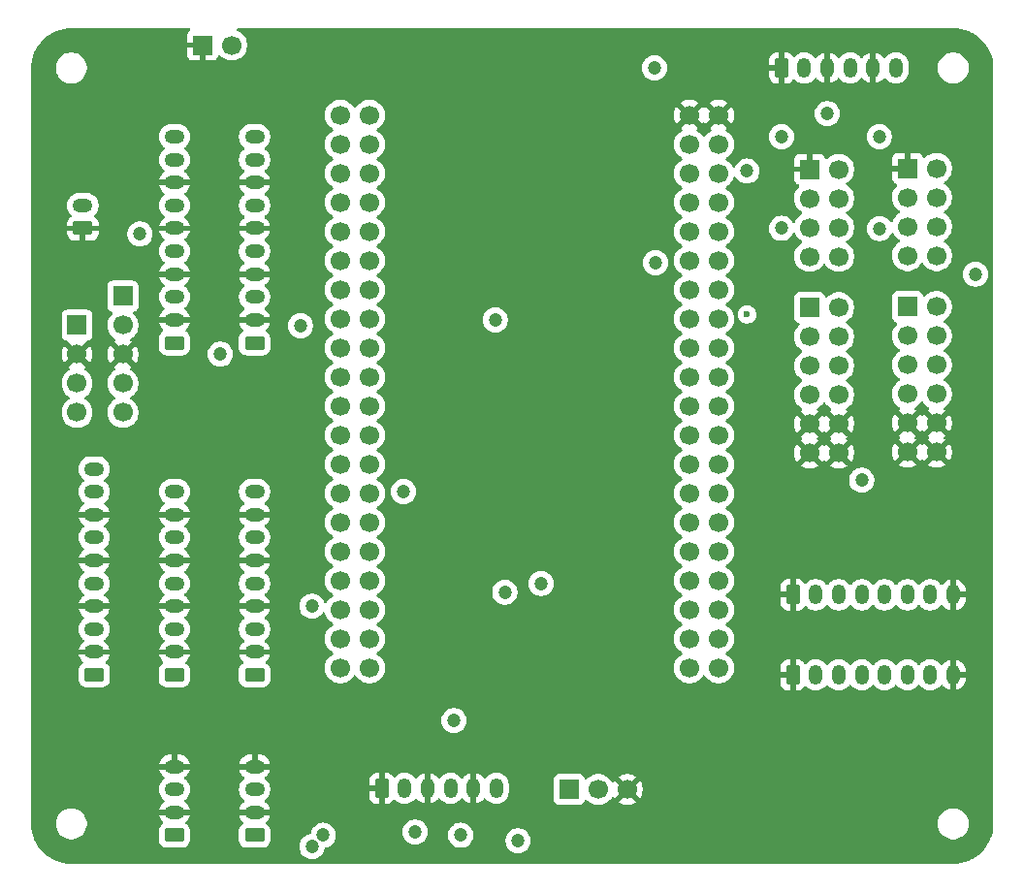
<source format=gbr>
%TF.GenerationSoftware,KiCad,Pcbnew,9.0.2*%
%TF.CreationDate,2025-07-05T12:49:50-04:00*%
%TF.ProjectId,Mainboard H7,4d61696e-626f-4617-9264-2048372e6b69,rev?*%
%TF.SameCoordinates,Original*%
%TF.FileFunction,Copper,L2,Inr*%
%TF.FilePolarity,Positive*%
%FSLAX46Y46*%
G04 Gerber Fmt 4.6, Leading zero omitted, Abs format (unit mm)*
G04 Created by KiCad (PCBNEW 9.0.2) date 2025-07-05 12:49:50*
%MOMM*%
%LPD*%
G01*
G04 APERTURE LIST*
G04 Aperture macros list*
%AMRoundRect*
0 Rectangle with rounded corners*
0 $1 Rounding radius*
0 $2 $3 $4 $5 $6 $7 $8 $9 X,Y pos of 4 corners*
0 Add a 4 corners polygon primitive as box body*
4,1,4,$2,$3,$4,$5,$6,$7,$8,$9,$2,$3,0*
0 Add four circle primitives for the rounded corners*
1,1,$1+$1,$2,$3*
1,1,$1+$1,$4,$5*
1,1,$1+$1,$6,$7*
1,1,$1+$1,$8,$9*
0 Add four rect primitives between the rounded corners*
20,1,$1+$1,$2,$3,$4,$5,0*
20,1,$1+$1,$4,$5,$6,$7,0*
20,1,$1+$1,$6,$7,$8,$9,0*
20,1,$1+$1,$8,$9,$2,$3,0*%
G04 Aperture macros list end*
%TA.AperFunction,ComponentPad*%
%ADD10C,1.700000*%
%TD*%
%TA.AperFunction,ComponentPad*%
%ADD11RoundRect,0.250000X0.625000X-0.350000X0.625000X0.350000X-0.625000X0.350000X-0.625000X-0.350000X0*%
%TD*%
%TA.AperFunction,ComponentPad*%
%ADD12O,1.750000X1.200000*%
%TD*%
%TA.AperFunction,ComponentPad*%
%ADD13RoundRect,0.250000X-0.350000X-0.625000X0.350000X-0.625000X0.350000X0.625000X-0.350000X0.625000X0*%
%TD*%
%TA.AperFunction,ComponentPad*%
%ADD14O,1.200000X1.750000*%
%TD*%
%TA.AperFunction,ComponentPad*%
%ADD15R,1.700000X1.700000*%
%TD*%
%TA.AperFunction,ViaPad*%
%ADD16C,1.200000*%
%TD*%
%TA.AperFunction,ViaPad*%
%ADD17C,0.600000*%
%TD*%
G04 APERTURE END LIST*
D10*
%TO.N,+5V*%
%TO.C,U1*%
X133490000Y-69120000D03*
X136030000Y-69120000D03*
%TO.N,+3V3*%
X133490000Y-71660000D03*
X136030000Y-71660000D03*
%TO.N,unconnected-(U1A-PA11-PadL5)*%
X133490000Y-74200000D03*
%TO.N,unconnected-(U1A-PA12-PadL6)*%
X136030000Y-74200000D03*
%TO.N,M2_INHB*%
X133490000Y-76740000D03*
%TO.N,M2_INHA*%
X136030000Y-76740000D03*
%TO.N,unconnected-(U1A-PA10-PadL9)*%
X133490000Y-79280000D03*
%TO.N,unconnected-(U1A-PA9-PadL10)*%
X136030000Y-79280000D03*
%TO.N,SPI2_MISO*%
X133490000Y-81820000D03*
%TO.N,ADC1_NCS*%
X136030000Y-81820000D03*
%TO.N,E_STOP*%
X133490000Y-84360000D03*
%TO.N,SPI2_MOSI*%
X136030000Y-84360000D03*
%TO.N,CAN_RX*%
X133490000Y-86900000D03*
%TO.N,CAN_TX*%
X136030000Y-86900000D03*
%TO.N,SPI2_SCK*%
X133490000Y-89440000D03*
%TO.N,ADC1_DRDY*%
X136030000Y-89440000D03*
%TO.N,USART_TX*%
X133490000Y-91980000D03*
%TO.N,USART_RX*%
X136030000Y-91980000D03*
%TO.N,ADC2_DRDY*%
X133490000Y-94520000D03*
%TO.N,E1_B*%
X136030000Y-94520000D03*
%TO.N,unconnected-(U1A-PB4-PadL23)*%
X133490000Y-97060000D03*
%TO.N,AUX_INT*%
X136030000Y-97060000D03*
%TO.N,I2C1_SDA*%
X133490000Y-99600000D03*
%TO.N,I2C1_SCL*%
X136030000Y-99600000D03*
%TO.N,unconnected-(U1A-PB9-PadL27)*%
X133490000Y-102140000D03*
%TO.N,ADC2_NCS*%
X136030000Y-102140000D03*
%TO.N,AUX_NCS*%
X133490000Y-104680000D03*
%TO.N,unconnected-(U1A-PA8-PadL30)*%
X136030000Y-104680000D03*
%TO.N,E2_NCS*%
X133490000Y-107220000D03*
%TO.N,M1_DRIVER_NCS*%
X136030000Y-107220000D03*
%TO.N,M2_DRIVER_EN*%
X133490000Y-109760000D03*
%TO.N,M2_DRIVER_NCS*%
X136030000Y-109760000D03*
%TO.N,M2_INHC*%
X133490000Y-112300000D03*
%TO.N,E1_NCS*%
X136030000Y-112300000D03*
%TO.N,SPI3_SCK*%
X133490000Y-114840000D03*
%TO.N,SPI3_MISO*%
X136030000Y-114840000D03*
%TO.N,PROBE_OUT*%
X133490000Y-117380000D03*
%TO.N,SPI3_MOSI*%
X136030000Y-117380000D03*
%TO.N,GND*%
X163970000Y-69120000D03*
X166510000Y-69120000D03*
%TO.N,unconnected-(U1B-PD14-PadR3)*%
X163970000Y-71660000D03*
%TO.N,E1_A*%
X166510000Y-71660000D03*
%TO.N,unconnected-(U1B-PD9-PadR5)*%
X163970000Y-74200000D03*
%TO.N,M1_nFAULT*%
X166510000Y-74200000D03*
%TO.N,M2_INLC*%
X163970000Y-76740000D03*
%TO.N,M1_nOCTW*%
X166510000Y-76740000D03*
%TO.N,M2_nFAULT*%
X163970000Y-79280000D03*
%TO.N,unconnected-(U1B-PB14-PadR10)*%
X166510000Y-79280000D03*
%TO.N,I2C2_SDA*%
X163970000Y-81820000D03*
%TO.N,M2_nOCTW*%
X166510000Y-81820000D03*
%TO.N,unconnected-(U1B-VBAT-PadR13)*%
X163970000Y-84360000D03*
%TO.N,I2C2_SCL*%
X166510000Y-84360000D03*
%TO.N,M1_INHC*%
X163970000Y-86900000D03*
%TO.N,M1_DRIVER_EN*%
X166510000Y-86900000D03*
%TO.N,M1_INHB*%
X163970000Y-89440000D03*
%TO.N,M1_INLC*%
X166510000Y-89440000D03*
%TO.N,M1_INHA*%
X163970000Y-91980000D03*
%TO.N,M1_INLB*%
X166510000Y-91980000D03*
%TO.N,unconnected-(U1B-PE7-PadR21)*%
X163970000Y-94520000D03*
%TO.N,M1_INLA*%
X166510000Y-94520000D03*
%TO.N,M2_INLB*%
X163970000Y-97060000D03*
%TO.N,M2_IOutC*%
X166510000Y-97060000D03*
%TO.N,M1_IRef*%
X163970000Y-99600000D03*
%TO.N,M2_IOutB*%
X166510000Y-99600000D03*
%TO.N,M1_IOutA*%
X163970000Y-102140000D03*
%TO.N,M2_IOutA*%
X166510000Y-102140000D03*
%TO.N,M1_IOutB*%
X163970000Y-104680000D03*
%TO.N,M2_INLA*%
X166510000Y-104680000D03*
%TO.N,M1_IOutC*%
X163970000Y-107220000D03*
%TO.N,M2_IRef*%
X166510000Y-107220000D03*
%TO.N,E2_A*%
X163970000Y-109760000D03*
%TO.N,E2_B*%
X166510000Y-109760000D03*
%TO.N,unconnected-(U1B-PB2-PadR35)*%
X163970000Y-112300000D03*
%TO.N,unconnected-(U1B-PD13-PadR36)*%
X166510000Y-112300000D03*
%TO.N,unconnected-(U1B-PB6-PadR37)*%
X163970000Y-114840000D03*
%TO.N,unconnected-(U1B-PD11-PadR38)*%
X166510000Y-114840000D03*
%TO.N,unconnected-(U1B-PE2-PadR39)*%
X163970000Y-117380000D03*
%TO.N,unconnected-(U1B-PD12-PadR40)*%
X166510000Y-117380000D03*
%TD*%
D11*
%TO.N,+3V3*%
%TO.C,J12*%
X119000000Y-89000000D03*
D12*
%TO.N,GND*%
X119000000Y-87000000D03*
%TO.N,SPI2_MOSI*%
X119000000Y-85000000D03*
%TO.N,GND*%
X119000000Y-83000000D03*
%TO.N,SPI2_MISO*%
X119000000Y-81000000D03*
%TO.N,GND*%
X119000000Y-79000000D03*
%TO.N,SPI2_SCK*%
X119000000Y-77000000D03*
%TO.N,GND*%
X119000000Y-75000000D03*
%TO.N,ADC1_NCS*%
X119000000Y-73000000D03*
%TO.N,ADC1_DRDY*%
X119000000Y-71000000D03*
%TD*%
D13*
%TO.N,GND*%
%TO.C,J7*%
X137100195Y-127899805D03*
D14*
%TO.N,+3V3*%
X139100195Y-127899805D03*
%TO.N,GND*%
X141100195Y-127899805D03*
%TO.N,I2C1_SDA*%
X143100195Y-127899805D03*
%TO.N,GND*%
X145100195Y-127899805D03*
%TO.N,I2C1_SCL*%
X147100195Y-127899805D03*
%TD*%
D15*
%TO.N,GND*%
%TO.C,J18*%
X121460000Y-63000000D03*
D10*
%TO.N,+5V*%
X124000000Y-63000000D03*
%TD*%
D15*
%TO.N,unconnected-(J17-Pin_1-Pad1)*%
%TO.C,J17*%
X110500000Y-87460000D03*
D10*
%TO.N,GND*%
X110500000Y-90000000D03*
%TO.N,USART_TX*%
X110500000Y-92540000D03*
%TO.N,USART_RX*%
X110500000Y-95080000D03*
%TD*%
D11*
%TO.N,+3V3*%
%TO.C,J9*%
X119000000Y-118000000D03*
D12*
%TO.N,GND*%
X119000000Y-116000000D03*
%TO.N,SPI3_MOSI*%
X119000000Y-114000000D03*
%TO.N,GND*%
X119000000Y-112000000D03*
%TO.N,SPI3_MISO*%
X119000000Y-110000000D03*
%TO.N,GND*%
X119000000Y-108000000D03*
%TO.N,SPI3_SCK*%
X119000000Y-106000000D03*
%TO.N,GND*%
X119000000Y-104000000D03*
%TO.N,E1_NCS*%
X119000000Y-102000000D03*
%TD*%
D15*
%TO.N,unconnected-(J6-Pin_1-Pad1)*%
%TO.C,J6*%
X183003750Y-85840000D03*
D10*
%TO.N,M2_DRIVER_EN*%
X185543750Y-85840000D03*
%TO.N,M2_INHA*%
X183003750Y-88380000D03*
%TO.N,M2_INLA*%
X185543750Y-88380000D03*
%TO.N,M2_INHB*%
X183003750Y-90920000D03*
%TO.N,M2_INLB*%
X185543750Y-90920000D03*
%TO.N,M2_INHC*%
X183003750Y-93460000D03*
%TO.N,M2_INLC*%
X185543750Y-93460000D03*
%TO.N,GND*%
X183003750Y-96000000D03*
X185543750Y-96000000D03*
X183003750Y-98540000D03*
X185543750Y-98540000D03*
%TD*%
D15*
%TO.N,GND*%
%TO.C,J3*%
X174460000Y-73840000D03*
D10*
%TO.N,unconnected-(J3-Pin_2-Pad2)*%
X177000000Y-73840000D03*
%TO.N,M1_nOCTW*%
X174460000Y-76380000D03*
%TO.N,M1_nFAULT*%
X177000000Y-76380000D03*
%TO.N,M1_DRIVER_NCS*%
X174460000Y-78920000D03*
%TO.N,SPI3_MOSI*%
X177000000Y-78920000D03*
%TO.N,SPI3_MISO*%
X174460000Y-81460000D03*
%TO.N,SPI3_SCK*%
X177000000Y-81460000D03*
%TD*%
D13*
%TO.N,GND*%
%TO.C,J15*%
X173000000Y-111000000D03*
D14*
%TO.N,M2_IOutA*%
X175000000Y-111000000D03*
%TO.N,M2_IRef*%
X177000000Y-111000000D03*
%TO.N,M2_IOutB*%
X179000000Y-111000000D03*
%TO.N,M2_IRef*%
X181000000Y-111000000D03*
%TO.N,M2_IOutC*%
X183000000Y-111000000D03*
%TO.N,M2_IRef*%
X185000000Y-111000000D03*
%TO.N,GND*%
X187000000Y-111000000D03*
%TD*%
D13*
%TO.N,GND*%
%TO.C,J14*%
X173000000Y-118000000D03*
D14*
%TO.N,M1_IOutA*%
X175000000Y-118000000D03*
%TO.N,M1_IRef*%
X177000000Y-118000000D03*
%TO.N,M1_IOutB*%
X179000000Y-118000000D03*
%TO.N,M1_IRef*%
X181000000Y-118000000D03*
%TO.N,M1_IOutC*%
X183000000Y-118000000D03*
%TO.N,M1_IRef*%
X185000000Y-118000000D03*
%TO.N,GND*%
X187000000Y-118000000D03*
%TD*%
D15*
%TO.N,unconnected-(J4-Pin_1-Pad1)*%
%TO.C,J4*%
X174460000Y-85920000D03*
D10*
%TO.N,M1_DRIVER_EN*%
X177000000Y-85920000D03*
%TO.N,M1_INHA*%
X174460000Y-88460000D03*
%TO.N,M1_INLA*%
X177000000Y-88460000D03*
%TO.N,M1_INHB*%
X174460000Y-91000000D03*
%TO.N,M1_INLB*%
X177000000Y-91000000D03*
%TO.N,M1_INHC*%
X174460000Y-93540000D03*
%TO.N,M1_INLC*%
X177000000Y-93540000D03*
%TO.N,GND*%
X174460000Y-96080000D03*
X177000000Y-96080000D03*
X174460000Y-98620000D03*
X177000000Y-98620000D03*
%TD*%
D11*
%TO.N,GND*%
%TO.C,SW1*%
X111000000Y-79000000D03*
D12*
%TO.N,Net-(R9-Pad2)*%
X111000000Y-77000000D03*
%TD*%
D13*
%TO.N,GND*%
%TO.C,J8*%
X172000000Y-65000000D03*
D14*
%TO.N,+3V3*%
X174000000Y-65000000D03*
%TO.N,GND*%
X176000000Y-65000000D03*
%TO.N,I2C2_SDA*%
X178000000Y-65000000D03*
%TO.N,GND*%
X180000000Y-65000000D03*
%TO.N,I2C2_SCL*%
X182000000Y-65000000D03*
%TD*%
D15*
%TO.N,+3V3*%
%TO.C,J19*%
X114500000Y-84920000D03*
D10*
%TO.N,unconnected-(J19-Pin_2-Pad2)*%
X114500000Y-87460000D03*
%TO.N,GND*%
X114500000Y-90000000D03*
%TO.N,CAN_RX*%
X114500000Y-92540000D03*
%TO.N,CAN_TX*%
X114500000Y-95080000D03*
%TD*%
D11*
%TO.N,E1_A*%
%TO.C,J2*%
X119000000Y-132000000D03*
D12*
%TO.N,GND*%
X119000000Y-130000000D03*
%TO.N,E1_B*%
X119000000Y-128000000D03*
%TO.N,GND*%
X119000000Y-126000000D03*
%TD*%
D11*
%TO.N,+3V3*%
%TO.C,J13*%
X112000000Y-118000000D03*
D12*
%TO.N,GND*%
X112000000Y-116000000D03*
%TO.N,SPI3_MOSI*%
X112000000Y-114000000D03*
%TO.N,GND*%
X112000000Y-112000000D03*
%TO.N,SPI3_MISO*%
X112000000Y-110000000D03*
%TO.N,GND*%
X112000000Y-108000000D03*
%TO.N,SPI3_SCK*%
X112000000Y-106000000D03*
%TO.N,GND*%
X112000000Y-104000000D03*
%TO.N,AUX_NCS*%
X112000000Y-102000000D03*
%TO.N,AUX_INT*%
X112000000Y-100000000D03*
%TD*%
D11*
%TO.N,+3V3*%
%TO.C,J11*%
X126000000Y-89000000D03*
D12*
%TO.N,GND*%
X126000000Y-87000000D03*
%TO.N,SPI2_MOSI*%
X126000000Y-85000000D03*
%TO.N,GND*%
X126000000Y-83000000D03*
%TO.N,SPI2_MISO*%
X126000000Y-81000000D03*
%TO.N,GND*%
X126000000Y-79000000D03*
%TO.N,SPI2_SCK*%
X126000000Y-77000000D03*
%TO.N,GND*%
X126000000Y-75000000D03*
%TO.N,ADC2_NCS*%
X126000000Y-73000000D03*
%TO.N,ADC2_DRDY*%
X126000000Y-71000000D03*
%TD*%
D15*
%TO.N,PROBE_OUT*%
%TO.C,J16*%
X153460000Y-128000000D03*
D10*
%TO.N,+3V3*%
X156000000Y-128000000D03*
%TO.N,GND*%
X158540000Y-128000000D03*
%TD*%
D11*
%TO.N,E2_A*%
%TO.C,J10*%
X126000000Y-132000000D03*
D12*
%TO.N,GND*%
X126000000Y-130000000D03*
%TO.N,E2_B*%
X126000000Y-128000000D03*
%TO.N,GND*%
X126000000Y-126000000D03*
%TD*%
D11*
%TO.N,+3V3*%
%TO.C,J1*%
X126000000Y-118000000D03*
D12*
%TO.N,GND*%
X126000000Y-116000000D03*
%TO.N,SPI3_MOSI*%
X126000000Y-114000000D03*
%TO.N,GND*%
X126000000Y-112000000D03*
%TO.N,SPI3_MISO*%
X126000000Y-110000000D03*
%TO.N,GND*%
X126000000Y-108000000D03*
%TO.N,SPI3_SCK*%
X126000000Y-106000000D03*
%TO.N,GND*%
X126000000Y-104000000D03*
%TO.N,E2_NCS*%
X126000000Y-102000000D03*
%TD*%
D15*
%TO.N,GND*%
%TO.C,J5*%
X183003750Y-73760000D03*
D10*
%TO.N,unconnected-(J5-Pin_2-Pad2)*%
X185543750Y-73760000D03*
%TO.N,M2_nOCTW*%
X183003750Y-76300000D03*
%TO.N,M2_nFAULT*%
X185543750Y-76300000D03*
%TO.N,M2_DRIVER_NCS*%
X183003750Y-78840000D03*
%TO.N,SPI3_MOSI*%
X185543750Y-78840000D03*
%TO.N,SPI3_MISO*%
X183003750Y-81380000D03*
%TO.N,SPI3_SCK*%
X185543750Y-81380000D03*
%TD*%
D16*
%TO.N,+3V3*%
X169000000Y-74000000D03*
X176000000Y-69000000D03*
X172000000Y-71000000D03*
X140012031Y-131725348D03*
X180543750Y-71000000D03*
X160912500Y-65000000D03*
X144000000Y-132000000D03*
X149000000Y-132500000D03*
%TO.N,GND*%
X116000000Y-121000000D03*
X122500000Y-92500000D03*
X122500000Y-121500000D03*
%TO.N,SPI3_SCK*%
X131000000Y-112000000D03*
X188939750Y-83000000D03*
%TO.N,E1_A*%
X147000000Y-87000000D03*
D17*
%TO.N,M1_DRIVER_EN*%
X169000000Y-86528000D03*
D16*
%TO.N,M2_DRIVER_NCS*%
X139000000Y-102000000D03*
%TO.N,M2_nOCTW*%
X172000000Y-79000000D03*
X180575890Y-79015110D03*
%TO.N,M2_INLA*%
X179000000Y-101000000D03*
%TO.N,I2C1_SCL*%
X131000000Y-133000000D03*
%TO.N,I2C1_SDA*%
X132000000Y-132000000D03*
%TO.N,I2C2_SCL*%
X161000000Y-82000000D03*
%TO.N,E2_A*%
X151000000Y-110011000D03*
%TO.N,E2_B*%
X147840193Y-110777494D03*
%TO.N,SPI2_SCK*%
X130000000Y-87500000D03*
%TO.N,ADC1_DRDY*%
X123000000Y-90000000D03*
%TO.N,PROBE_OUT*%
X143400003Y-122000000D03*
%TO.N,E_STOP*%
X116000000Y-79500000D03*
%TD*%
%TA.AperFunction,Conductor*%
%TO.N,GND*%
G36*
X166044075Y-69312993D02*
G01*
X166109901Y-69427007D01*
X166202993Y-69520099D01*
X166317007Y-69585925D01*
X166380590Y-69602962D01*
X165748282Y-70235269D01*
X165748282Y-70235270D01*
X165802452Y-70274626D01*
X165802451Y-70274626D01*
X165811495Y-70279234D01*
X165862292Y-70327208D01*
X165879087Y-70395029D01*
X165856550Y-70461164D01*
X165811499Y-70500202D01*
X165802182Y-70504949D01*
X165630213Y-70629890D01*
X165479890Y-70780213D01*
X165354949Y-70952182D01*
X165350484Y-70960946D01*
X165302509Y-71011742D01*
X165234688Y-71028536D01*
X165168553Y-71005998D01*
X165129516Y-70960946D01*
X165125050Y-70952182D01*
X165000109Y-70780213D01*
X164849786Y-70629890D01*
X164677817Y-70504949D01*
X164668504Y-70500204D01*
X164617707Y-70452230D01*
X164600912Y-70384409D01*
X164623449Y-70318274D01*
X164668507Y-70279232D01*
X164677555Y-70274622D01*
X164731716Y-70235270D01*
X164731717Y-70235270D01*
X164099408Y-69602962D01*
X164162993Y-69585925D01*
X164277007Y-69520099D01*
X164370099Y-69427007D01*
X164435925Y-69312993D01*
X164452962Y-69249409D01*
X165085270Y-69881717D01*
X165085270Y-69881716D01*
X165124622Y-69827554D01*
X165129514Y-69817954D01*
X165177488Y-69767157D01*
X165245308Y-69750361D01*
X165311444Y-69772897D01*
X165350486Y-69817954D01*
X165355375Y-69827550D01*
X165394728Y-69881716D01*
X166027037Y-69249408D01*
X166044075Y-69312993D01*
G37*
%TD.AperFunction*%
%TA.AperFunction,Conductor*%
G36*
X176534075Y-96272993D02*
G01*
X176599901Y-96387007D01*
X176692993Y-96480099D01*
X176807007Y-96545925D01*
X176870590Y-96562962D01*
X176238282Y-97195269D01*
X176238282Y-97195270D01*
X176292452Y-97234626D01*
X176302048Y-97239516D01*
X176352844Y-97287491D01*
X176369638Y-97355312D01*
X176347100Y-97421447D01*
X176302051Y-97460483D01*
X176292440Y-97465380D01*
X176238282Y-97504727D01*
X176238282Y-97504728D01*
X176870591Y-98137037D01*
X176807007Y-98154075D01*
X176692993Y-98219901D01*
X176599901Y-98312993D01*
X176534075Y-98427007D01*
X176517037Y-98490591D01*
X175884728Y-97858282D01*
X175884727Y-97858282D01*
X175845380Y-97912440D01*
X175840483Y-97922051D01*
X175792506Y-97972845D01*
X175724684Y-97989638D01*
X175658550Y-97967098D01*
X175619516Y-97922048D01*
X175614626Y-97912452D01*
X175575270Y-97858282D01*
X175575269Y-97858282D01*
X174942962Y-98490590D01*
X174925925Y-98427007D01*
X174860099Y-98312993D01*
X174767007Y-98219901D01*
X174652993Y-98154075D01*
X174589409Y-98137037D01*
X175221716Y-97504728D01*
X175167550Y-97465375D01*
X175157954Y-97460486D01*
X175107157Y-97412512D01*
X175090361Y-97344692D01*
X175111288Y-97280895D01*
X175190027Y-97163581D01*
X174589408Y-96562962D01*
X174652993Y-96545925D01*
X174767007Y-96480099D01*
X174860099Y-96387007D01*
X174925925Y-96272993D01*
X174942962Y-96209408D01*
X175575270Y-96841717D01*
X175575270Y-96841716D01*
X175614622Y-96787554D01*
X175619514Y-96777954D01*
X175667488Y-96727157D01*
X175735308Y-96710361D01*
X175801444Y-96732897D01*
X175840486Y-96777954D01*
X175845375Y-96787550D01*
X175884728Y-96841716D01*
X176517037Y-96209408D01*
X176534075Y-96272993D01*
G37*
%TD.AperFunction*%
%TA.AperFunction,Conductor*%
G36*
X175801444Y-94193999D02*
G01*
X175840486Y-94239056D01*
X175844951Y-94247820D01*
X175969890Y-94419786D01*
X176120213Y-94570109D01*
X176292179Y-94695048D01*
X176292181Y-94695049D01*
X176292184Y-94695051D01*
X176301493Y-94699794D01*
X176352290Y-94747766D01*
X176369087Y-94815587D01*
X176346552Y-94881722D01*
X176301505Y-94920760D01*
X176292446Y-94925376D01*
X176292440Y-94925380D01*
X176238282Y-94964727D01*
X176238282Y-94964728D01*
X176870591Y-95597037D01*
X176807007Y-95614075D01*
X176692993Y-95679901D01*
X176599901Y-95772993D01*
X176534075Y-95887007D01*
X176517037Y-95950591D01*
X175884728Y-95318282D01*
X175884727Y-95318282D01*
X175845380Y-95372440D01*
X175840483Y-95382051D01*
X175792506Y-95432845D01*
X175724684Y-95449638D01*
X175658550Y-95427098D01*
X175619516Y-95382048D01*
X175614626Y-95372452D01*
X175575270Y-95318282D01*
X175575269Y-95318282D01*
X174942962Y-95950590D01*
X174925925Y-95887007D01*
X174860099Y-95772993D01*
X174767007Y-95679901D01*
X174652993Y-95614075D01*
X174589409Y-95597037D01*
X175221716Y-94964728D01*
X175167547Y-94925373D01*
X175167547Y-94925372D01*
X175158500Y-94920763D01*
X175107706Y-94872788D01*
X175090912Y-94804966D01*
X175113451Y-94738832D01*
X175158508Y-94699793D01*
X175167816Y-94695051D01*
X175262464Y-94626286D01*
X175339786Y-94570109D01*
X175339788Y-94570106D01*
X175339792Y-94570104D01*
X175490104Y-94419792D01*
X175490106Y-94419788D01*
X175490109Y-94419786D01*
X175615048Y-94247820D01*
X175615047Y-94247820D01*
X175615051Y-94247816D01*
X175619514Y-94239054D01*
X175667488Y-94188259D01*
X175735308Y-94171463D01*
X175801444Y-94193999D01*
G37*
%TD.AperFunction*%
%TA.AperFunction,Conductor*%
G36*
X185077825Y-96192993D02*
G01*
X185143651Y-96307007D01*
X185236743Y-96400099D01*
X185350757Y-96465925D01*
X185414340Y-96482962D01*
X184782032Y-97115269D01*
X184782032Y-97115270D01*
X184836202Y-97154626D01*
X184845798Y-97159516D01*
X184896594Y-97207491D01*
X184913388Y-97275312D01*
X184890850Y-97341447D01*
X184845801Y-97380483D01*
X184836190Y-97385380D01*
X184782032Y-97424727D01*
X184782032Y-97424728D01*
X185414341Y-98057037D01*
X185350757Y-98074075D01*
X185236743Y-98139901D01*
X185143651Y-98232993D01*
X185077825Y-98347007D01*
X185060787Y-98410591D01*
X184428478Y-97778282D01*
X184428477Y-97778282D01*
X184389130Y-97832440D01*
X184384233Y-97842051D01*
X184336256Y-97892845D01*
X184268434Y-97909638D01*
X184202300Y-97887098D01*
X184163266Y-97842048D01*
X184158376Y-97832452D01*
X184119020Y-97778282D01*
X184119019Y-97778282D01*
X183486712Y-98410590D01*
X183469675Y-98347007D01*
X183403849Y-98232993D01*
X183310757Y-98139901D01*
X183196743Y-98074075D01*
X183133159Y-98057037D01*
X183765466Y-97424728D01*
X183711300Y-97385375D01*
X183701704Y-97380486D01*
X183650907Y-97332512D01*
X183634111Y-97264692D01*
X183655038Y-97200895D01*
X183733777Y-97083581D01*
X183133158Y-96482962D01*
X183196743Y-96465925D01*
X183310757Y-96400099D01*
X183403849Y-96307007D01*
X183469675Y-96192993D01*
X183486712Y-96129408D01*
X184119020Y-96761717D01*
X184119020Y-96761716D01*
X184158372Y-96707554D01*
X184163264Y-96697954D01*
X184211238Y-96647157D01*
X184279058Y-96630361D01*
X184345194Y-96652897D01*
X184384236Y-96697954D01*
X184389125Y-96707550D01*
X184428478Y-96761716D01*
X185060787Y-96129408D01*
X185077825Y-96192993D01*
G37*
%TD.AperFunction*%
%TA.AperFunction,Conductor*%
G36*
X184345194Y-94113999D02*
G01*
X184384236Y-94159056D01*
X184388701Y-94167820D01*
X184513640Y-94339786D01*
X184663963Y-94490109D01*
X184835929Y-94615048D01*
X184835931Y-94615049D01*
X184835934Y-94615051D01*
X184845243Y-94619794D01*
X184896040Y-94667766D01*
X184912837Y-94735587D01*
X184890302Y-94801722D01*
X184845255Y-94840760D01*
X184836196Y-94845376D01*
X184836190Y-94845380D01*
X184782032Y-94884727D01*
X184782032Y-94884728D01*
X185414341Y-95517037D01*
X185350757Y-95534075D01*
X185236743Y-95599901D01*
X185143651Y-95692993D01*
X185077825Y-95807007D01*
X185060787Y-95870591D01*
X184428478Y-95238282D01*
X184428477Y-95238282D01*
X184389130Y-95292440D01*
X184384233Y-95302051D01*
X184336256Y-95352845D01*
X184268434Y-95369638D01*
X184202300Y-95347098D01*
X184163266Y-95302048D01*
X184158376Y-95292452D01*
X184119020Y-95238282D01*
X184119019Y-95238282D01*
X183486712Y-95870590D01*
X183469675Y-95807007D01*
X183403849Y-95692993D01*
X183310757Y-95599901D01*
X183196743Y-95534075D01*
X183133159Y-95517037D01*
X183765466Y-94884728D01*
X183711297Y-94845373D01*
X183711297Y-94845372D01*
X183702250Y-94840763D01*
X183651456Y-94792788D01*
X183634662Y-94724966D01*
X183657201Y-94658832D01*
X183702258Y-94619793D01*
X183711566Y-94615051D01*
X183790757Y-94557515D01*
X183883536Y-94490109D01*
X183883538Y-94490106D01*
X183883542Y-94490104D01*
X184033854Y-94339792D01*
X184033856Y-94339788D01*
X184033859Y-94339786D01*
X184158798Y-94167820D01*
X184158797Y-94167820D01*
X184158801Y-94167816D01*
X184163264Y-94159054D01*
X184211238Y-94108259D01*
X184279058Y-94091463D01*
X184345194Y-94113999D01*
G37*
%TD.AperFunction*%
%TA.AperFunction,Conductor*%
G36*
X120337770Y-61520185D02*
G01*
X120383525Y-61572989D01*
X120393469Y-61642147D01*
X120364444Y-61705703D01*
X120345042Y-61723766D01*
X120252812Y-61792809D01*
X120252809Y-61792812D01*
X120166649Y-61907906D01*
X120166645Y-61907913D01*
X120116403Y-62042620D01*
X120116401Y-62042627D01*
X120110000Y-62102155D01*
X120110000Y-62750000D01*
X121026988Y-62750000D01*
X120994075Y-62807007D01*
X120960000Y-62934174D01*
X120960000Y-63065826D01*
X120994075Y-63192993D01*
X121026988Y-63250000D01*
X120110000Y-63250000D01*
X120110000Y-63897844D01*
X120116401Y-63957372D01*
X120116403Y-63957379D01*
X120166645Y-64092086D01*
X120166649Y-64092093D01*
X120252809Y-64207187D01*
X120252812Y-64207190D01*
X120367906Y-64293350D01*
X120367913Y-64293354D01*
X120502620Y-64343596D01*
X120502627Y-64343598D01*
X120562155Y-64349999D01*
X120562172Y-64350000D01*
X121210000Y-64350000D01*
X121210000Y-63433012D01*
X121267007Y-63465925D01*
X121394174Y-63500000D01*
X121525826Y-63500000D01*
X121652993Y-63465925D01*
X121710000Y-63433012D01*
X121710000Y-64350000D01*
X122357828Y-64350000D01*
X122357844Y-64349999D01*
X122417372Y-64343598D01*
X122417379Y-64343596D01*
X122552086Y-64293354D01*
X122552093Y-64293350D01*
X122667187Y-64207190D01*
X122667190Y-64207187D01*
X122753350Y-64092093D01*
X122753354Y-64092086D01*
X122802422Y-63960529D01*
X122844293Y-63904595D01*
X122909757Y-63880178D01*
X122978030Y-63895030D01*
X123006285Y-63916181D01*
X123120213Y-64030109D01*
X123292179Y-64155048D01*
X123292181Y-64155049D01*
X123292184Y-64155051D01*
X123481588Y-64251557D01*
X123683757Y-64317246D01*
X123893713Y-64350500D01*
X123893714Y-64350500D01*
X124106286Y-64350500D01*
X124106287Y-64350500D01*
X124316243Y-64317246D01*
X124518412Y-64251557D01*
X124707816Y-64155051D01*
X124755774Y-64120208D01*
X124879786Y-64030109D01*
X124879788Y-64030106D01*
X124879792Y-64030104D01*
X125030104Y-63879792D01*
X125030106Y-63879788D01*
X125030109Y-63879786D01*
X125155048Y-63707820D01*
X125155047Y-63707820D01*
X125155051Y-63707816D01*
X125251557Y-63518412D01*
X125317246Y-63316243D01*
X125350500Y-63106287D01*
X125350500Y-62893713D01*
X125317246Y-62683757D01*
X125251557Y-62481588D01*
X125155051Y-62292184D01*
X125155049Y-62292181D01*
X125155048Y-62292179D01*
X125030109Y-62120213D01*
X124879786Y-61969890D01*
X124707820Y-61844951D01*
X124518414Y-61748444D01*
X124518413Y-61748443D01*
X124518412Y-61748443D01*
X124499907Y-61742430D01*
X124442232Y-61702994D01*
X124415034Y-61638635D01*
X124426949Y-61569789D01*
X124474193Y-61518313D01*
X124538226Y-61500500D01*
X186934108Y-61500500D01*
X186996949Y-61500500D01*
X187003032Y-61500648D01*
X187336929Y-61517052D01*
X187349037Y-61518245D01*
X187362116Y-61520185D01*
X187676699Y-61566849D01*
X187688617Y-61569219D01*
X188009951Y-61649709D01*
X188021588Y-61653240D01*
X188031493Y-61656784D01*
X188333467Y-61764832D01*
X188344688Y-61769479D01*
X188644163Y-61911120D01*
X188654871Y-61916844D01*
X188911142Y-62070447D01*
X188938988Y-62087137D01*
X188949103Y-62093895D01*
X188973945Y-62112319D01*
X189215170Y-62291224D01*
X189224576Y-62298944D01*
X189470013Y-62521395D01*
X189478604Y-62529986D01*
X189617974Y-62683757D01*
X189701055Y-62775423D01*
X189708775Y-62784829D01*
X189906102Y-63050893D01*
X189912862Y-63061011D01*
X190041776Y-63276092D01*
X190083148Y-63345116D01*
X190088883Y-63355844D01*
X190228764Y-63651598D01*
X190230514Y-63655297D01*
X190235170Y-63666540D01*
X190346759Y-63978411D01*
X190350292Y-63990055D01*
X190430777Y-64311369D01*
X190433151Y-64323305D01*
X190481754Y-64650962D01*
X190482947Y-64663071D01*
X190499351Y-64996966D01*
X190499500Y-65003051D01*
X190499500Y-130996948D01*
X190499351Y-131003033D01*
X190482947Y-131336928D01*
X190481754Y-131349037D01*
X190433151Y-131676694D01*
X190430777Y-131688630D01*
X190350292Y-132009944D01*
X190346759Y-132021588D01*
X190235170Y-132333459D01*
X190230514Y-132344702D01*
X190088885Y-132644151D01*
X190083148Y-132654883D01*
X189912862Y-132938988D01*
X189906102Y-132949106D01*
X189708775Y-133215170D01*
X189701055Y-133224576D01*
X189478611Y-133470006D01*
X189470006Y-133478611D01*
X189224576Y-133701055D01*
X189215170Y-133708775D01*
X188949106Y-133906102D01*
X188938988Y-133912862D01*
X188654883Y-134083148D01*
X188644151Y-134088885D01*
X188344702Y-134230514D01*
X188333459Y-134235170D01*
X188021588Y-134346759D01*
X188009944Y-134350292D01*
X187688630Y-134430777D01*
X187676694Y-134433151D01*
X187349037Y-134481754D01*
X187336928Y-134482947D01*
X187021989Y-134498419D01*
X187003031Y-134499351D01*
X186996949Y-134499500D01*
X110003051Y-134499500D01*
X109996968Y-134499351D01*
X109976900Y-134498365D01*
X109663071Y-134482947D01*
X109650962Y-134481754D01*
X109323305Y-134433151D01*
X109311369Y-134430777D01*
X108990055Y-134350292D01*
X108978411Y-134346759D01*
X108666540Y-134235170D01*
X108655301Y-134230515D01*
X108355844Y-134088883D01*
X108345121Y-134083150D01*
X108061011Y-133912862D01*
X108050893Y-133906102D01*
X107784829Y-133708775D01*
X107775423Y-133701055D01*
X107736475Y-133665755D01*
X107529986Y-133478604D01*
X107521395Y-133470013D01*
X107298944Y-133224576D01*
X107291224Y-133215170D01*
X107188593Y-133076788D01*
X107093895Y-132949103D01*
X107087137Y-132938988D01*
X107027453Y-132839411D01*
X106916844Y-132654871D01*
X106911120Y-132644163D01*
X106769479Y-132344688D01*
X106764829Y-132333459D01*
X106753621Y-132302136D01*
X106692902Y-132132438D01*
X106653240Y-132021588D01*
X106649707Y-132009944D01*
X106569219Y-131688617D01*
X106566848Y-131676694D01*
X106555471Y-131599999D01*
X106518245Y-131349037D01*
X106517052Y-131336927D01*
X106516744Y-131330666D01*
X106500914Y-131008418D01*
X106500649Y-131003032D01*
X106500500Y-130996948D01*
X106500500Y-130893713D01*
X108649500Y-130893713D01*
X108649500Y-131106287D01*
X108659534Y-131169644D01*
X108680640Y-131302900D01*
X108682754Y-131316243D01*
X108736003Y-131480127D01*
X108748444Y-131518414D01*
X108844951Y-131707820D01*
X108969890Y-131879786D01*
X109120213Y-132030109D01*
X109292179Y-132155048D01*
X109292181Y-132155049D01*
X109292184Y-132155051D01*
X109481588Y-132251557D01*
X109683757Y-132317246D01*
X109893713Y-132350500D01*
X109893714Y-132350500D01*
X110106286Y-132350500D01*
X110106287Y-132350500D01*
X110316243Y-132317246D01*
X110518412Y-132251557D01*
X110707816Y-132155051D01*
X110729789Y-132139086D01*
X110879786Y-132030109D01*
X110879788Y-132030106D01*
X110879792Y-132030104D01*
X111030104Y-131879792D01*
X111030106Y-131879788D01*
X111030109Y-131879786D01*
X111129994Y-131742304D01*
X111155051Y-131707816D01*
X111251557Y-131518412D01*
X111317246Y-131316243D01*
X111350500Y-131106287D01*
X111350500Y-130893713D01*
X111317246Y-130683757D01*
X111251557Y-130481588D01*
X111155051Y-130292184D01*
X111155049Y-130292181D01*
X111155048Y-130292179D01*
X111030109Y-130120213D01*
X110879786Y-129969890D01*
X110707820Y-129844951D01*
X110518414Y-129748444D01*
X110518413Y-129748443D01*
X110518412Y-129748443D01*
X110316243Y-129682754D01*
X110316241Y-129682753D01*
X110316240Y-129682753D01*
X110154957Y-129657208D01*
X110106287Y-129649500D01*
X109893713Y-129649500D01*
X109845042Y-129657208D01*
X109683760Y-129682753D01*
X109481585Y-129748444D01*
X109292179Y-129844951D01*
X109120213Y-129969890D01*
X108969890Y-130120213D01*
X108844951Y-130292179D01*
X108748444Y-130481585D01*
X108682753Y-130683760D01*
X108660510Y-130824199D01*
X108649500Y-130893713D01*
X106500500Y-130893713D01*
X106500500Y-127913389D01*
X117624500Y-127913389D01*
X117624500Y-128086611D01*
X117651598Y-128257701D01*
X117705127Y-128422445D01*
X117783768Y-128576788D01*
X117885586Y-128716928D01*
X118008072Y-128839414D01*
X118085153Y-128895417D01*
X118091449Y-128899991D01*
X118134114Y-128955322D01*
X118140093Y-129024935D01*
X118107487Y-129086730D01*
X118091448Y-129100627D01*
X118008404Y-129160961D01*
X118008399Y-129160965D01*
X117885967Y-129283397D01*
X117784195Y-129423475D01*
X117705591Y-129577744D01*
X117652085Y-129742415D01*
X117650884Y-129749999D01*
X117650885Y-129750000D01*
X118719670Y-129750000D01*
X118699925Y-129769745D01*
X118650556Y-129855255D01*
X118625000Y-129950630D01*
X118625000Y-130049370D01*
X118650556Y-130144745D01*
X118699925Y-130230255D01*
X118719670Y-130250000D01*
X117650885Y-130250000D01*
X117652085Y-130257584D01*
X117705591Y-130422255D01*
X117784195Y-130576524D01*
X117885967Y-130716602D01*
X117993565Y-130824200D01*
X118027050Y-130885523D01*
X118022066Y-130955215D01*
X117980194Y-131011148D01*
X117970981Y-131017420D01*
X117906342Y-131057289D01*
X117782289Y-131181342D01*
X117690187Y-131330663D01*
X117690186Y-131330666D01*
X117635001Y-131497203D01*
X117635001Y-131497204D01*
X117635000Y-131497204D01*
X117624500Y-131599983D01*
X117624500Y-132400001D01*
X117624501Y-132400019D01*
X117635000Y-132502796D01*
X117635001Y-132502799D01*
X117655533Y-132564759D01*
X117690186Y-132669334D01*
X117782288Y-132818656D01*
X117906344Y-132942712D01*
X118055666Y-133034814D01*
X118222203Y-133089999D01*
X118324991Y-133100500D01*
X119675008Y-133100499D01*
X119777797Y-133089999D01*
X119944334Y-133034814D01*
X120093656Y-132942712D01*
X120217712Y-132818656D01*
X120309814Y-132669334D01*
X120364999Y-132502797D01*
X120375500Y-132400009D01*
X120375499Y-131599992D01*
X120364999Y-131497203D01*
X120309814Y-131330666D01*
X120217712Y-131181344D01*
X120093656Y-131057288D01*
X120093655Y-131057287D01*
X120029019Y-131017420D01*
X119982294Y-130965472D01*
X119971071Y-130896510D01*
X119998914Y-130832428D01*
X120006434Y-130824199D01*
X120114035Y-130716598D01*
X120215804Y-130576524D01*
X120294408Y-130422255D01*
X120347914Y-130257584D01*
X120349115Y-130250000D01*
X119280330Y-130250000D01*
X119300075Y-130230255D01*
X119349444Y-130144745D01*
X119375000Y-130049370D01*
X119375000Y-129950630D01*
X119349444Y-129855255D01*
X119300075Y-129769745D01*
X119280330Y-129750000D01*
X120349115Y-129750000D01*
X120349115Y-129749999D01*
X120347914Y-129742415D01*
X120294408Y-129577744D01*
X120215804Y-129423475D01*
X120114032Y-129283397D01*
X119991602Y-129160967D01*
X119908551Y-129100628D01*
X119865885Y-129045298D01*
X119859906Y-128975685D01*
X119892511Y-128913889D01*
X119908551Y-128899991D01*
X119911470Y-128897870D01*
X119991928Y-128839414D01*
X120114414Y-128716928D01*
X120216232Y-128576788D01*
X120294873Y-128422445D01*
X120348402Y-128257701D01*
X120375500Y-128086611D01*
X120375500Y-127913389D01*
X124624500Y-127913389D01*
X124624500Y-128086611D01*
X124651598Y-128257701D01*
X124705127Y-128422445D01*
X124783768Y-128576788D01*
X124885586Y-128716928D01*
X125008072Y-128839414D01*
X125085153Y-128895417D01*
X125091449Y-128899991D01*
X125134114Y-128955322D01*
X125140093Y-129024935D01*
X125107487Y-129086730D01*
X125091448Y-129100627D01*
X125008404Y-129160961D01*
X125008399Y-129160965D01*
X124885967Y-129283397D01*
X124784195Y-129423475D01*
X124705591Y-129577744D01*
X124652085Y-129742415D01*
X124650884Y-129749999D01*
X124650885Y-129750000D01*
X125719670Y-129750000D01*
X125699925Y-129769745D01*
X125650556Y-129855255D01*
X125625000Y-129950630D01*
X125625000Y-130049370D01*
X125650556Y-130144745D01*
X125699925Y-130230255D01*
X125719670Y-130250000D01*
X124650885Y-130250000D01*
X124652085Y-130257584D01*
X124705591Y-130422255D01*
X124784195Y-130576524D01*
X124885967Y-130716602D01*
X124993565Y-130824200D01*
X125027050Y-130885523D01*
X125022066Y-130955215D01*
X124980194Y-131011148D01*
X124970981Y-131017420D01*
X124906342Y-131057289D01*
X124782289Y-131181342D01*
X124690187Y-131330663D01*
X124690186Y-131330666D01*
X124635001Y-131497203D01*
X124635001Y-131497204D01*
X124635000Y-131497204D01*
X124624500Y-131599983D01*
X124624500Y-132400001D01*
X124624501Y-132400019D01*
X124635000Y-132502796D01*
X124635001Y-132502799D01*
X124655533Y-132564759D01*
X124690186Y-132669334D01*
X124782288Y-132818656D01*
X124906344Y-132942712D01*
X125055666Y-133034814D01*
X125222203Y-133089999D01*
X125324991Y-133100500D01*
X126675008Y-133100499D01*
X126777797Y-133089999D01*
X126944334Y-133034814D01*
X127093656Y-132942712D01*
X127122979Y-132913389D01*
X129899500Y-132913389D01*
X129899500Y-133086611D01*
X129901700Y-133100499D01*
X129921351Y-133224576D01*
X129926598Y-133257701D01*
X129980127Y-133422445D01*
X130058768Y-133576788D01*
X130160586Y-133716928D01*
X130283072Y-133839414D01*
X130423212Y-133941232D01*
X130577555Y-134019873D01*
X130742299Y-134073402D01*
X130913389Y-134100500D01*
X130913390Y-134100500D01*
X131086610Y-134100500D01*
X131086611Y-134100500D01*
X131257701Y-134073402D01*
X131422445Y-134019873D01*
X131576788Y-133941232D01*
X131716928Y-133839414D01*
X131839414Y-133716928D01*
X131941232Y-133576788D01*
X132019873Y-133422445D01*
X132073402Y-133257701D01*
X132084507Y-133187579D01*
X132114435Y-133124448D01*
X132173746Y-133087516D01*
X132187564Y-133084510D01*
X132257701Y-133073402D01*
X132422445Y-133019873D01*
X132576788Y-132941232D01*
X132716928Y-132839414D01*
X132839414Y-132716928D01*
X132941232Y-132576788D01*
X133019873Y-132422445D01*
X133073402Y-132257701D01*
X133100500Y-132086611D01*
X133100500Y-131913389D01*
X133073402Y-131742299D01*
X133039752Y-131638737D01*
X138911531Y-131638737D01*
X138911531Y-131811958D01*
X138937356Y-131975015D01*
X138938629Y-131983049D01*
X138992158Y-132147793D01*
X139070799Y-132302136D01*
X139172617Y-132442276D01*
X139295103Y-132564762D01*
X139435243Y-132666580D01*
X139589586Y-132745221D01*
X139754330Y-132798750D01*
X139925420Y-132825848D01*
X139925421Y-132825848D01*
X140098641Y-132825848D01*
X140098642Y-132825848D01*
X140269732Y-132798750D01*
X140434476Y-132745221D01*
X140588819Y-132666580D01*
X140728959Y-132564762D01*
X140851445Y-132442276D01*
X140953263Y-132302136D01*
X141031904Y-132147793D01*
X141085433Y-131983049D01*
X141096466Y-131913389D01*
X142899500Y-131913389D01*
X142899500Y-132086610D01*
X142926597Y-132257697D01*
X142926597Y-132257699D01*
X142926598Y-132257701D01*
X142972840Y-132400019D01*
X142980128Y-132422447D01*
X143058768Y-132576788D01*
X143160586Y-132716928D01*
X143283072Y-132839414D01*
X143423212Y-132941232D01*
X143577555Y-133019873D01*
X143742299Y-133073402D01*
X143913389Y-133100500D01*
X143913390Y-133100500D01*
X144086610Y-133100500D01*
X144086611Y-133100500D01*
X144257701Y-133073402D01*
X144422445Y-133019873D01*
X144576788Y-132941232D01*
X144716928Y-132839414D01*
X144839414Y-132716928D01*
X144941232Y-132576788D01*
X145019873Y-132422445D01*
X145022815Y-132413389D01*
X147899500Y-132413389D01*
X147899500Y-132586610D01*
X147924158Y-132742299D01*
X147926598Y-132757701D01*
X147980127Y-132922445D01*
X148058768Y-133076788D01*
X148160586Y-133216928D01*
X148283072Y-133339414D01*
X148423212Y-133441232D01*
X148577555Y-133519873D01*
X148742299Y-133573402D01*
X148913389Y-133600500D01*
X148913390Y-133600500D01*
X149086610Y-133600500D01*
X149086611Y-133600500D01*
X149257701Y-133573402D01*
X149422445Y-133519873D01*
X149576788Y-133441232D01*
X149716928Y-133339414D01*
X149839414Y-133216928D01*
X149941232Y-133076788D01*
X150019873Y-132922445D01*
X150073402Y-132757701D01*
X150100500Y-132586611D01*
X150100500Y-132413389D01*
X150073402Y-132242299D01*
X150019873Y-132077555D01*
X149941232Y-131923212D01*
X149839414Y-131783072D01*
X149716928Y-131660586D01*
X149576788Y-131558768D01*
X149422445Y-131480127D01*
X149257701Y-131426598D01*
X149257699Y-131426597D01*
X149257698Y-131426597D01*
X149126271Y-131405781D01*
X149086611Y-131399500D01*
X148913389Y-131399500D01*
X148873728Y-131405781D01*
X148742302Y-131426597D01*
X148577552Y-131480128D01*
X148423211Y-131558768D01*
X148343256Y-131616859D01*
X148283072Y-131660586D01*
X148283070Y-131660588D01*
X148283069Y-131660588D01*
X148160588Y-131783069D01*
X148160588Y-131783070D01*
X148160586Y-131783072D01*
X148139266Y-131812417D01*
X148058768Y-131923211D01*
X147980128Y-132077552D01*
X147926597Y-132242302D01*
X147899500Y-132413389D01*
X145022815Y-132413389D01*
X145073402Y-132257701D01*
X145100500Y-132086611D01*
X145100500Y-131913389D01*
X145073402Y-131742299D01*
X145019873Y-131577555D01*
X144941232Y-131423212D01*
X144839414Y-131283072D01*
X144716928Y-131160586D01*
X144576788Y-131058768D01*
X144573881Y-131057287D01*
X144460126Y-130999326D01*
X144460124Y-130999324D01*
X144422450Y-130980129D01*
X144422447Y-130980128D01*
X144422445Y-130980127D01*
X144257701Y-130926598D01*
X144257699Y-130926597D01*
X144257698Y-130926597D01*
X144126271Y-130905781D01*
X144086611Y-130899500D01*
X143913389Y-130899500D01*
X143873728Y-130905781D01*
X143742302Y-130926597D01*
X143577552Y-130980128D01*
X143423211Y-131058768D01*
X143357809Y-131106286D01*
X143283072Y-131160586D01*
X143283070Y-131160588D01*
X143283069Y-131160588D01*
X143160588Y-131283069D01*
X143160588Y-131283070D01*
X143160586Y-131283072D01*
X143146180Y-131302900D01*
X143058768Y-131423211D01*
X142980128Y-131577552D01*
X142926597Y-131742302D01*
X142899500Y-131913389D01*
X141096466Y-131913389D01*
X141112531Y-131811959D01*
X141112531Y-131638737D01*
X141085433Y-131467647D01*
X141031904Y-131302903D01*
X140953263Y-131148560D01*
X140851445Y-131008420D01*
X140736738Y-130893713D01*
X185649500Y-130893713D01*
X185649500Y-131106287D01*
X185659534Y-131169644D01*
X185680640Y-131302900D01*
X185682754Y-131316243D01*
X185736003Y-131480127D01*
X185748444Y-131518414D01*
X185844951Y-131707820D01*
X185969890Y-131879786D01*
X186120213Y-132030109D01*
X186292179Y-132155048D01*
X186292181Y-132155049D01*
X186292184Y-132155051D01*
X186481588Y-132251557D01*
X186683757Y-132317246D01*
X186893713Y-132350500D01*
X186893714Y-132350500D01*
X187106286Y-132350500D01*
X187106287Y-132350500D01*
X187316243Y-132317246D01*
X187518412Y-132251557D01*
X187707816Y-132155051D01*
X187729789Y-132139086D01*
X187879786Y-132030109D01*
X187879788Y-132030106D01*
X187879792Y-132030104D01*
X188030104Y-131879792D01*
X188030106Y-131879788D01*
X188030109Y-131879786D01*
X188155048Y-131707820D01*
X188155049Y-131707819D01*
X188155051Y-131707816D01*
X188251557Y-131518412D01*
X188317246Y-131316243D01*
X188350500Y-131106287D01*
X188350500Y-130893713D01*
X188317246Y-130683757D01*
X188251557Y-130481588D01*
X188155051Y-130292184D01*
X188155049Y-130292181D01*
X188155048Y-130292179D01*
X188030109Y-130120213D01*
X187879786Y-129969890D01*
X187707820Y-129844951D01*
X187518414Y-129748444D01*
X187518413Y-129748443D01*
X187518412Y-129748443D01*
X187316243Y-129682754D01*
X187316241Y-129682753D01*
X187316240Y-129682753D01*
X187154957Y-129657208D01*
X187106287Y-129649500D01*
X186893713Y-129649500D01*
X186845042Y-129657208D01*
X186683760Y-129682753D01*
X186481585Y-129748444D01*
X186292179Y-129844951D01*
X186120213Y-129969890D01*
X185969890Y-130120213D01*
X185844951Y-130292179D01*
X185748444Y-130481585D01*
X185682753Y-130683760D01*
X185660510Y-130824199D01*
X185649500Y-130893713D01*
X140736738Y-130893713D01*
X140728959Y-130885934D01*
X140588819Y-130784116D01*
X140434476Y-130705475D01*
X140269732Y-130651946D01*
X140269730Y-130651945D01*
X140269729Y-130651945D01*
X140138302Y-130631129D01*
X140098642Y-130624848D01*
X139925420Y-130624848D01*
X139885759Y-130631129D01*
X139754333Y-130651945D01*
X139589583Y-130705476D01*
X139435242Y-130784116D01*
X139380072Y-130824200D01*
X139295103Y-130885934D01*
X139295101Y-130885936D01*
X139295100Y-130885936D01*
X139172619Y-131008417D01*
X139172619Y-131008418D01*
X139172617Y-131008420D01*
X139136037Y-131058768D01*
X139070799Y-131148559D01*
X138992159Y-131302900D01*
X138938628Y-131467650D01*
X138911531Y-131638737D01*
X133039752Y-131638737D01*
X133019873Y-131577555D01*
X132941232Y-131423212D01*
X132839414Y-131283072D01*
X132716928Y-131160586D01*
X132576788Y-131058768D01*
X132461448Y-131000000D01*
X132422447Y-130980128D01*
X132422446Y-130980127D01*
X132422445Y-130980127D01*
X132257701Y-130926598D01*
X132257699Y-130926597D01*
X132257698Y-130926597D01*
X132126271Y-130905781D01*
X132086611Y-130899500D01*
X131913389Y-130899500D01*
X131873728Y-130905781D01*
X131742302Y-130926597D01*
X131577552Y-130980128D01*
X131423211Y-131058768D01*
X131357809Y-131106286D01*
X131283072Y-131160586D01*
X131283070Y-131160588D01*
X131283069Y-131160588D01*
X131160588Y-131283069D01*
X131160588Y-131283070D01*
X131160586Y-131283072D01*
X131146180Y-131302900D01*
X131058768Y-131423211D01*
X130980128Y-131577552D01*
X130926597Y-131742302D01*
X130915492Y-131812417D01*
X130885563Y-131875552D01*
X130826251Y-131912483D01*
X130812417Y-131915492D01*
X130742302Y-131926597D01*
X130577552Y-131980128D01*
X130423211Y-132058768D01*
X130343256Y-132116859D01*
X130283072Y-132160586D01*
X130283070Y-132160588D01*
X130283069Y-132160588D01*
X130160588Y-132283069D01*
X130160588Y-132283070D01*
X130160586Y-132283072D01*
X130135757Y-132317246D01*
X130058768Y-132423211D01*
X129980128Y-132577552D01*
X129926597Y-132742302D01*
X129917657Y-132798750D01*
X129899500Y-132913389D01*
X127122979Y-132913389D01*
X127217712Y-132818656D01*
X127309814Y-132669334D01*
X127364999Y-132502797D01*
X127375500Y-132400009D01*
X127375499Y-131599992D01*
X127364999Y-131497203D01*
X127309814Y-131330666D01*
X127217712Y-131181344D01*
X127093656Y-131057288D01*
X127093655Y-131057287D01*
X127029019Y-131017420D01*
X126982294Y-130965472D01*
X126971071Y-130896510D01*
X126998914Y-130832428D01*
X127006434Y-130824199D01*
X127114035Y-130716598D01*
X127215804Y-130576524D01*
X127294408Y-130422255D01*
X127347914Y-130257584D01*
X127349115Y-130250000D01*
X126280330Y-130250000D01*
X126300075Y-130230255D01*
X126349444Y-130144745D01*
X126375000Y-130049370D01*
X126375000Y-129950630D01*
X126349444Y-129855255D01*
X126300075Y-129769745D01*
X126280330Y-129750000D01*
X127349115Y-129750000D01*
X127349115Y-129749999D01*
X127347914Y-129742415D01*
X127294408Y-129577744D01*
X127215804Y-129423475D01*
X127114032Y-129283397D01*
X126991602Y-129160967D01*
X126908551Y-129100628D01*
X126865885Y-129045298D01*
X126859906Y-128975685D01*
X126892511Y-128913889D01*
X126908551Y-128899991D01*
X126911470Y-128897870D01*
X126991928Y-128839414D01*
X127114414Y-128716928D01*
X127216232Y-128576788D01*
X127294873Y-128422445D01*
X127348402Y-128257701D01*
X127375500Y-128086611D01*
X127375500Y-127913389D01*
X127348402Y-127742299D01*
X127294873Y-127577555D01*
X127216232Y-127423212D01*
X127114414Y-127283072D01*
X127056160Y-127224818D01*
X136000195Y-127224818D01*
X136000195Y-127649805D01*
X136819865Y-127649805D01*
X136800120Y-127669550D01*
X136750751Y-127755060D01*
X136725195Y-127850435D01*
X136725195Y-127949175D01*
X136750751Y-128044550D01*
X136800120Y-128130060D01*
X136819865Y-128149805D01*
X136000196Y-128149805D01*
X136000196Y-128574791D01*
X136010689Y-128677502D01*
X136065836Y-128843924D01*
X136065838Y-128843929D01*
X136157879Y-128993150D01*
X136281849Y-129117120D01*
X136431070Y-129209161D01*
X136431075Y-129209163D01*
X136597497Y-129264310D01*
X136597504Y-129264311D01*
X136700214Y-129274804D01*
X136850194Y-129274804D01*
X136850195Y-129274803D01*
X136850195Y-128180135D01*
X136869940Y-128199880D01*
X136955450Y-128249249D01*
X137050825Y-128274805D01*
X137149565Y-128274805D01*
X137244940Y-128249249D01*
X137330450Y-128199880D01*
X137350195Y-128180135D01*
X137350195Y-129274804D01*
X137500167Y-129274804D01*
X137500181Y-129274803D01*
X137602892Y-129264310D01*
X137769314Y-129209163D01*
X137769319Y-129209161D01*
X137918540Y-129117120D01*
X138042510Y-128993150D01*
X138082140Y-128928899D01*
X138134088Y-128882173D01*
X138203050Y-128870950D01*
X138267132Y-128898793D01*
X138275361Y-128906313D01*
X138383267Y-129014219D01*
X138523407Y-129116037D01*
X138677750Y-129194678D01*
X138842494Y-129248207D01*
X139013584Y-129275305D01*
X139013585Y-129275305D01*
X139186805Y-129275305D01*
X139186806Y-129275305D01*
X139357896Y-129248207D01*
X139522640Y-129194678D01*
X139676983Y-129116037D01*
X139817123Y-129014219D01*
X139939609Y-128891733D01*
X140000186Y-128808355D01*
X140055516Y-128765690D01*
X140125129Y-128759711D01*
X140186924Y-128792317D01*
X140200823Y-128808356D01*
X140261162Y-128891407D01*
X140383592Y-129013837D01*
X140523670Y-129115609D01*
X140677939Y-129194213D01*
X140842610Y-129247719D01*
X140842609Y-129247719D01*
X140850194Y-129248920D01*
X140850195Y-129248919D01*
X140850195Y-128180135D01*
X140869940Y-128199880D01*
X140955450Y-128249249D01*
X141050825Y-128274805D01*
X141149565Y-128274805D01*
X141244940Y-128249249D01*
X141330450Y-128199880D01*
X141350195Y-128180135D01*
X141350195Y-129248920D01*
X141357779Y-129247719D01*
X141522450Y-129194213D01*
X141676719Y-129115609D01*
X141816797Y-129013837D01*
X141939231Y-128891403D01*
X141999566Y-128808357D01*
X142054895Y-128765691D01*
X142124508Y-128759710D01*
X142186304Y-128792315D01*
X142200203Y-128808355D01*
X142220782Y-128836679D01*
X142260781Y-128891733D01*
X142383267Y-129014219D01*
X142523407Y-129116037D01*
X142677750Y-129194678D01*
X142842494Y-129248207D01*
X143013584Y-129275305D01*
X143013585Y-129275305D01*
X143186805Y-129275305D01*
X143186806Y-129275305D01*
X143357896Y-129248207D01*
X143522640Y-129194678D01*
X143676983Y-129116037D01*
X143817123Y-129014219D01*
X143939609Y-128891733D01*
X144000186Y-128808355D01*
X144055516Y-128765690D01*
X144125129Y-128759711D01*
X144186924Y-128792317D01*
X144200823Y-128808356D01*
X144261162Y-128891407D01*
X144383592Y-129013837D01*
X144523670Y-129115609D01*
X144677939Y-129194213D01*
X144842610Y-129247719D01*
X144842609Y-129247719D01*
X144850194Y-129248920D01*
X144850195Y-129248919D01*
X144850195Y-128180135D01*
X144869940Y-128199880D01*
X144955450Y-128249249D01*
X145050825Y-128274805D01*
X145149565Y-128274805D01*
X145244940Y-128249249D01*
X145330450Y-128199880D01*
X145350195Y-128180135D01*
X145350195Y-129248920D01*
X145357779Y-129247719D01*
X145522450Y-129194213D01*
X145676719Y-129115609D01*
X145816797Y-129013837D01*
X145939231Y-128891403D01*
X145999566Y-128808357D01*
X146054895Y-128765691D01*
X146124508Y-128759710D01*
X146186304Y-128792315D01*
X146200203Y-128808355D01*
X146220782Y-128836679D01*
X146260781Y-128891733D01*
X146383267Y-129014219D01*
X146523407Y-129116037D01*
X146677750Y-129194678D01*
X146842494Y-129248207D01*
X147013584Y-129275305D01*
X147013585Y-129275305D01*
X147186805Y-129275305D01*
X147186806Y-129275305D01*
X147357896Y-129248207D01*
X147522640Y-129194678D01*
X147676983Y-129116037D01*
X147817123Y-129014219D01*
X147939609Y-128891733D01*
X148041427Y-128751593D01*
X148120068Y-128597250D01*
X148173597Y-128432506D01*
X148200695Y-128261416D01*
X148200695Y-127538194D01*
X148173597Y-127367104D01*
X148120068Y-127202360D01*
X148120065Y-127202354D01*
X148095990Y-127155102D01*
X148095989Y-127155101D01*
X148069002Y-127102135D01*
X152109500Y-127102135D01*
X152109500Y-128897870D01*
X152109501Y-128897876D01*
X152115908Y-128957483D01*
X152166202Y-129092328D01*
X152166206Y-129092335D01*
X152252452Y-129207544D01*
X152252455Y-129207547D01*
X152367664Y-129293793D01*
X152367671Y-129293797D01*
X152502517Y-129344091D01*
X152502516Y-129344091D01*
X152509444Y-129344835D01*
X152562127Y-129350500D01*
X154357872Y-129350499D01*
X154417483Y-129344091D01*
X154552331Y-129293796D01*
X154667546Y-129207546D01*
X154753796Y-129092331D01*
X154802810Y-128960916D01*
X154844681Y-128904984D01*
X154910145Y-128880566D01*
X154978418Y-128895417D01*
X155006673Y-128916569D01*
X155120213Y-129030109D01*
X155292179Y-129155048D01*
X155292181Y-129155049D01*
X155292184Y-129155051D01*
X155481588Y-129251557D01*
X155683757Y-129317246D01*
X155893713Y-129350500D01*
X155893714Y-129350500D01*
X156106286Y-129350500D01*
X156106287Y-129350500D01*
X156316243Y-129317246D01*
X156518412Y-129251557D01*
X156707816Y-129155051D01*
X156762572Y-129115269D01*
X156879786Y-129030109D01*
X156879788Y-129030106D01*
X156879792Y-129030104D01*
X157030104Y-128879792D01*
X157030106Y-128879788D01*
X157030109Y-128879786D01*
X157097515Y-128787007D01*
X157155051Y-128707816D01*
X157159793Y-128698508D01*
X157207763Y-128647711D01*
X157275583Y-128630911D01*
X157341719Y-128653445D01*
X157380763Y-128698500D01*
X157385373Y-128707547D01*
X157424728Y-128761716D01*
X158057037Y-128129408D01*
X158074075Y-128192993D01*
X158139901Y-128307007D01*
X158232993Y-128400099D01*
X158347007Y-128465925D01*
X158410590Y-128482962D01*
X157778282Y-129115269D01*
X157778282Y-129115270D01*
X157832449Y-129154624D01*
X158021782Y-129251095D01*
X158223870Y-129316757D01*
X158433754Y-129350000D01*
X158646246Y-129350000D01*
X158856127Y-129316757D01*
X158856130Y-129316757D01*
X159058217Y-129251095D01*
X159247554Y-129154622D01*
X159301716Y-129115270D01*
X159301717Y-129115270D01*
X158669408Y-128482962D01*
X158732993Y-128465925D01*
X158847007Y-128400099D01*
X158940099Y-128307007D01*
X159005925Y-128192993D01*
X159022962Y-128129409D01*
X159655270Y-128761717D01*
X159655270Y-128761716D01*
X159694622Y-128707554D01*
X159791095Y-128518217D01*
X159856757Y-128316130D01*
X159856757Y-128316127D01*
X159890000Y-128106246D01*
X159890000Y-127893753D01*
X159856757Y-127683872D01*
X159856757Y-127683869D01*
X159791095Y-127481782D01*
X159694624Y-127292449D01*
X159655270Y-127238282D01*
X159655269Y-127238282D01*
X159022962Y-127870590D01*
X159005925Y-127807007D01*
X158940099Y-127692993D01*
X158847007Y-127599901D01*
X158732993Y-127534075D01*
X158669409Y-127517037D01*
X159301716Y-126884728D01*
X159247550Y-126845375D01*
X159058217Y-126748904D01*
X158856129Y-126683242D01*
X158646246Y-126650000D01*
X158433754Y-126650000D01*
X158223872Y-126683242D01*
X158223869Y-126683242D01*
X158021782Y-126748904D01*
X157832439Y-126845380D01*
X157778282Y-126884727D01*
X157778282Y-126884728D01*
X158410591Y-127517037D01*
X158347007Y-127534075D01*
X158232993Y-127599901D01*
X158139901Y-127692993D01*
X158074075Y-127807007D01*
X158057037Y-127870591D01*
X157424728Y-127238282D01*
X157424727Y-127238282D01*
X157385380Y-127292440D01*
X157385376Y-127292446D01*
X157380760Y-127301505D01*
X157332781Y-127352297D01*
X157264959Y-127369087D01*
X157198826Y-127346543D01*
X157159794Y-127301493D01*
X157155051Y-127292184D01*
X157155049Y-127292181D01*
X157155048Y-127292179D01*
X157030109Y-127120213D01*
X156879786Y-126969890D01*
X156707820Y-126844951D01*
X156518414Y-126748444D01*
X156518413Y-126748443D01*
X156518412Y-126748443D01*
X156316243Y-126682754D01*
X156316241Y-126682753D01*
X156316240Y-126682753D01*
X156154957Y-126657208D01*
X156106287Y-126649500D01*
X155893713Y-126649500D01*
X155845042Y-126657208D01*
X155683760Y-126682753D01*
X155481585Y-126748444D01*
X155292179Y-126844951D01*
X155120215Y-126969889D01*
X155006673Y-127083431D01*
X154945350Y-127116915D01*
X154875658Y-127111931D01*
X154819725Y-127070059D01*
X154802810Y-127039082D01*
X154753797Y-126907671D01*
X154753793Y-126907664D01*
X154667547Y-126792455D01*
X154667544Y-126792452D01*
X154552335Y-126706206D01*
X154552328Y-126706202D01*
X154417482Y-126655908D01*
X154417483Y-126655908D01*
X154357883Y-126649501D01*
X154357881Y-126649500D01*
X154357873Y-126649500D01*
X154357864Y-126649500D01*
X152562129Y-126649500D01*
X152562123Y-126649501D01*
X152502516Y-126655908D01*
X152367671Y-126706202D01*
X152367664Y-126706206D01*
X152252455Y-126792452D01*
X152252452Y-126792455D01*
X152166206Y-126907664D01*
X152166202Y-126907671D01*
X152115908Y-127042517D01*
X152109501Y-127102116D01*
X152109500Y-127102135D01*
X148069002Y-127102135D01*
X148068992Y-127102116D01*
X148041427Y-127048017D01*
X147939609Y-126907877D01*
X147817123Y-126785391D01*
X147676983Y-126683573D01*
X147522640Y-126604932D01*
X147357896Y-126551403D01*
X147357894Y-126551402D01*
X147357893Y-126551402D01*
X147226466Y-126530586D01*
X147186806Y-126524305D01*
X147013584Y-126524305D01*
X146973923Y-126530586D01*
X146842497Y-126551402D01*
X146677747Y-126604933D01*
X146523406Y-126683573D01*
X146443451Y-126741664D01*
X146383267Y-126785391D01*
X146383265Y-126785393D01*
X146383264Y-126785393D01*
X146260780Y-126907877D01*
X146200202Y-126991255D01*
X146144872Y-127033920D01*
X146075258Y-127039898D01*
X146013464Y-127007291D01*
X145999566Y-126991252D01*
X145939231Y-126908206D01*
X145816797Y-126785772D01*
X145676719Y-126684000D01*
X145522452Y-126605396D01*
X145357784Y-126551892D01*
X145357776Y-126551890D01*
X145350195Y-126550689D01*
X145350195Y-127619475D01*
X145330450Y-127599730D01*
X145244940Y-127550361D01*
X145149565Y-127524805D01*
X145050825Y-127524805D01*
X144955450Y-127550361D01*
X144869940Y-127599730D01*
X144850195Y-127619475D01*
X144850195Y-126550689D01*
X144850194Y-126550689D01*
X144842613Y-126551890D01*
X144842605Y-126551892D01*
X144677937Y-126605396D01*
X144523670Y-126684000D01*
X144383592Y-126785772D01*
X144261160Y-126908204D01*
X144261156Y-126908209D01*
X144200822Y-126991253D01*
X144145492Y-127033919D01*
X144075879Y-127039898D01*
X144014084Y-127007293D01*
X144000186Y-126991254D01*
X143988423Y-126975064D01*
X143939609Y-126907877D01*
X143817123Y-126785391D01*
X143676983Y-126683573D01*
X143522640Y-126604932D01*
X143357896Y-126551403D01*
X143357894Y-126551402D01*
X143357893Y-126551402D01*
X143226466Y-126530586D01*
X143186806Y-126524305D01*
X143013584Y-126524305D01*
X142973923Y-126530586D01*
X142842497Y-126551402D01*
X142677747Y-126604933D01*
X142523406Y-126683573D01*
X142443451Y-126741664D01*
X142383267Y-126785391D01*
X142383265Y-126785393D01*
X142383264Y-126785393D01*
X142260780Y-126907877D01*
X142200202Y-126991255D01*
X142144872Y-127033920D01*
X142075258Y-127039898D01*
X142013464Y-127007291D01*
X141999566Y-126991252D01*
X141939231Y-126908206D01*
X141816797Y-126785772D01*
X141676719Y-126684000D01*
X141522452Y-126605396D01*
X141357784Y-126551892D01*
X141357776Y-126551890D01*
X141350195Y-126550689D01*
X141350195Y-127619475D01*
X141330450Y-127599730D01*
X141244940Y-127550361D01*
X141149565Y-127524805D01*
X141050825Y-127524805D01*
X140955450Y-127550361D01*
X140869940Y-127599730D01*
X140850195Y-127619475D01*
X140850195Y-126550689D01*
X140850194Y-126550689D01*
X140842613Y-126551890D01*
X140842605Y-126551892D01*
X140677937Y-126605396D01*
X140523670Y-126684000D01*
X140383592Y-126785772D01*
X140261160Y-126908204D01*
X140261156Y-126908209D01*
X140200822Y-126991253D01*
X140145492Y-127033919D01*
X140075879Y-127039898D01*
X140014084Y-127007293D01*
X140000186Y-126991254D01*
X139988423Y-126975064D01*
X139939609Y-126907877D01*
X139817123Y-126785391D01*
X139676983Y-126683573D01*
X139522640Y-126604932D01*
X139357896Y-126551403D01*
X139357894Y-126551402D01*
X139357893Y-126551402D01*
X139226466Y-126530586D01*
X139186806Y-126524305D01*
X139013584Y-126524305D01*
X138973923Y-126530586D01*
X138842497Y-126551402D01*
X138677747Y-126604933D01*
X138523406Y-126683573D01*
X138383268Y-126785390D01*
X138275361Y-126893297D01*
X138214038Y-126926781D01*
X138144346Y-126921797D01*
X138088413Y-126879925D01*
X138082141Y-126870711D01*
X138042512Y-126806461D01*
X137918540Y-126682489D01*
X137769319Y-126590448D01*
X137769314Y-126590446D01*
X137602892Y-126535299D01*
X137602885Y-126535298D01*
X137500181Y-126524805D01*
X137350195Y-126524805D01*
X137350195Y-127619475D01*
X137330450Y-127599730D01*
X137244940Y-127550361D01*
X137149565Y-127524805D01*
X137050825Y-127524805D01*
X136955450Y-127550361D01*
X136869940Y-127599730D01*
X136850195Y-127619475D01*
X136850195Y-126524805D01*
X136700222Y-126524805D01*
X136700207Y-126524806D01*
X136597497Y-126535299D01*
X136431075Y-126590446D01*
X136431070Y-126590448D01*
X136281849Y-126682489D01*
X136157879Y-126806459D01*
X136065838Y-126955680D01*
X136065836Y-126955685D01*
X136010689Y-127122107D01*
X136010688Y-127122114D01*
X136000195Y-127224818D01*
X127056160Y-127224818D01*
X126991928Y-127160586D01*
X126924960Y-127111931D01*
X126908550Y-127100008D01*
X126865885Y-127044677D01*
X126859906Y-126975064D01*
X126892512Y-126913269D01*
X126908552Y-126899371D01*
X126991598Y-126839036D01*
X127114032Y-126716602D01*
X127215804Y-126576524D01*
X127294408Y-126422255D01*
X127347914Y-126257584D01*
X127349115Y-126250000D01*
X126280330Y-126250000D01*
X126300075Y-126230255D01*
X126349444Y-126144745D01*
X126375000Y-126049370D01*
X126375000Y-125950630D01*
X126349444Y-125855255D01*
X126300075Y-125769745D01*
X126280330Y-125750000D01*
X127349115Y-125750000D01*
X127349115Y-125749999D01*
X127347914Y-125742415D01*
X127294408Y-125577744D01*
X127215804Y-125423475D01*
X127114032Y-125283397D01*
X126991602Y-125160967D01*
X126851524Y-125059195D01*
X126697257Y-124980591D01*
X126532584Y-124927085D01*
X126361571Y-124900000D01*
X126250000Y-124900000D01*
X126250000Y-125719670D01*
X126230255Y-125699925D01*
X126144745Y-125650556D01*
X126049370Y-125625000D01*
X125950630Y-125625000D01*
X125855255Y-125650556D01*
X125769745Y-125699925D01*
X125750000Y-125719670D01*
X125750000Y-124900000D01*
X125638429Y-124900000D01*
X125467415Y-124927085D01*
X125302742Y-124980591D01*
X125148475Y-125059195D01*
X125008397Y-125160967D01*
X124885967Y-125283397D01*
X124784195Y-125423475D01*
X124705591Y-125577744D01*
X124652085Y-125742415D01*
X124650884Y-125749999D01*
X124650885Y-125750000D01*
X125719670Y-125750000D01*
X125699925Y-125769745D01*
X125650556Y-125855255D01*
X125625000Y-125950630D01*
X125625000Y-126049370D01*
X125650556Y-126144745D01*
X125699925Y-126230255D01*
X125719670Y-126250000D01*
X124650885Y-126250000D01*
X124652085Y-126257584D01*
X124705591Y-126422255D01*
X124784195Y-126576524D01*
X124885967Y-126716602D01*
X125008401Y-126839036D01*
X125091447Y-126899371D01*
X125134114Y-126954701D01*
X125140093Y-127024314D01*
X125107488Y-127086109D01*
X125091450Y-127100007D01*
X125008072Y-127160585D01*
X124885588Y-127283069D01*
X124885588Y-127283070D01*
X124885586Y-127283072D01*
X124872203Y-127301492D01*
X124783768Y-127423211D01*
X124705128Y-127577552D01*
X124651597Y-127742302D01*
X124641349Y-127807007D01*
X124624500Y-127913389D01*
X120375500Y-127913389D01*
X120348402Y-127742299D01*
X120294873Y-127577555D01*
X120216232Y-127423212D01*
X120114414Y-127283072D01*
X119991928Y-127160586D01*
X119924960Y-127111931D01*
X119908550Y-127100008D01*
X119865885Y-127044677D01*
X119859906Y-126975064D01*
X119892512Y-126913269D01*
X119908552Y-126899371D01*
X119991598Y-126839036D01*
X120114032Y-126716602D01*
X120215804Y-126576524D01*
X120294408Y-126422255D01*
X120347914Y-126257584D01*
X120349115Y-126250000D01*
X119280330Y-126250000D01*
X119300075Y-126230255D01*
X119349444Y-126144745D01*
X119375000Y-126049370D01*
X119375000Y-125950630D01*
X119349444Y-125855255D01*
X119300075Y-125769745D01*
X119280330Y-125750000D01*
X120349115Y-125750000D01*
X120349115Y-125749999D01*
X120347914Y-125742415D01*
X120294408Y-125577744D01*
X120215804Y-125423475D01*
X120114032Y-125283397D01*
X119991602Y-125160967D01*
X119851524Y-125059195D01*
X119697257Y-124980591D01*
X119532584Y-124927085D01*
X119361571Y-124900000D01*
X119250000Y-124900000D01*
X119250000Y-125719670D01*
X119230255Y-125699925D01*
X119144745Y-125650556D01*
X119049370Y-125625000D01*
X118950630Y-125625000D01*
X118855255Y-125650556D01*
X118769745Y-125699925D01*
X118750000Y-125719670D01*
X118750000Y-124900000D01*
X118638429Y-124900000D01*
X118467415Y-124927085D01*
X118302742Y-124980591D01*
X118148475Y-125059195D01*
X118008397Y-125160967D01*
X117885967Y-125283397D01*
X117784195Y-125423475D01*
X117705591Y-125577744D01*
X117652085Y-125742415D01*
X117650884Y-125749999D01*
X117650885Y-125750000D01*
X118719670Y-125750000D01*
X118699925Y-125769745D01*
X118650556Y-125855255D01*
X118625000Y-125950630D01*
X118625000Y-126049370D01*
X118650556Y-126144745D01*
X118699925Y-126230255D01*
X118719670Y-126250000D01*
X117650885Y-126250000D01*
X117652085Y-126257584D01*
X117705591Y-126422255D01*
X117784195Y-126576524D01*
X117885967Y-126716602D01*
X118008401Y-126839036D01*
X118091447Y-126899371D01*
X118134114Y-126954701D01*
X118140093Y-127024314D01*
X118107488Y-127086109D01*
X118091450Y-127100007D01*
X118008072Y-127160585D01*
X117885588Y-127283069D01*
X117885588Y-127283070D01*
X117885586Y-127283072D01*
X117872203Y-127301492D01*
X117783768Y-127423211D01*
X117705128Y-127577552D01*
X117651597Y-127742302D01*
X117641349Y-127807007D01*
X117624500Y-127913389D01*
X106500500Y-127913389D01*
X106500500Y-121913389D01*
X142299503Y-121913389D01*
X142299503Y-122086611D01*
X142326601Y-122257701D01*
X142380130Y-122422445D01*
X142458771Y-122576788D01*
X142560589Y-122716928D01*
X142683075Y-122839414D01*
X142823215Y-122941232D01*
X142977558Y-123019873D01*
X143142302Y-123073402D01*
X143313392Y-123100500D01*
X143313393Y-123100500D01*
X143486613Y-123100500D01*
X143486614Y-123100500D01*
X143657704Y-123073402D01*
X143822448Y-123019873D01*
X143976791Y-122941232D01*
X144116931Y-122839414D01*
X144239417Y-122716928D01*
X144341235Y-122576788D01*
X144419876Y-122422445D01*
X144473405Y-122257701D01*
X144500503Y-122086611D01*
X144500503Y-121913389D01*
X144473405Y-121742299D01*
X144419876Y-121577555D01*
X144341235Y-121423212D01*
X144239417Y-121283072D01*
X144116931Y-121160586D01*
X143976791Y-121058768D01*
X143822448Y-120980127D01*
X143657704Y-120926598D01*
X143657702Y-120926597D01*
X143657701Y-120926597D01*
X143526274Y-120905781D01*
X143486614Y-120899500D01*
X143313392Y-120899500D01*
X143273731Y-120905781D01*
X143142305Y-120926597D01*
X142977555Y-120980128D01*
X142823214Y-121058768D01*
X142743259Y-121116859D01*
X142683075Y-121160586D01*
X142683073Y-121160588D01*
X142683072Y-121160588D01*
X142560591Y-121283069D01*
X142560591Y-121283070D01*
X142560589Y-121283072D01*
X142516862Y-121343256D01*
X142458771Y-121423211D01*
X142380131Y-121577552D01*
X142326600Y-121742302D01*
X142299503Y-121913389D01*
X106500500Y-121913389D01*
X106500500Y-99913389D01*
X110624500Y-99913389D01*
X110624500Y-100086610D01*
X110651011Y-100253999D01*
X110651598Y-100257701D01*
X110667881Y-100307816D01*
X110705128Y-100422447D01*
X110783768Y-100576788D01*
X110885586Y-100716928D01*
X111008072Y-100839414D01*
X111008078Y-100839418D01*
X111091023Y-100899683D01*
X111133689Y-100955013D01*
X111139667Y-101024626D01*
X111107061Y-101086421D01*
X111091023Y-101100317D01*
X111008078Y-101160581D01*
X111008069Y-101160588D01*
X110885588Y-101283069D01*
X110885588Y-101283070D01*
X110885586Y-101283072D01*
X110841859Y-101343256D01*
X110783768Y-101423211D01*
X110705128Y-101577552D01*
X110651597Y-101742302D01*
X110638696Y-101823757D01*
X110624500Y-101913389D01*
X110624500Y-102086611D01*
X110651598Y-102257701D01*
X110705127Y-102422445D01*
X110783768Y-102576788D01*
X110885586Y-102716928D01*
X111008072Y-102839414D01*
X111091449Y-102899991D01*
X111134114Y-102955322D01*
X111140093Y-103024935D01*
X111107487Y-103086730D01*
X111091448Y-103100627D01*
X111008404Y-103160961D01*
X111008399Y-103160965D01*
X110885967Y-103283397D01*
X110784195Y-103423475D01*
X110705591Y-103577744D01*
X110652085Y-103742415D01*
X110650884Y-103749999D01*
X110650885Y-103750000D01*
X111719670Y-103750000D01*
X111699925Y-103769745D01*
X111650556Y-103855255D01*
X111625000Y-103950630D01*
X111625000Y-104049370D01*
X111650556Y-104144745D01*
X111699925Y-104230255D01*
X111719670Y-104250000D01*
X110650885Y-104250000D01*
X110652085Y-104257584D01*
X110705591Y-104422255D01*
X110784195Y-104576524D01*
X110885967Y-104716602D01*
X111008401Y-104839036D01*
X111091447Y-104899371D01*
X111134114Y-104954701D01*
X111140093Y-105024314D01*
X111107488Y-105086109D01*
X111091450Y-105100007D01*
X111008072Y-105160585D01*
X110885588Y-105283069D01*
X110885588Y-105283070D01*
X110885586Y-105283072D01*
X110864959Y-105311463D01*
X110783768Y-105423211D01*
X110705128Y-105577552D01*
X110651597Y-105742302D01*
X110636200Y-105839516D01*
X110624500Y-105913389D01*
X110624500Y-106086611D01*
X110651598Y-106257701D01*
X110705127Y-106422445D01*
X110783768Y-106576788D01*
X110885586Y-106716928D01*
X111008072Y-106839414D01*
X111091449Y-106899991D01*
X111134114Y-106955322D01*
X111140093Y-107024935D01*
X111107487Y-107086730D01*
X111091448Y-107100627D01*
X111008404Y-107160961D01*
X111008399Y-107160965D01*
X110885967Y-107283397D01*
X110784195Y-107423475D01*
X110705591Y-107577744D01*
X110652085Y-107742415D01*
X110650884Y-107749999D01*
X110650885Y-107750000D01*
X111719670Y-107750000D01*
X111699925Y-107769745D01*
X111650556Y-107855255D01*
X111625000Y-107950630D01*
X111625000Y-108049370D01*
X111650556Y-108144745D01*
X111699925Y-108230255D01*
X111719670Y-108250000D01*
X110650885Y-108250000D01*
X110652085Y-108257584D01*
X110705591Y-108422255D01*
X110784195Y-108576524D01*
X110885967Y-108716602D01*
X111008401Y-108839036D01*
X111091447Y-108899371D01*
X111134114Y-108954701D01*
X111140093Y-109024314D01*
X111107488Y-109086109D01*
X111091450Y-109100007D01*
X111008072Y-109160585D01*
X110885588Y-109283069D01*
X110885588Y-109283070D01*
X110885586Y-109283072D01*
X110877594Y-109294072D01*
X110783768Y-109423211D01*
X110705128Y-109577552D01*
X110651597Y-109742302D01*
X110628903Y-109885588D01*
X110624500Y-109913389D01*
X110624500Y-110086611D01*
X110651598Y-110257701D01*
X110705127Y-110422445D01*
X110783768Y-110576788D01*
X110885586Y-110716928D01*
X111008072Y-110839414D01*
X111090773Y-110899500D01*
X111091449Y-110899991D01*
X111134114Y-110955322D01*
X111140093Y-111024935D01*
X111107487Y-111086730D01*
X111091448Y-111100627D01*
X111008404Y-111160961D01*
X111008399Y-111160965D01*
X110885967Y-111283397D01*
X110784195Y-111423475D01*
X110705591Y-111577744D01*
X110652085Y-111742415D01*
X110650884Y-111749999D01*
X110650885Y-111750000D01*
X111719670Y-111750000D01*
X111699925Y-111769745D01*
X111650556Y-111855255D01*
X111625000Y-111950630D01*
X111625000Y-112049370D01*
X111650556Y-112144745D01*
X111699925Y-112230255D01*
X111719670Y-112250000D01*
X110650885Y-112250000D01*
X110652085Y-112257584D01*
X110705591Y-112422255D01*
X110784195Y-112576524D01*
X110885967Y-112716602D01*
X111008401Y-112839036D01*
X111091447Y-112899371D01*
X111134114Y-112954701D01*
X111140093Y-113024314D01*
X111107488Y-113086109D01*
X111091450Y-113100007D01*
X111008072Y-113160585D01*
X110885588Y-113283069D01*
X110885588Y-113283070D01*
X110885586Y-113283072D01*
X110851415Y-113330104D01*
X110783768Y-113423211D01*
X110705128Y-113577552D01*
X110651597Y-113742302D01*
X110624500Y-113913389D01*
X110624500Y-114086611D01*
X110651598Y-114257701D01*
X110705127Y-114422445D01*
X110783768Y-114576788D01*
X110885586Y-114716928D01*
X111008072Y-114839414D01*
X111091449Y-114899991D01*
X111134114Y-114955322D01*
X111140093Y-115024935D01*
X111107487Y-115086730D01*
X111091448Y-115100627D01*
X111008404Y-115160961D01*
X111008399Y-115160965D01*
X110885967Y-115283397D01*
X110784195Y-115423475D01*
X110705591Y-115577744D01*
X110652085Y-115742415D01*
X110650884Y-115749999D01*
X110650885Y-115750000D01*
X111719670Y-115750000D01*
X111699925Y-115769745D01*
X111650556Y-115855255D01*
X111625000Y-115950630D01*
X111625000Y-116049370D01*
X111650556Y-116144745D01*
X111699925Y-116230255D01*
X111719670Y-116250000D01*
X110650885Y-116250000D01*
X110652085Y-116257584D01*
X110705591Y-116422255D01*
X110784195Y-116576524D01*
X110885967Y-116716602D01*
X110993565Y-116824200D01*
X111027050Y-116885523D01*
X111022066Y-116955215D01*
X110980194Y-117011148D01*
X110970981Y-117017420D01*
X110906342Y-117057289D01*
X110782289Y-117181342D01*
X110690187Y-117330663D01*
X110690186Y-117330666D01*
X110635001Y-117497203D01*
X110635001Y-117497204D01*
X110635000Y-117497204D01*
X110624500Y-117599983D01*
X110624500Y-118400001D01*
X110624501Y-118400019D01*
X110635000Y-118502796D01*
X110635001Y-118502799D01*
X110677667Y-118631555D01*
X110690186Y-118669334D01*
X110782288Y-118818656D01*
X110906344Y-118942712D01*
X111055666Y-119034814D01*
X111222203Y-119089999D01*
X111324991Y-119100500D01*
X112675008Y-119100499D01*
X112777797Y-119089999D01*
X112944334Y-119034814D01*
X113093656Y-118942712D01*
X113217712Y-118818656D01*
X113309814Y-118669334D01*
X113364999Y-118502797D01*
X113375500Y-118400009D01*
X113375499Y-117599992D01*
X113364999Y-117497203D01*
X113309814Y-117330666D01*
X113217712Y-117181344D01*
X113093656Y-117057288D01*
X113093655Y-117057287D01*
X113029019Y-117017420D01*
X112982294Y-116965472D01*
X112971071Y-116896510D01*
X112998914Y-116832428D01*
X113006434Y-116824199D01*
X113114035Y-116716598D01*
X113215804Y-116576524D01*
X113294408Y-116422255D01*
X113347914Y-116257584D01*
X113349115Y-116250000D01*
X112280330Y-116250000D01*
X112300075Y-116230255D01*
X112349444Y-116144745D01*
X112375000Y-116049370D01*
X112375000Y-115950630D01*
X112349444Y-115855255D01*
X112300075Y-115769745D01*
X112280330Y-115750000D01*
X113349115Y-115750000D01*
X113349115Y-115749999D01*
X113347914Y-115742415D01*
X113294408Y-115577744D01*
X113215804Y-115423475D01*
X113114032Y-115283397D01*
X112991602Y-115160967D01*
X112908551Y-115100628D01*
X112865885Y-115045298D01*
X112859906Y-114975685D01*
X112892511Y-114913889D01*
X112908551Y-114899991D01*
X112991928Y-114839414D01*
X113114414Y-114716928D01*
X113216232Y-114576788D01*
X113294873Y-114422445D01*
X113348402Y-114257701D01*
X113375500Y-114086611D01*
X113375500Y-113913389D01*
X113348402Y-113742299D01*
X113294873Y-113577555D01*
X113216232Y-113423212D01*
X113114414Y-113283072D01*
X112991928Y-113160586D01*
X112908550Y-113100008D01*
X112865885Y-113044677D01*
X112859906Y-112975064D01*
X112892512Y-112913269D01*
X112908552Y-112899371D01*
X112991598Y-112839036D01*
X113114032Y-112716602D01*
X113215804Y-112576524D01*
X113294408Y-112422255D01*
X113347914Y-112257584D01*
X113349115Y-112250000D01*
X112280330Y-112250000D01*
X112300075Y-112230255D01*
X112349444Y-112144745D01*
X112375000Y-112049370D01*
X112375000Y-111950630D01*
X112349444Y-111855255D01*
X112300075Y-111769745D01*
X112280330Y-111750000D01*
X113349115Y-111750000D01*
X113349115Y-111749999D01*
X113347914Y-111742415D01*
X113294408Y-111577744D01*
X113215804Y-111423475D01*
X113114032Y-111283397D01*
X112991602Y-111160967D01*
X112908551Y-111100628D01*
X112865885Y-111045298D01*
X112859906Y-110975685D01*
X112892511Y-110913889D01*
X112908551Y-110899991D01*
X112909227Y-110899500D01*
X112991928Y-110839414D01*
X113114414Y-110716928D01*
X113216232Y-110576788D01*
X113294873Y-110422445D01*
X113348402Y-110257701D01*
X113375500Y-110086611D01*
X113375500Y-109913389D01*
X113348402Y-109742299D01*
X113294873Y-109577555D01*
X113216232Y-109423212D01*
X113114414Y-109283072D01*
X112991928Y-109160586D01*
X112908550Y-109100008D01*
X112865885Y-109044677D01*
X112859906Y-108975064D01*
X112892512Y-108913269D01*
X112908552Y-108899371D01*
X112991598Y-108839036D01*
X113114032Y-108716602D01*
X113215804Y-108576524D01*
X113294408Y-108422255D01*
X113347914Y-108257584D01*
X113349115Y-108250000D01*
X112280330Y-108250000D01*
X112300075Y-108230255D01*
X112349444Y-108144745D01*
X112375000Y-108049370D01*
X112375000Y-107950630D01*
X112349444Y-107855255D01*
X112300075Y-107769745D01*
X112280330Y-107750000D01*
X113349115Y-107750000D01*
X113349115Y-107749999D01*
X113347914Y-107742415D01*
X113294408Y-107577744D01*
X113215804Y-107423475D01*
X113114032Y-107283397D01*
X112991602Y-107160967D01*
X112908551Y-107100628D01*
X112865885Y-107045298D01*
X112859906Y-106975685D01*
X112892511Y-106913889D01*
X112908551Y-106899991D01*
X112991928Y-106839414D01*
X113114414Y-106716928D01*
X113216232Y-106576788D01*
X113294873Y-106422445D01*
X113348402Y-106257701D01*
X113375500Y-106086611D01*
X113375500Y-105913389D01*
X113348402Y-105742299D01*
X113294873Y-105577555D01*
X113216232Y-105423212D01*
X113114414Y-105283072D01*
X112991928Y-105160586D01*
X112908550Y-105100008D01*
X112865885Y-105044677D01*
X112859906Y-104975064D01*
X112892512Y-104913269D01*
X112908552Y-104899371D01*
X112991598Y-104839036D01*
X113114032Y-104716602D01*
X113215804Y-104576524D01*
X113294408Y-104422255D01*
X113347914Y-104257584D01*
X113349115Y-104250000D01*
X112280330Y-104250000D01*
X112300075Y-104230255D01*
X112349444Y-104144745D01*
X112375000Y-104049370D01*
X112375000Y-103950630D01*
X112349444Y-103855255D01*
X112300075Y-103769745D01*
X112280330Y-103750000D01*
X113349115Y-103750000D01*
X113349115Y-103749999D01*
X113347914Y-103742415D01*
X113294408Y-103577744D01*
X113215804Y-103423475D01*
X113114032Y-103283397D01*
X112991602Y-103160967D01*
X112908551Y-103100628D01*
X112865885Y-103045298D01*
X112859906Y-102975685D01*
X112892511Y-102913889D01*
X112908551Y-102899991D01*
X112991928Y-102839414D01*
X113114414Y-102716928D01*
X113216232Y-102576788D01*
X113294873Y-102422445D01*
X113348402Y-102257701D01*
X113375500Y-102086611D01*
X113375500Y-101913389D01*
X117624500Y-101913389D01*
X117624500Y-102086611D01*
X117651598Y-102257701D01*
X117705127Y-102422445D01*
X117783768Y-102576788D01*
X117885586Y-102716928D01*
X118008072Y-102839414D01*
X118091449Y-102899991D01*
X118134114Y-102955322D01*
X118140093Y-103024935D01*
X118107487Y-103086730D01*
X118091448Y-103100627D01*
X118008404Y-103160961D01*
X118008399Y-103160965D01*
X117885967Y-103283397D01*
X117784195Y-103423475D01*
X117705591Y-103577744D01*
X117652085Y-103742415D01*
X117650884Y-103749999D01*
X117650885Y-103750000D01*
X118719670Y-103750000D01*
X118699925Y-103769745D01*
X118650556Y-103855255D01*
X118625000Y-103950630D01*
X118625000Y-104049370D01*
X118650556Y-104144745D01*
X118699925Y-104230255D01*
X118719670Y-104250000D01*
X117650885Y-104250000D01*
X117652085Y-104257584D01*
X117705591Y-104422255D01*
X117784195Y-104576524D01*
X117885967Y-104716602D01*
X118008401Y-104839036D01*
X118091447Y-104899371D01*
X118134114Y-104954701D01*
X118140093Y-105024314D01*
X118107488Y-105086109D01*
X118091450Y-105100007D01*
X118008072Y-105160585D01*
X117885588Y-105283069D01*
X117885588Y-105283070D01*
X117885586Y-105283072D01*
X117864959Y-105311463D01*
X117783768Y-105423211D01*
X117705128Y-105577552D01*
X117651597Y-105742302D01*
X117636200Y-105839516D01*
X117624500Y-105913389D01*
X117624500Y-106086611D01*
X117651598Y-106257701D01*
X117705127Y-106422445D01*
X117783768Y-106576788D01*
X117885586Y-106716928D01*
X118008072Y-106839414D01*
X118091449Y-106899991D01*
X118134114Y-106955322D01*
X118140093Y-107024935D01*
X118107487Y-107086730D01*
X118091448Y-107100627D01*
X118008404Y-107160961D01*
X118008399Y-107160965D01*
X117885967Y-107283397D01*
X117784195Y-107423475D01*
X117705591Y-107577744D01*
X117652085Y-107742415D01*
X117650884Y-107749999D01*
X117650885Y-107750000D01*
X118719670Y-107750000D01*
X118699925Y-107769745D01*
X118650556Y-107855255D01*
X118625000Y-107950630D01*
X118625000Y-108049370D01*
X118650556Y-108144745D01*
X118699925Y-108230255D01*
X118719670Y-108250000D01*
X117650885Y-108250000D01*
X117652085Y-108257584D01*
X117705591Y-108422255D01*
X117784195Y-108576524D01*
X117885967Y-108716602D01*
X118008401Y-108839036D01*
X118091447Y-108899371D01*
X118134114Y-108954701D01*
X118140093Y-109024314D01*
X118107488Y-109086109D01*
X118091450Y-109100007D01*
X118008072Y-109160585D01*
X117885588Y-109283069D01*
X117885588Y-109283070D01*
X117885586Y-109283072D01*
X117877594Y-109294072D01*
X117783768Y-109423211D01*
X117705128Y-109577552D01*
X117651597Y-109742302D01*
X117628903Y-109885588D01*
X117624500Y-109913389D01*
X117624500Y-110086611D01*
X117651598Y-110257701D01*
X117705127Y-110422445D01*
X117783768Y-110576788D01*
X117885586Y-110716928D01*
X118008072Y-110839414D01*
X118090773Y-110899500D01*
X118091449Y-110899991D01*
X118134114Y-110955322D01*
X118140093Y-111024935D01*
X118107487Y-111086730D01*
X118091448Y-111100627D01*
X118008404Y-111160961D01*
X118008399Y-111160965D01*
X117885967Y-111283397D01*
X117784195Y-111423475D01*
X117705591Y-111577744D01*
X117652085Y-111742415D01*
X117650884Y-111749999D01*
X117650885Y-111750000D01*
X118719670Y-111750000D01*
X118699925Y-111769745D01*
X118650556Y-111855255D01*
X118625000Y-111950630D01*
X118625000Y-112049370D01*
X118650556Y-112144745D01*
X118699925Y-112230255D01*
X118719670Y-112250000D01*
X117650885Y-112250000D01*
X117652085Y-112257584D01*
X117705591Y-112422255D01*
X117784195Y-112576524D01*
X117885967Y-112716602D01*
X118008401Y-112839036D01*
X118091447Y-112899371D01*
X118134114Y-112954701D01*
X118140093Y-113024314D01*
X118107488Y-113086109D01*
X118091450Y-113100007D01*
X118008072Y-113160585D01*
X117885588Y-113283069D01*
X117885588Y-113283070D01*
X117885586Y-113283072D01*
X117851415Y-113330104D01*
X117783768Y-113423211D01*
X117705128Y-113577552D01*
X117651597Y-113742302D01*
X117624500Y-113913389D01*
X117624500Y-114086611D01*
X117651598Y-114257701D01*
X117705127Y-114422445D01*
X117783768Y-114576788D01*
X117885586Y-114716928D01*
X118008072Y-114839414D01*
X118091449Y-114899991D01*
X118134114Y-114955322D01*
X118140093Y-115024935D01*
X118107487Y-115086730D01*
X118091448Y-115100627D01*
X118008404Y-115160961D01*
X118008399Y-115160965D01*
X117885967Y-115283397D01*
X117784195Y-115423475D01*
X117705591Y-115577744D01*
X117652085Y-115742415D01*
X117650884Y-115749999D01*
X117650885Y-115750000D01*
X118719670Y-115750000D01*
X118699925Y-115769745D01*
X118650556Y-115855255D01*
X118625000Y-115950630D01*
X118625000Y-116049370D01*
X118650556Y-116144745D01*
X118699925Y-116230255D01*
X118719670Y-116250000D01*
X117650885Y-116250000D01*
X117652085Y-116257584D01*
X117705591Y-116422255D01*
X117784195Y-116576524D01*
X117885967Y-116716602D01*
X117993565Y-116824200D01*
X118027050Y-116885523D01*
X118022066Y-116955215D01*
X117980194Y-117011148D01*
X117970981Y-117017420D01*
X117906342Y-117057289D01*
X117782289Y-117181342D01*
X117690187Y-117330663D01*
X117690186Y-117330666D01*
X117635001Y-117497203D01*
X117635001Y-117497204D01*
X117635000Y-117497204D01*
X117624500Y-117599983D01*
X117624500Y-118400001D01*
X117624501Y-118400019D01*
X117635000Y-118502796D01*
X117635001Y-118502799D01*
X117677667Y-118631555D01*
X117690186Y-118669334D01*
X117782288Y-118818656D01*
X117906344Y-118942712D01*
X118055666Y-119034814D01*
X118222203Y-119089999D01*
X118324991Y-119100500D01*
X119675008Y-119100499D01*
X119777797Y-119089999D01*
X119944334Y-119034814D01*
X120093656Y-118942712D01*
X120217712Y-118818656D01*
X120309814Y-118669334D01*
X120364999Y-118502797D01*
X120375500Y-118400009D01*
X120375499Y-117599992D01*
X120364999Y-117497203D01*
X120309814Y-117330666D01*
X120217712Y-117181344D01*
X120093656Y-117057288D01*
X120093655Y-117057287D01*
X120029019Y-117017420D01*
X119982294Y-116965472D01*
X119971071Y-116896510D01*
X119998914Y-116832428D01*
X120006434Y-116824199D01*
X120114035Y-116716598D01*
X120215804Y-116576524D01*
X120294408Y-116422255D01*
X120347914Y-116257584D01*
X120349115Y-116250000D01*
X119280330Y-116250000D01*
X119300075Y-116230255D01*
X119349444Y-116144745D01*
X119375000Y-116049370D01*
X119375000Y-115950630D01*
X119349444Y-115855255D01*
X119300075Y-115769745D01*
X119280330Y-115750000D01*
X120349115Y-115750000D01*
X120349115Y-115749999D01*
X120347914Y-115742415D01*
X120294408Y-115577744D01*
X120215804Y-115423475D01*
X120114032Y-115283397D01*
X119991602Y-115160967D01*
X119908551Y-115100628D01*
X119865885Y-115045298D01*
X119859906Y-114975685D01*
X119892511Y-114913889D01*
X119908551Y-114899991D01*
X119991928Y-114839414D01*
X120114414Y-114716928D01*
X120216232Y-114576788D01*
X120294873Y-114422445D01*
X120348402Y-114257701D01*
X120375500Y-114086611D01*
X120375500Y-113913389D01*
X120348402Y-113742299D01*
X120294873Y-113577555D01*
X120216232Y-113423212D01*
X120114414Y-113283072D01*
X119991928Y-113160586D01*
X119908550Y-113100008D01*
X119865885Y-113044677D01*
X119859906Y-112975064D01*
X119892512Y-112913269D01*
X119908552Y-112899371D01*
X119991598Y-112839036D01*
X120114032Y-112716602D01*
X120215804Y-112576524D01*
X120294408Y-112422255D01*
X120347914Y-112257584D01*
X120349115Y-112250000D01*
X119280330Y-112250000D01*
X119300075Y-112230255D01*
X119349444Y-112144745D01*
X119375000Y-112049370D01*
X119375000Y-111950630D01*
X119349444Y-111855255D01*
X119300075Y-111769745D01*
X119280330Y-111750000D01*
X120349115Y-111750000D01*
X120349115Y-111749999D01*
X120347914Y-111742415D01*
X120294408Y-111577744D01*
X120215804Y-111423475D01*
X120114032Y-111283397D01*
X119991602Y-111160967D01*
X119908551Y-111100628D01*
X119865885Y-111045298D01*
X119859906Y-110975685D01*
X119892511Y-110913889D01*
X119908551Y-110899991D01*
X119909227Y-110899500D01*
X119991928Y-110839414D01*
X120114414Y-110716928D01*
X120216232Y-110576788D01*
X120294873Y-110422445D01*
X120348402Y-110257701D01*
X120375500Y-110086611D01*
X120375500Y-109913389D01*
X120348402Y-109742299D01*
X120294873Y-109577555D01*
X120216232Y-109423212D01*
X120114414Y-109283072D01*
X119991928Y-109160586D01*
X119908550Y-109100008D01*
X119865885Y-109044677D01*
X119859906Y-108975064D01*
X119892512Y-108913269D01*
X119908552Y-108899371D01*
X119991598Y-108839036D01*
X120114032Y-108716602D01*
X120215804Y-108576524D01*
X120294408Y-108422255D01*
X120347914Y-108257584D01*
X120349115Y-108250000D01*
X119280330Y-108250000D01*
X119300075Y-108230255D01*
X119349444Y-108144745D01*
X119375000Y-108049370D01*
X119375000Y-107950630D01*
X119349444Y-107855255D01*
X119300075Y-107769745D01*
X119280330Y-107750000D01*
X120349115Y-107750000D01*
X120349115Y-107749999D01*
X120347914Y-107742415D01*
X120294408Y-107577744D01*
X120215804Y-107423475D01*
X120114032Y-107283397D01*
X119991602Y-107160967D01*
X119908551Y-107100628D01*
X119865885Y-107045298D01*
X119859906Y-106975685D01*
X119892511Y-106913889D01*
X119908551Y-106899991D01*
X119991928Y-106839414D01*
X120114414Y-106716928D01*
X120216232Y-106576788D01*
X120294873Y-106422445D01*
X120348402Y-106257701D01*
X120375500Y-106086611D01*
X120375500Y-105913389D01*
X120348402Y-105742299D01*
X120294873Y-105577555D01*
X120216232Y-105423212D01*
X120114414Y-105283072D01*
X119991928Y-105160586D01*
X119908550Y-105100008D01*
X119865885Y-105044677D01*
X119859906Y-104975064D01*
X119892512Y-104913269D01*
X119908552Y-104899371D01*
X119991598Y-104839036D01*
X120114032Y-104716602D01*
X120215804Y-104576524D01*
X120294408Y-104422255D01*
X120347914Y-104257584D01*
X120349115Y-104250000D01*
X119280330Y-104250000D01*
X119300075Y-104230255D01*
X119349444Y-104144745D01*
X119375000Y-104049370D01*
X119375000Y-103950630D01*
X119349444Y-103855255D01*
X119300075Y-103769745D01*
X119280330Y-103750000D01*
X120349115Y-103750000D01*
X120349115Y-103749999D01*
X120347914Y-103742415D01*
X120294408Y-103577744D01*
X120215804Y-103423475D01*
X120114032Y-103283397D01*
X119991602Y-103160967D01*
X119908551Y-103100628D01*
X119865885Y-103045298D01*
X119859906Y-102975685D01*
X119892511Y-102913889D01*
X119908551Y-102899991D01*
X119991928Y-102839414D01*
X120114414Y-102716928D01*
X120216232Y-102576788D01*
X120294873Y-102422445D01*
X120348402Y-102257701D01*
X120375500Y-102086611D01*
X120375500Y-101913389D01*
X124624500Y-101913389D01*
X124624500Y-102086611D01*
X124651598Y-102257701D01*
X124705127Y-102422445D01*
X124783768Y-102576788D01*
X124885586Y-102716928D01*
X125008072Y-102839414D01*
X125091449Y-102899991D01*
X125134114Y-102955322D01*
X125140093Y-103024935D01*
X125107487Y-103086730D01*
X125091448Y-103100627D01*
X125008404Y-103160961D01*
X125008399Y-103160965D01*
X124885967Y-103283397D01*
X124784195Y-103423475D01*
X124705591Y-103577744D01*
X124652085Y-103742415D01*
X124650884Y-103749999D01*
X124650885Y-103750000D01*
X125719670Y-103750000D01*
X125699925Y-103769745D01*
X125650556Y-103855255D01*
X125625000Y-103950630D01*
X125625000Y-104049370D01*
X125650556Y-104144745D01*
X125699925Y-104230255D01*
X125719670Y-104250000D01*
X124650885Y-104250000D01*
X124652085Y-104257584D01*
X124705591Y-104422255D01*
X124784195Y-104576524D01*
X124885967Y-104716602D01*
X125008401Y-104839036D01*
X125091447Y-104899371D01*
X125134114Y-104954701D01*
X125140093Y-105024314D01*
X125107488Y-105086109D01*
X125091450Y-105100007D01*
X125008072Y-105160585D01*
X124885588Y-105283069D01*
X124885588Y-105283070D01*
X124885586Y-105283072D01*
X124864959Y-105311463D01*
X124783768Y-105423211D01*
X124705128Y-105577552D01*
X124651597Y-105742302D01*
X124636200Y-105839516D01*
X124624500Y-105913389D01*
X124624500Y-106086611D01*
X124651598Y-106257701D01*
X124705127Y-106422445D01*
X124783768Y-106576788D01*
X124885586Y-106716928D01*
X125008072Y-106839414D01*
X125091449Y-106899991D01*
X125134114Y-106955322D01*
X125140093Y-107024935D01*
X125107487Y-107086730D01*
X125091448Y-107100627D01*
X125008404Y-107160961D01*
X125008399Y-107160965D01*
X124885967Y-107283397D01*
X124784195Y-107423475D01*
X124705591Y-107577744D01*
X124652085Y-107742415D01*
X124650884Y-107749999D01*
X124650885Y-107750000D01*
X125719670Y-107750000D01*
X125699925Y-107769745D01*
X125650556Y-107855255D01*
X125625000Y-107950630D01*
X125625000Y-108049370D01*
X125650556Y-108144745D01*
X125699925Y-108230255D01*
X125719670Y-108250000D01*
X124650885Y-108250000D01*
X124652085Y-108257584D01*
X124705591Y-108422255D01*
X124784195Y-108576524D01*
X124885967Y-108716602D01*
X125008401Y-108839036D01*
X125091447Y-108899371D01*
X125134114Y-108954701D01*
X125140093Y-109024314D01*
X125107488Y-109086109D01*
X125091450Y-109100007D01*
X125008072Y-109160585D01*
X124885588Y-109283069D01*
X124885588Y-109283070D01*
X124885586Y-109283072D01*
X124877594Y-109294072D01*
X124783768Y-109423211D01*
X124705128Y-109577552D01*
X124651597Y-109742302D01*
X124628903Y-109885588D01*
X124624500Y-109913389D01*
X124624500Y-110086611D01*
X124651598Y-110257701D01*
X124705127Y-110422445D01*
X124783768Y-110576788D01*
X124885586Y-110716928D01*
X125008072Y-110839414D01*
X125090773Y-110899500D01*
X125091449Y-110899991D01*
X125134114Y-110955322D01*
X125140093Y-111024935D01*
X125107487Y-111086730D01*
X125091448Y-111100627D01*
X125008404Y-111160961D01*
X125008399Y-111160965D01*
X124885967Y-111283397D01*
X124784195Y-111423475D01*
X124705591Y-111577744D01*
X124652085Y-111742415D01*
X124650884Y-111749999D01*
X124650885Y-111750000D01*
X125719670Y-111750000D01*
X125699925Y-111769745D01*
X125650556Y-111855255D01*
X125625000Y-111950630D01*
X125625000Y-112049370D01*
X125650556Y-112144745D01*
X125699925Y-112230255D01*
X125719670Y-112250000D01*
X124650885Y-112250000D01*
X124652085Y-112257584D01*
X124705591Y-112422255D01*
X124784195Y-112576524D01*
X124885967Y-112716602D01*
X125008401Y-112839036D01*
X125091447Y-112899371D01*
X125134114Y-112954701D01*
X125140093Y-113024314D01*
X125107488Y-113086109D01*
X125091450Y-113100007D01*
X125008072Y-113160585D01*
X124885588Y-113283069D01*
X124885588Y-113283070D01*
X124885586Y-113283072D01*
X124851415Y-113330104D01*
X124783768Y-113423211D01*
X124705128Y-113577552D01*
X124651597Y-113742302D01*
X124624500Y-113913389D01*
X124624500Y-114086611D01*
X124651598Y-114257701D01*
X124705127Y-114422445D01*
X124783768Y-114576788D01*
X124885586Y-114716928D01*
X125008072Y-114839414D01*
X125091449Y-114899991D01*
X125134114Y-114955322D01*
X125140093Y-115024935D01*
X125107487Y-115086730D01*
X125091448Y-115100627D01*
X125008404Y-115160961D01*
X125008399Y-115160965D01*
X124885967Y-115283397D01*
X124784195Y-115423475D01*
X124705591Y-115577744D01*
X124652085Y-115742415D01*
X124650884Y-115749999D01*
X124650885Y-115750000D01*
X125719670Y-115750000D01*
X125699925Y-115769745D01*
X125650556Y-115855255D01*
X125625000Y-115950630D01*
X125625000Y-116049370D01*
X125650556Y-116144745D01*
X125699925Y-116230255D01*
X125719670Y-116250000D01*
X124650885Y-116250000D01*
X124652085Y-116257584D01*
X124705591Y-116422255D01*
X124784195Y-116576524D01*
X124885967Y-116716602D01*
X124993565Y-116824200D01*
X125027050Y-116885523D01*
X125022066Y-116955215D01*
X124980194Y-117011148D01*
X124970981Y-117017420D01*
X124906342Y-117057289D01*
X124782289Y-117181342D01*
X124690187Y-117330663D01*
X124690186Y-117330666D01*
X124635001Y-117497203D01*
X124635001Y-117497204D01*
X124635000Y-117497204D01*
X124624500Y-117599983D01*
X124624500Y-118400001D01*
X124624501Y-118400019D01*
X124635000Y-118502796D01*
X124635001Y-118502799D01*
X124677667Y-118631555D01*
X124690186Y-118669334D01*
X124782288Y-118818656D01*
X124906344Y-118942712D01*
X125055666Y-119034814D01*
X125222203Y-119089999D01*
X125324991Y-119100500D01*
X126675008Y-119100499D01*
X126777797Y-119089999D01*
X126944334Y-119034814D01*
X127093656Y-118942712D01*
X127217712Y-118818656D01*
X127309814Y-118669334D01*
X127364999Y-118502797D01*
X127375500Y-118400009D01*
X127375499Y-117599992D01*
X127364999Y-117497203D01*
X127309814Y-117330666D01*
X127217712Y-117181344D01*
X127093656Y-117057288D01*
X127093655Y-117057287D01*
X127029019Y-117017420D01*
X126982294Y-116965472D01*
X126971071Y-116896510D01*
X126998914Y-116832428D01*
X127006434Y-116824199D01*
X127114035Y-116716598D01*
X127215804Y-116576524D01*
X127294408Y-116422255D01*
X127347914Y-116257584D01*
X127349115Y-116250000D01*
X126280330Y-116250000D01*
X126300075Y-116230255D01*
X126349444Y-116144745D01*
X126375000Y-116049370D01*
X126375000Y-115950630D01*
X126349444Y-115855255D01*
X126300075Y-115769745D01*
X126280330Y-115750000D01*
X127349115Y-115750000D01*
X127349115Y-115749999D01*
X127347914Y-115742415D01*
X127294408Y-115577744D01*
X127215804Y-115423475D01*
X127114032Y-115283397D01*
X126991602Y-115160967D01*
X126908551Y-115100628D01*
X126865885Y-115045298D01*
X126859906Y-114975685D01*
X126892511Y-114913889D01*
X126908551Y-114899991D01*
X126991928Y-114839414D01*
X127114414Y-114716928D01*
X127216232Y-114576788D01*
X127294873Y-114422445D01*
X127348402Y-114257701D01*
X127375500Y-114086611D01*
X127375500Y-113913389D01*
X127348402Y-113742299D01*
X127294873Y-113577555D01*
X127216232Y-113423212D01*
X127114414Y-113283072D01*
X126991928Y-113160586D01*
X126908550Y-113100008D01*
X126865885Y-113044677D01*
X126859906Y-112975064D01*
X126892512Y-112913269D01*
X126908552Y-112899371D01*
X126991598Y-112839036D01*
X127114032Y-112716602D01*
X127215804Y-112576524D01*
X127294408Y-112422255D01*
X127347914Y-112257584D01*
X127349115Y-112250000D01*
X126280330Y-112250000D01*
X126300075Y-112230255D01*
X126349444Y-112144745D01*
X126375000Y-112049370D01*
X126375000Y-111950630D01*
X126365021Y-111913389D01*
X129899500Y-111913389D01*
X129899500Y-112086611D01*
X129926598Y-112257701D01*
X129980127Y-112422445D01*
X130058768Y-112576788D01*
X130160586Y-112716928D01*
X130283072Y-112839414D01*
X130423212Y-112941232D01*
X130577555Y-113019873D01*
X130742299Y-113073402D01*
X130913389Y-113100500D01*
X130913390Y-113100500D01*
X131086610Y-113100500D01*
X131086611Y-113100500D01*
X131257701Y-113073402D01*
X131422445Y-113019873D01*
X131576788Y-112941232D01*
X131716928Y-112839414D01*
X131839414Y-112716928D01*
X131941232Y-112576788D01*
X131941236Y-112576781D01*
X131943777Y-112572636D01*
X131945414Y-112573639D01*
X131987769Y-112528767D01*
X132055585Y-112511951D01*
X132121727Y-112534469D01*
X132165195Y-112589171D01*
X132171423Y-112611549D01*
X132171616Y-112611503D01*
X132172753Y-112616239D01*
X132172754Y-112616243D01*
X132205469Y-112716930D01*
X132238444Y-112818414D01*
X132334951Y-113007820D01*
X132459890Y-113179786D01*
X132610213Y-113330109D01*
X132782182Y-113455050D01*
X132790946Y-113459516D01*
X132841742Y-113507491D01*
X132858536Y-113575312D01*
X132835998Y-113641447D01*
X132790946Y-113680484D01*
X132782182Y-113684949D01*
X132610213Y-113809890D01*
X132459890Y-113960213D01*
X132334951Y-114132179D01*
X132238444Y-114321585D01*
X132172753Y-114523760D01*
X132142158Y-114716929D01*
X132139500Y-114733713D01*
X132139500Y-114946287D01*
X132172754Y-115156243D01*
X132174288Y-115160965D01*
X132238444Y-115358414D01*
X132334951Y-115547820D01*
X132459890Y-115719786D01*
X132610213Y-115870109D01*
X132782182Y-115995050D01*
X132790946Y-115999516D01*
X132841742Y-116047491D01*
X132858536Y-116115312D01*
X132835998Y-116181447D01*
X132790946Y-116220484D01*
X132782182Y-116224949D01*
X132610213Y-116349890D01*
X132459890Y-116500213D01*
X132334951Y-116672179D01*
X132238444Y-116861585D01*
X132172753Y-117063760D01*
X132139500Y-117273713D01*
X132139500Y-117486287D01*
X132172754Y-117696243D01*
X132224420Y-117855255D01*
X132238444Y-117898414D01*
X132334951Y-118087820D01*
X132459890Y-118259786D01*
X132610213Y-118410109D01*
X132782179Y-118535048D01*
X132782181Y-118535049D01*
X132782184Y-118535051D01*
X132971588Y-118631557D01*
X133173757Y-118697246D01*
X133383713Y-118730500D01*
X133383714Y-118730500D01*
X133596286Y-118730500D01*
X133596287Y-118730500D01*
X133806243Y-118697246D01*
X134008412Y-118631557D01*
X134197816Y-118535051D01*
X134219789Y-118519086D01*
X134369786Y-118410109D01*
X134369788Y-118410106D01*
X134369792Y-118410104D01*
X134520104Y-118259792D01*
X134520106Y-118259788D01*
X134520109Y-118259786D01*
X134645048Y-118087820D01*
X134645049Y-118087819D01*
X134645051Y-118087816D01*
X134649514Y-118079054D01*
X134697488Y-118028259D01*
X134765308Y-118011463D01*
X134831444Y-118033999D01*
X134870486Y-118079056D01*
X134874951Y-118087820D01*
X134999890Y-118259786D01*
X135150213Y-118410109D01*
X135322179Y-118535048D01*
X135322181Y-118535049D01*
X135322184Y-118535051D01*
X135511588Y-118631557D01*
X135713757Y-118697246D01*
X135923713Y-118730500D01*
X135923714Y-118730500D01*
X136136286Y-118730500D01*
X136136287Y-118730500D01*
X136346243Y-118697246D01*
X136548412Y-118631557D01*
X136737816Y-118535051D01*
X136759789Y-118519086D01*
X136909786Y-118410109D01*
X136909788Y-118410106D01*
X136909792Y-118410104D01*
X137060104Y-118259792D01*
X137060106Y-118259788D01*
X137060109Y-118259786D01*
X137185048Y-118087820D01*
X137185049Y-118087819D01*
X137185051Y-118087816D01*
X137281557Y-117898412D01*
X137347246Y-117696243D01*
X137380500Y-117486287D01*
X137380500Y-117273713D01*
X137347246Y-117063757D01*
X137281557Y-116861588D01*
X137185051Y-116672184D01*
X137185049Y-116672181D01*
X137185048Y-116672179D01*
X137060109Y-116500213D01*
X136909786Y-116349890D01*
X136737820Y-116224951D01*
X136737115Y-116224591D01*
X136729054Y-116220485D01*
X136678259Y-116172512D01*
X136661463Y-116104692D01*
X136683999Y-116038556D01*
X136729054Y-115999515D01*
X136737816Y-115995051D01*
X136798957Y-115950630D01*
X136909786Y-115870109D01*
X136909788Y-115870106D01*
X136909792Y-115870104D01*
X137060104Y-115719792D01*
X137060106Y-115719788D01*
X137060109Y-115719786D01*
X137185048Y-115547820D01*
X137185047Y-115547820D01*
X137185051Y-115547816D01*
X137281557Y-115358412D01*
X137347246Y-115156243D01*
X137380500Y-114946287D01*
X137380500Y-114733713D01*
X137347246Y-114523757D01*
X137281557Y-114321588D01*
X137185051Y-114132184D01*
X137185049Y-114132181D01*
X137185048Y-114132179D01*
X137060109Y-113960213D01*
X136909786Y-113809890D01*
X136737820Y-113684951D01*
X136737115Y-113684591D01*
X136729054Y-113680485D01*
X136678259Y-113632512D01*
X136661463Y-113564692D01*
X136683999Y-113498556D01*
X136729054Y-113459515D01*
X136737816Y-113455051D01*
X136781640Y-113423211D01*
X136909786Y-113330109D01*
X136909788Y-113330106D01*
X136909792Y-113330104D01*
X137060104Y-113179792D01*
X137060106Y-113179788D01*
X137060109Y-113179786D01*
X137185048Y-113007820D01*
X137185047Y-113007820D01*
X137185051Y-113007816D01*
X137281557Y-112818412D01*
X137347246Y-112616243D01*
X137380500Y-112406287D01*
X137380500Y-112193713D01*
X137347246Y-111983757D01*
X137281557Y-111781588D01*
X137185051Y-111592184D01*
X137185049Y-111592181D01*
X137185048Y-111592179D01*
X137060109Y-111420213D01*
X136909786Y-111269890D01*
X136737820Y-111144951D01*
X136737115Y-111144591D01*
X136729054Y-111140485D01*
X136678259Y-111092512D01*
X136661463Y-111024692D01*
X136683999Y-110958556D01*
X136729054Y-110919515D01*
X136737816Y-110915051D01*
X136826786Y-110850411D01*
X136909786Y-110790109D01*
X136909788Y-110790106D01*
X136909792Y-110790104D01*
X137009013Y-110690883D01*
X146739693Y-110690883D01*
X146739693Y-110864104D01*
X146757365Y-110975685D01*
X146766791Y-111035195D01*
X146807656Y-111160965D01*
X146820321Y-111199941D01*
X146855965Y-111269896D01*
X146898961Y-111354282D01*
X147000779Y-111494422D01*
X147123265Y-111616908D01*
X147263405Y-111718726D01*
X147417748Y-111797367D01*
X147582492Y-111850896D01*
X147753582Y-111877994D01*
X147753583Y-111877994D01*
X147926803Y-111877994D01*
X147926804Y-111877994D01*
X148097894Y-111850896D01*
X148262638Y-111797367D01*
X148416981Y-111718726D01*
X148557121Y-111616908D01*
X148679607Y-111494422D01*
X148781425Y-111354282D01*
X148860066Y-111199939D01*
X148913595Y-111035195D01*
X148940693Y-110864105D01*
X148940693Y-110690883D01*
X148913595Y-110519793D01*
X148860066Y-110355049D01*
X148781425Y-110200706D01*
X148679607Y-110060566D01*
X148557121Y-109938080D01*
X148538277Y-109924389D01*
X149899500Y-109924389D01*
X149899500Y-110097611D01*
X149907514Y-110148212D01*
X149924855Y-110257701D01*
X149926598Y-110268701D01*
X149980127Y-110433445D01*
X150058768Y-110587788D01*
X150160586Y-110727928D01*
X150283072Y-110850414D01*
X150423212Y-110952232D01*
X150577555Y-111030873D01*
X150742299Y-111084402D01*
X150913389Y-111111500D01*
X150913390Y-111111500D01*
X151086610Y-111111500D01*
X151086611Y-111111500D01*
X151257701Y-111084402D01*
X151422445Y-111030873D01*
X151576788Y-110952232D01*
X151716928Y-110850414D01*
X151839414Y-110727928D01*
X151941232Y-110587788D01*
X152019873Y-110433445D01*
X152073402Y-110268701D01*
X152100500Y-110097611D01*
X152100500Y-109924389D01*
X152073402Y-109753299D01*
X152019873Y-109588555D01*
X151941232Y-109434212D01*
X151839414Y-109294072D01*
X151716928Y-109171586D01*
X151576788Y-109069768D01*
X151422445Y-108991127D01*
X151257701Y-108937598D01*
X151257699Y-108937597D01*
X151257698Y-108937597D01*
X151126271Y-108916781D01*
X151086611Y-108910500D01*
X150913389Y-108910500D01*
X150873728Y-108916781D01*
X150742302Y-108937597D01*
X150577552Y-108991128D01*
X150423211Y-109069768D01*
X150365440Y-109111742D01*
X150283072Y-109171586D01*
X150283070Y-109171588D01*
X150283069Y-109171588D01*
X150160588Y-109294069D01*
X150160588Y-109294070D01*
X150160586Y-109294072D01*
X150157479Y-109298349D01*
X150058768Y-109434211D01*
X149980128Y-109588552D01*
X149926597Y-109753302D01*
X149908702Y-109866287D01*
X149899500Y-109924389D01*
X148538277Y-109924389D01*
X148416981Y-109836262D01*
X148262638Y-109757621D01*
X148097894Y-109704092D01*
X148097892Y-109704091D01*
X148097891Y-109704091D01*
X147966464Y-109683275D01*
X147926804Y-109676994D01*
X147753582Y-109676994D01*
X147713921Y-109683275D01*
X147582495Y-109704091D01*
X147417745Y-109757622D01*
X147263404Y-109836262D01*
X147195514Y-109885588D01*
X147123265Y-109938080D01*
X147123263Y-109938082D01*
X147123262Y-109938082D01*
X147000781Y-110060563D01*
X147000781Y-110060564D01*
X147000779Y-110060566D01*
X146989392Y-110076239D01*
X146898961Y-110200705D01*
X146820321Y-110355046D01*
X146766790Y-110519796D01*
X146739693Y-110690883D01*
X137009013Y-110690883D01*
X137060104Y-110639792D01*
X137061449Y-110637939D01*
X137079479Y-110613126D01*
X137185048Y-110467820D01*
X137185047Y-110467820D01*
X137185051Y-110467816D01*
X137281557Y-110278412D01*
X137347246Y-110076243D01*
X137380500Y-109866287D01*
X137380500Y-109653713D01*
X137347246Y-109443757D01*
X137281557Y-109241588D01*
X137185051Y-109052184D01*
X137185049Y-109052181D01*
X137185048Y-109052179D01*
X137060109Y-108880213D01*
X136909786Y-108729890D01*
X136737820Y-108604951D01*
X136737115Y-108604591D01*
X136729054Y-108600485D01*
X136678259Y-108552512D01*
X136661463Y-108484692D01*
X136683999Y-108418556D01*
X136729054Y-108379515D01*
X136737816Y-108375051D01*
X136773061Y-108349444D01*
X136909786Y-108250109D01*
X136909788Y-108250106D01*
X136909792Y-108250104D01*
X137060104Y-108099792D01*
X137060106Y-108099788D01*
X137060109Y-108099786D01*
X137185048Y-107927820D01*
X137185047Y-107927820D01*
X137185051Y-107927816D01*
X137281557Y-107738412D01*
X137347246Y-107536243D01*
X137380500Y-107326287D01*
X137380500Y-107113713D01*
X137347246Y-106903757D01*
X137281557Y-106701588D01*
X137185051Y-106512184D01*
X137185049Y-106512181D01*
X137185048Y-106512179D01*
X137060109Y-106340213D01*
X136909786Y-106189890D01*
X136737820Y-106064951D01*
X136737115Y-106064591D01*
X136729054Y-106060485D01*
X136678259Y-106012512D01*
X136661463Y-105944692D01*
X136683999Y-105878556D01*
X136729054Y-105839515D01*
X136737816Y-105835051D01*
X136759789Y-105819086D01*
X136909786Y-105710109D01*
X136909788Y-105710106D01*
X136909792Y-105710104D01*
X137060104Y-105559792D01*
X137060106Y-105559788D01*
X137060109Y-105559786D01*
X137185048Y-105387820D01*
X137185047Y-105387820D01*
X137185051Y-105387816D01*
X137281557Y-105198412D01*
X137347246Y-104996243D01*
X137380500Y-104786287D01*
X137380500Y-104573713D01*
X137347246Y-104363757D01*
X137281557Y-104161588D01*
X137185051Y-103972184D01*
X137185049Y-103972181D01*
X137185048Y-103972179D01*
X137060109Y-103800213D01*
X136909786Y-103649890D01*
X136737820Y-103524951D01*
X136737115Y-103524591D01*
X136729054Y-103520485D01*
X136678259Y-103472512D01*
X136661463Y-103404692D01*
X136683999Y-103338556D01*
X136729054Y-103299515D01*
X136737816Y-103295051D01*
X136759789Y-103279086D01*
X136909786Y-103170109D01*
X136909788Y-103170106D01*
X136909792Y-103170104D01*
X137060104Y-103019792D01*
X137060106Y-103019788D01*
X137060109Y-103019786D01*
X137185048Y-102847820D01*
X137185047Y-102847820D01*
X137185051Y-102847816D01*
X137281557Y-102658412D01*
X137347246Y-102456243D01*
X137380500Y-102246287D01*
X137380500Y-102033713D01*
X137361442Y-101913389D01*
X137899500Y-101913389D01*
X137899500Y-102086611D01*
X137926598Y-102257701D01*
X137980127Y-102422445D01*
X138058768Y-102576788D01*
X138160586Y-102716928D01*
X138283072Y-102839414D01*
X138423212Y-102941232D01*
X138577555Y-103019873D01*
X138742299Y-103073402D01*
X138913389Y-103100500D01*
X138913390Y-103100500D01*
X139086610Y-103100500D01*
X139086611Y-103100500D01*
X139257701Y-103073402D01*
X139422445Y-103019873D01*
X139576788Y-102941232D01*
X139716928Y-102839414D01*
X139839414Y-102716928D01*
X139941232Y-102576788D01*
X140019873Y-102422445D01*
X140073402Y-102257701D01*
X140100500Y-102086611D01*
X140100500Y-101913389D01*
X140073402Y-101742299D01*
X140019873Y-101577555D01*
X139941232Y-101423212D01*
X139839414Y-101283072D01*
X139716928Y-101160586D01*
X139576788Y-101058768D01*
X139422445Y-100980127D01*
X139257701Y-100926598D01*
X139257699Y-100926597D01*
X139257698Y-100926597D01*
X139126271Y-100905781D01*
X139086611Y-100899500D01*
X138913389Y-100899500D01*
X138873728Y-100905781D01*
X138742302Y-100926597D01*
X138577552Y-100980128D01*
X138423211Y-101058768D01*
X138343256Y-101116859D01*
X138283072Y-101160586D01*
X138283070Y-101160588D01*
X138283069Y-101160588D01*
X138160588Y-101283069D01*
X138160588Y-101283070D01*
X138160586Y-101283072D01*
X138116859Y-101343256D01*
X138058768Y-101423211D01*
X137980128Y-101577552D01*
X137926597Y-101742302D01*
X137913696Y-101823757D01*
X137899500Y-101913389D01*
X137361442Y-101913389D01*
X137347246Y-101823757D01*
X137281557Y-101621588D01*
X137185051Y-101432184D01*
X137185049Y-101432181D01*
X137185048Y-101432179D01*
X137060109Y-101260213D01*
X136909786Y-101109890D01*
X136737820Y-100984951D01*
X136737115Y-100984591D01*
X136729054Y-100980485D01*
X136678259Y-100932512D01*
X136661463Y-100864692D01*
X136683999Y-100798556D01*
X136729054Y-100759515D01*
X136737816Y-100755051D01*
X136759789Y-100739086D01*
X136909786Y-100630109D01*
X136909788Y-100630106D01*
X136909792Y-100630104D01*
X137060104Y-100479792D01*
X137060106Y-100479788D01*
X137060109Y-100479786D01*
X137185048Y-100307820D01*
X137185047Y-100307820D01*
X137185051Y-100307816D01*
X137281557Y-100118412D01*
X137347246Y-99916243D01*
X137380500Y-99706287D01*
X137380500Y-99493713D01*
X137347246Y-99283757D01*
X137281557Y-99081588D01*
X137185051Y-98892184D01*
X137185049Y-98892181D01*
X137185048Y-98892179D01*
X137060109Y-98720213D01*
X136909786Y-98569890D01*
X136737820Y-98444951D01*
X136737115Y-98444591D01*
X136729054Y-98440485D01*
X136678259Y-98392512D01*
X136661463Y-98324692D01*
X136683999Y-98258556D01*
X136729054Y-98219515D01*
X136737816Y-98215051D01*
X136841252Y-98139901D01*
X136909786Y-98090109D01*
X136909788Y-98090106D01*
X136909792Y-98090104D01*
X137060104Y-97939792D01*
X137060106Y-97939788D01*
X137060109Y-97939786D01*
X137185048Y-97767820D01*
X137185047Y-97767820D01*
X137185051Y-97767816D01*
X137281557Y-97578412D01*
X137347246Y-97376243D01*
X137380500Y-97166287D01*
X137380500Y-96953713D01*
X137347246Y-96743757D01*
X137281557Y-96541588D01*
X137185051Y-96352184D01*
X137185049Y-96352181D01*
X137185048Y-96352179D01*
X137060109Y-96180213D01*
X136909786Y-96029890D01*
X136737820Y-95904951D01*
X136737115Y-95904591D01*
X136729054Y-95900485D01*
X136678259Y-95852512D01*
X136661463Y-95784692D01*
X136683999Y-95718556D01*
X136729054Y-95679515D01*
X136737816Y-95675051D01*
X136843299Y-95598414D01*
X136909786Y-95550109D01*
X136909788Y-95550106D01*
X136909792Y-95550104D01*
X137060104Y-95399792D01*
X137060106Y-95399788D01*
X137060109Y-95399786D01*
X137185048Y-95227820D01*
X137185047Y-95227820D01*
X137185051Y-95227816D01*
X137281557Y-95038412D01*
X137347246Y-94836243D01*
X137380500Y-94626287D01*
X137380500Y-94413713D01*
X137347246Y-94203757D01*
X137281557Y-94001588D01*
X137185051Y-93812184D01*
X137185049Y-93812181D01*
X137185048Y-93812179D01*
X137060109Y-93640213D01*
X136909786Y-93489890D01*
X136737820Y-93364951D01*
X136737115Y-93364591D01*
X136729054Y-93360485D01*
X136678259Y-93312512D01*
X136661463Y-93244692D01*
X136683999Y-93178556D01*
X136729054Y-93139515D01*
X136737816Y-93135051D01*
X136843299Y-93058414D01*
X136909786Y-93010109D01*
X136909788Y-93010106D01*
X136909792Y-93010104D01*
X137060104Y-92859792D01*
X137060106Y-92859788D01*
X137060109Y-92859786D01*
X137185048Y-92687820D01*
X137185047Y-92687820D01*
X137185051Y-92687816D01*
X137281557Y-92498412D01*
X137347246Y-92296243D01*
X137380500Y-92086287D01*
X137380500Y-91873713D01*
X137347246Y-91663757D01*
X137281557Y-91461588D01*
X137185051Y-91272184D01*
X137185049Y-91272181D01*
X137185048Y-91272179D01*
X137060109Y-91100213D01*
X136909786Y-90949890D01*
X136737820Y-90824951D01*
X136737115Y-90824591D01*
X136729054Y-90820485D01*
X136678259Y-90772512D01*
X136661463Y-90704692D01*
X136683999Y-90638556D01*
X136729054Y-90599515D01*
X136737816Y-90595051D01*
X136843570Y-90518217D01*
X136909786Y-90470109D01*
X136909788Y-90470106D01*
X136909792Y-90470104D01*
X137060104Y-90319792D01*
X137060106Y-90319788D01*
X137060109Y-90319786D01*
X137185048Y-90147820D01*
X137185047Y-90147820D01*
X137185051Y-90147816D01*
X137281557Y-89958412D01*
X137347246Y-89756243D01*
X137380500Y-89546287D01*
X137380500Y-89333713D01*
X137347246Y-89123757D01*
X137281557Y-88921588D01*
X137185051Y-88732184D01*
X137185049Y-88732181D01*
X137185048Y-88732179D01*
X137060109Y-88560213D01*
X136909786Y-88409890D01*
X136737820Y-88284951D01*
X136737115Y-88284591D01*
X136729054Y-88280485D01*
X136678259Y-88232512D01*
X136661463Y-88164692D01*
X136683999Y-88098556D01*
X136729054Y-88059515D01*
X136737816Y-88055051D01*
X136786235Y-88019873D01*
X136909786Y-87930109D01*
X136909788Y-87930106D01*
X136909792Y-87930104D01*
X137060104Y-87779792D01*
X137060106Y-87779788D01*
X137060109Y-87779786D01*
X137185048Y-87607820D01*
X137185047Y-87607820D01*
X137185051Y-87607816D01*
X137281557Y-87418412D01*
X137347246Y-87216243D01*
X137380500Y-87006287D01*
X137380500Y-86913389D01*
X145899500Y-86913389D01*
X145899500Y-87086611D01*
X145905984Y-87127547D01*
X145924158Y-87242299D01*
X145926598Y-87257701D01*
X145980127Y-87422445D01*
X146058768Y-87576788D01*
X146160586Y-87716928D01*
X146283072Y-87839414D01*
X146423212Y-87941232D01*
X146577555Y-88019873D01*
X146742299Y-88073402D01*
X146913389Y-88100500D01*
X146913390Y-88100500D01*
X147086610Y-88100500D01*
X147086611Y-88100500D01*
X147257701Y-88073402D01*
X147422445Y-88019873D01*
X147576788Y-87941232D01*
X147716928Y-87839414D01*
X147839414Y-87716928D01*
X147941232Y-87576788D01*
X148019873Y-87422445D01*
X148073402Y-87257701D01*
X148100500Y-87086611D01*
X148100500Y-86913389D01*
X148073402Y-86742299D01*
X148019873Y-86577555D01*
X147941232Y-86423212D01*
X147839414Y-86283072D01*
X147716928Y-86160586D01*
X147576788Y-86058768D01*
X147422445Y-85980127D01*
X147257701Y-85926598D01*
X147257699Y-85926597D01*
X147257698Y-85926597D01*
X147126271Y-85905781D01*
X147086611Y-85899500D01*
X146913389Y-85899500D01*
X146873728Y-85905781D01*
X146742302Y-85926597D01*
X146577552Y-85980128D01*
X146423211Y-86058768D01*
X146353384Y-86109501D01*
X146283072Y-86160586D01*
X146283070Y-86160588D01*
X146283069Y-86160588D01*
X146160588Y-86283069D01*
X146160588Y-86283070D01*
X146160586Y-86283072D01*
X146122380Y-86335658D01*
X146058768Y-86423211D01*
X145980128Y-86577552D01*
X145926597Y-86742302D01*
X145906356Y-86870104D01*
X145899500Y-86913389D01*
X137380500Y-86913389D01*
X137380500Y-86793713D01*
X137347246Y-86583757D01*
X137281557Y-86381588D01*
X137185051Y-86192184D01*
X137185049Y-86192181D01*
X137185048Y-86192179D01*
X137060109Y-86020213D01*
X136909786Y-85869890D01*
X136737820Y-85744951D01*
X136737115Y-85744591D01*
X136729054Y-85740485D01*
X136678259Y-85692512D01*
X136661463Y-85624692D01*
X136683999Y-85558556D01*
X136729054Y-85519515D01*
X136737816Y-85515051D01*
X136759789Y-85499086D01*
X136909786Y-85390109D01*
X136909788Y-85390106D01*
X136909792Y-85390104D01*
X137060104Y-85239792D01*
X137060106Y-85239788D01*
X137060109Y-85239786D01*
X137185048Y-85067820D01*
X137185049Y-85067819D01*
X137185051Y-85067816D01*
X137281557Y-84878412D01*
X137347246Y-84676243D01*
X137380500Y-84466287D01*
X137380500Y-84253713D01*
X137347246Y-84043757D01*
X137281557Y-83841588D01*
X137185051Y-83652184D01*
X137185049Y-83652181D01*
X137185048Y-83652179D01*
X137060109Y-83480213D01*
X136909786Y-83329890D01*
X136737820Y-83204951D01*
X136737115Y-83204591D01*
X136729054Y-83200485D01*
X136678259Y-83152512D01*
X136661463Y-83084692D01*
X136683999Y-83018556D01*
X136729054Y-82979515D01*
X136737816Y-82975051D01*
X136822687Y-82913389D01*
X136909786Y-82850109D01*
X136909788Y-82850106D01*
X136909792Y-82850104D01*
X137060104Y-82699792D01*
X137060106Y-82699788D01*
X137060109Y-82699786D01*
X137169086Y-82549789D01*
X137185051Y-82527816D01*
X137281557Y-82338412D01*
X137347246Y-82136243D01*
X137380500Y-81926287D01*
X137380500Y-81913389D01*
X159899500Y-81913389D01*
X159899500Y-82086611D01*
X159901700Y-82100500D01*
X159911276Y-82160965D01*
X159926598Y-82257701D01*
X159980127Y-82422445D01*
X160058768Y-82576788D01*
X160160586Y-82716928D01*
X160283072Y-82839414D01*
X160423212Y-82941232D01*
X160577555Y-83019873D01*
X160742299Y-83073402D01*
X160913389Y-83100500D01*
X160913390Y-83100500D01*
X161086610Y-83100500D01*
X161086611Y-83100500D01*
X161257701Y-83073402D01*
X161422445Y-83019873D01*
X161576788Y-82941232D01*
X161716928Y-82839414D01*
X161839414Y-82716928D01*
X161941232Y-82576788D01*
X162019873Y-82422445D01*
X162073402Y-82257701D01*
X162100500Y-82086611D01*
X162100500Y-81913389D01*
X162073402Y-81742299D01*
X162019873Y-81577555D01*
X161941232Y-81423212D01*
X161839414Y-81283072D01*
X161716928Y-81160586D01*
X161576788Y-81058768D01*
X161422445Y-80980127D01*
X161257701Y-80926598D01*
X161257699Y-80926597D01*
X161257698Y-80926597D01*
X161126271Y-80905781D01*
X161086611Y-80899500D01*
X160913389Y-80899500D01*
X160873728Y-80905781D01*
X160742302Y-80926597D01*
X160577552Y-80980128D01*
X160423211Y-81058768D01*
X160349698Y-81112179D01*
X160283072Y-81160586D01*
X160283070Y-81160588D01*
X160283069Y-81160588D01*
X160160588Y-81283069D01*
X160160588Y-81283070D01*
X160160586Y-81283072D01*
X160116859Y-81343256D01*
X160058768Y-81423211D01*
X159980128Y-81577552D01*
X159926597Y-81742302D01*
X159911217Y-81839411D01*
X159899500Y-81913389D01*
X137380500Y-81913389D01*
X137380500Y-81713713D01*
X137347246Y-81503757D01*
X137281557Y-81301588D01*
X137185051Y-81112184D01*
X137185049Y-81112181D01*
X137185048Y-81112179D01*
X137060109Y-80940213D01*
X136909786Y-80789890D01*
X136737820Y-80664951D01*
X136737115Y-80664591D01*
X136729054Y-80660485D01*
X136678259Y-80612512D01*
X136661463Y-80544692D01*
X136683999Y-80478556D01*
X136729054Y-80439515D01*
X136737816Y-80435051D01*
X136855031Y-80349890D01*
X136909786Y-80310109D01*
X136909788Y-80310106D01*
X136909792Y-80310104D01*
X137060104Y-80159792D01*
X137060106Y-80159788D01*
X137060109Y-80159786D01*
X137169086Y-80009789D01*
X137185051Y-79987816D01*
X137281557Y-79798412D01*
X137347246Y-79596243D01*
X137347935Y-79591898D01*
X137376518Y-79411427D01*
X137380500Y-79386287D01*
X137380500Y-79173713D01*
X137347246Y-78963757D01*
X137281557Y-78761588D01*
X137185051Y-78572184D01*
X137185049Y-78572181D01*
X137185048Y-78572179D01*
X137060109Y-78400213D01*
X136909786Y-78249890D01*
X136737820Y-78124951D01*
X136737115Y-78124591D01*
X136729054Y-78120485D01*
X136678259Y-78072512D01*
X136661463Y-78004692D01*
X136683999Y-77938556D01*
X136729054Y-77899515D01*
X136737816Y-77895051D01*
X136814392Y-77839416D01*
X136909786Y-77770109D01*
X136909788Y-77770106D01*
X136909792Y-77770104D01*
X137060104Y-77619792D01*
X137060106Y-77619788D01*
X137060109Y-77619786D01*
X137169086Y-77469789D01*
X137185051Y-77447816D01*
X137281557Y-77258412D01*
X137347246Y-77056243D01*
X137380500Y-76846287D01*
X137380500Y-76633713D01*
X137347246Y-76423757D01*
X137281557Y-76221588D01*
X137185051Y-76032184D01*
X137185049Y-76032181D01*
X137185048Y-76032179D01*
X137060109Y-75860213D01*
X136909786Y-75709890D01*
X136737820Y-75584951D01*
X136737115Y-75584591D01*
X136729054Y-75580485D01*
X136678259Y-75532512D01*
X136661463Y-75464692D01*
X136683999Y-75398556D01*
X136729054Y-75359515D01*
X136737816Y-75355051D01*
X136875154Y-75255270D01*
X136909786Y-75230109D01*
X136909788Y-75230106D01*
X136909792Y-75230104D01*
X137060104Y-75079792D01*
X137060106Y-75079788D01*
X137060109Y-75079786D01*
X137169086Y-74929789D01*
X137185051Y-74907816D01*
X137281557Y-74718412D01*
X137347246Y-74516243D01*
X137380500Y-74306287D01*
X137380500Y-74093713D01*
X137347246Y-73883757D01*
X137281557Y-73681588D01*
X137185051Y-73492184D01*
X137185049Y-73492181D01*
X137185048Y-73492179D01*
X137060109Y-73320213D01*
X136909786Y-73169890D01*
X136737820Y-73044951D01*
X136737115Y-73044591D01*
X136729054Y-73040485D01*
X136678259Y-72992512D01*
X136661463Y-72924692D01*
X136683999Y-72858556D01*
X136729054Y-72819515D01*
X136737816Y-72815051D01*
X136759789Y-72799086D01*
X136909786Y-72690109D01*
X136909788Y-72690106D01*
X136909792Y-72690104D01*
X137060104Y-72539792D01*
X137060106Y-72539788D01*
X137060109Y-72539786D01*
X137185048Y-72367820D01*
X137185047Y-72367820D01*
X137185051Y-72367816D01*
X137281557Y-72178412D01*
X137347246Y-71976243D01*
X137380500Y-71766287D01*
X137380500Y-71553713D01*
X162619500Y-71553713D01*
X162619500Y-71766286D01*
X162647208Y-71941232D01*
X162652754Y-71976243D01*
X162712649Y-72160581D01*
X162718444Y-72178414D01*
X162814951Y-72367820D01*
X162939890Y-72539786D01*
X163090213Y-72690109D01*
X163262182Y-72815050D01*
X163270946Y-72819516D01*
X163321742Y-72867491D01*
X163338536Y-72935312D01*
X163315998Y-73001447D01*
X163270946Y-73040484D01*
X163262182Y-73044949D01*
X163090213Y-73169890D01*
X162939890Y-73320213D01*
X162814951Y-73492179D01*
X162718444Y-73681585D01*
X162652753Y-73883760D01*
X162641419Y-73955322D01*
X162619500Y-74093713D01*
X162619500Y-74306287D01*
X162652754Y-74516243D01*
X162718107Y-74717379D01*
X162718444Y-74718414D01*
X162814951Y-74907820D01*
X162939890Y-75079786D01*
X163090213Y-75230109D01*
X163262182Y-75355050D01*
X163270946Y-75359516D01*
X163321742Y-75407491D01*
X163338536Y-75475312D01*
X163315998Y-75541447D01*
X163270946Y-75580484D01*
X163262182Y-75584949D01*
X163090213Y-75709890D01*
X162939890Y-75860213D01*
X162814951Y-76032179D01*
X162718444Y-76221585D01*
X162652753Y-76423760D01*
X162619500Y-76633713D01*
X162619500Y-76846286D01*
X162648321Y-77028259D01*
X162652754Y-77056243D01*
X162662621Y-77086611D01*
X162718444Y-77258414D01*
X162814951Y-77447820D01*
X162939890Y-77619786D01*
X163090213Y-77770109D01*
X163262182Y-77895050D01*
X163270946Y-77899516D01*
X163321742Y-77947491D01*
X163338536Y-78015312D01*
X163315998Y-78081447D01*
X163270946Y-78120484D01*
X163262182Y-78124949D01*
X163090213Y-78249890D01*
X162939890Y-78400213D01*
X162814951Y-78572179D01*
X162718444Y-78761585D01*
X162652753Y-78963760D01*
X162630902Y-79101721D01*
X162619500Y-79173713D01*
X162619500Y-79386287D01*
X162623482Y-79411427D01*
X162652065Y-79591898D01*
X162652754Y-79596243D01*
X162696877Y-79732040D01*
X162718444Y-79798414D01*
X162814951Y-79987820D01*
X162939890Y-80159786D01*
X163090213Y-80310109D01*
X163262182Y-80435050D01*
X163270946Y-80439516D01*
X163321742Y-80487491D01*
X163338536Y-80555312D01*
X163315998Y-80621447D01*
X163270946Y-80660484D01*
X163262182Y-80664949D01*
X163090213Y-80789890D01*
X162939890Y-80940213D01*
X162814951Y-81112179D01*
X162718444Y-81301585D01*
X162652753Y-81503760D01*
X162642850Y-81566286D01*
X162619500Y-81713713D01*
X162619500Y-81926287D01*
X162628028Y-81980128D01*
X162648321Y-82108259D01*
X162652754Y-82136243D01*
X162700567Y-82283397D01*
X162718444Y-82338414D01*
X162814951Y-82527820D01*
X162939890Y-82699786D01*
X163090213Y-82850109D01*
X163262182Y-82975050D01*
X163270946Y-82979516D01*
X163321742Y-83027491D01*
X163338536Y-83095312D01*
X163315998Y-83161447D01*
X163270946Y-83200484D01*
X163262182Y-83204949D01*
X163090213Y-83329890D01*
X162939890Y-83480213D01*
X162814951Y-83652179D01*
X162718444Y-83841585D01*
X162652753Y-84043760D01*
X162619500Y-84253713D01*
X162619500Y-84466286D01*
X162651518Y-84668444D01*
X162652754Y-84676243D01*
X162701956Y-84827671D01*
X162718444Y-84878414D01*
X162814951Y-85067820D01*
X162939890Y-85239786D01*
X163090213Y-85390109D01*
X163262182Y-85515050D01*
X163270946Y-85519516D01*
X163321742Y-85567491D01*
X163338536Y-85635312D01*
X163315998Y-85701447D01*
X163270946Y-85740484D01*
X163262182Y-85744949D01*
X163090213Y-85869890D01*
X162939890Y-86020213D01*
X162814951Y-86192179D01*
X162718444Y-86381585D01*
X162652753Y-86583760D01*
X162624602Y-86761501D01*
X162619500Y-86793713D01*
X162619500Y-87006287D01*
X162624569Y-87038289D01*
X162652366Y-87213797D01*
X162652754Y-87216243D01*
X162708130Y-87386673D01*
X162718444Y-87418414D01*
X162814951Y-87607820D01*
X162939890Y-87779786D01*
X163090213Y-87930109D01*
X163262182Y-88055050D01*
X163270946Y-88059516D01*
X163321742Y-88107491D01*
X163338536Y-88175312D01*
X163315998Y-88241447D01*
X163270946Y-88280484D01*
X163262182Y-88284949D01*
X163090213Y-88409890D01*
X162939890Y-88560213D01*
X162814951Y-88732179D01*
X162718444Y-88921585D01*
X162652753Y-89123760D01*
X162619500Y-89333713D01*
X162619500Y-89546286D01*
X162651518Y-89748443D01*
X162652754Y-89756243D01*
X162681576Y-89844949D01*
X162718444Y-89958414D01*
X162814951Y-90147820D01*
X162939890Y-90319786D01*
X163090213Y-90470109D01*
X163262182Y-90595050D01*
X163270946Y-90599516D01*
X163321742Y-90647491D01*
X163338536Y-90715312D01*
X163315998Y-90781447D01*
X163270946Y-90820484D01*
X163262182Y-90824949D01*
X163090213Y-90949890D01*
X162939890Y-91100213D01*
X162814951Y-91272179D01*
X162718444Y-91461585D01*
X162652753Y-91663760D01*
X162619500Y-91873713D01*
X162619500Y-92086286D01*
X162651518Y-92288443D01*
X162652754Y-92296243D01*
X162681576Y-92384949D01*
X162718444Y-92498414D01*
X162814951Y-92687820D01*
X162939890Y-92859786D01*
X163090213Y-93010109D01*
X163262182Y-93135050D01*
X163270946Y-93139516D01*
X163321742Y-93187491D01*
X163338536Y-93255312D01*
X163315998Y-93321447D01*
X163270946Y-93360484D01*
X163262182Y-93364949D01*
X163090213Y-93489890D01*
X162939890Y-93640213D01*
X162814951Y-93812179D01*
X162718444Y-94001585D01*
X162652753Y-94203760D01*
X162619500Y-94413713D01*
X162619500Y-94626286D01*
X162648676Y-94810500D01*
X162652754Y-94836243D01*
X162694501Y-94964727D01*
X162718444Y-95038414D01*
X162814951Y-95227820D01*
X162939890Y-95399786D01*
X163090213Y-95550109D01*
X163262182Y-95675050D01*
X163270946Y-95679516D01*
X163321742Y-95727491D01*
X163338536Y-95795312D01*
X163315998Y-95861447D01*
X163270946Y-95900484D01*
X163262182Y-95904949D01*
X163090213Y-96029890D01*
X162939890Y-96180213D01*
X162814951Y-96352179D01*
X162718444Y-96541585D01*
X162652753Y-96743760D01*
X162619500Y-96953713D01*
X162619500Y-97166287D01*
X162624611Y-97198556D01*
X162647756Y-97344692D01*
X162652754Y-97376243D01*
X162694501Y-97504727D01*
X162718444Y-97578414D01*
X162814951Y-97767820D01*
X162939890Y-97939786D01*
X163090213Y-98090109D01*
X163262182Y-98215050D01*
X163270946Y-98219516D01*
X163321742Y-98267491D01*
X163338536Y-98335312D01*
X163315998Y-98401447D01*
X163270946Y-98440484D01*
X163262182Y-98444949D01*
X163090213Y-98569890D01*
X162939890Y-98720213D01*
X162814951Y-98892179D01*
X162718444Y-99081585D01*
X162652753Y-99283760D01*
X162630666Y-99423211D01*
X162619500Y-99493713D01*
X162619500Y-99706287D01*
X162652754Y-99916243D01*
X162708110Y-100086611D01*
X162718444Y-100118414D01*
X162814951Y-100307820D01*
X162939890Y-100479786D01*
X163090213Y-100630109D01*
X163262182Y-100755050D01*
X163270946Y-100759516D01*
X163321742Y-100807491D01*
X163338536Y-100875312D01*
X163315998Y-100941447D01*
X163270946Y-100980484D01*
X163262182Y-100984949D01*
X163090213Y-101109890D01*
X162939890Y-101260213D01*
X162814951Y-101432179D01*
X162718444Y-101621585D01*
X162652753Y-101823760D01*
X162619500Y-102033713D01*
X162619500Y-102246286D01*
X162652753Y-102456239D01*
X162718444Y-102658414D01*
X162814951Y-102847820D01*
X162939890Y-103019786D01*
X163090213Y-103170109D01*
X163262182Y-103295050D01*
X163270946Y-103299516D01*
X163321742Y-103347491D01*
X163338536Y-103415312D01*
X163315998Y-103481447D01*
X163270946Y-103520484D01*
X163262182Y-103524949D01*
X163090213Y-103649890D01*
X162939890Y-103800213D01*
X162814951Y-103972179D01*
X162718444Y-104161585D01*
X162652753Y-104363760D01*
X162619500Y-104573713D01*
X162619500Y-104786286D01*
X162649399Y-104975064D01*
X162652754Y-104996243D01*
X162706152Y-105160585D01*
X162718444Y-105198414D01*
X162814951Y-105387820D01*
X162939890Y-105559786D01*
X163090213Y-105710109D01*
X163262182Y-105835050D01*
X163270946Y-105839516D01*
X163321742Y-105887491D01*
X163338536Y-105955312D01*
X163315998Y-106021447D01*
X163270946Y-106060484D01*
X163262182Y-106064949D01*
X163090213Y-106189890D01*
X162939890Y-106340213D01*
X162814951Y-106512179D01*
X162718444Y-106701585D01*
X162652753Y-106903760D01*
X162619500Y-107113713D01*
X162619500Y-107326286D01*
X162652753Y-107536239D01*
X162718444Y-107738414D01*
X162814951Y-107927820D01*
X162939890Y-108099786D01*
X163090213Y-108250109D01*
X163262182Y-108375050D01*
X163270946Y-108379516D01*
X163321742Y-108427491D01*
X163338536Y-108495312D01*
X163315998Y-108561447D01*
X163270946Y-108600484D01*
X163262182Y-108604949D01*
X163090213Y-108729890D01*
X162939890Y-108880213D01*
X162814951Y-109052179D01*
X162718444Y-109241585D01*
X162652753Y-109443760D01*
X162619500Y-109653713D01*
X162619500Y-109866286D01*
X162650270Y-110060564D01*
X162652754Y-110076243D01*
X162715286Y-110268697D01*
X162718444Y-110278414D01*
X162814951Y-110467820D01*
X162939890Y-110639786D01*
X163090213Y-110790109D01*
X163262182Y-110915050D01*
X163270946Y-110919516D01*
X163321742Y-110967491D01*
X163338536Y-111035312D01*
X163315998Y-111101447D01*
X163270946Y-111140484D01*
X163262182Y-111144949D01*
X163090213Y-111269890D01*
X162939890Y-111420213D01*
X162814951Y-111592179D01*
X162718444Y-111781585D01*
X162652753Y-111983760D01*
X162619500Y-112193713D01*
X162619500Y-112406286D01*
X162652010Y-112611549D01*
X162652754Y-112616243D01*
X162685469Y-112716930D01*
X162718444Y-112818414D01*
X162814951Y-113007820D01*
X162939890Y-113179786D01*
X163090213Y-113330109D01*
X163262182Y-113455050D01*
X163270946Y-113459516D01*
X163321742Y-113507491D01*
X163338536Y-113575312D01*
X163315998Y-113641447D01*
X163270946Y-113680484D01*
X163262182Y-113684949D01*
X163090213Y-113809890D01*
X162939890Y-113960213D01*
X162814951Y-114132179D01*
X162718444Y-114321585D01*
X162652753Y-114523760D01*
X162622158Y-114716929D01*
X162619500Y-114733713D01*
X162619500Y-114946287D01*
X162652754Y-115156243D01*
X162654288Y-115160965D01*
X162718444Y-115358414D01*
X162814951Y-115547820D01*
X162939890Y-115719786D01*
X163090213Y-115870109D01*
X163262182Y-115995050D01*
X163270946Y-115999516D01*
X163321742Y-116047491D01*
X163338536Y-116115312D01*
X163315998Y-116181447D01*
X163270946Y-116220484D01*
X163262182Y-116224949D01*
X163090213Y-116349890D01*
X162939890Y-116500213D01*
X162814951Y-116672179D01*
X162718444Y-116861585D01*
X162652753Y-117063760D01*
X162619500Y-117273713D01*
X162619500Y-117486287D01*
X162652754Y-117696243D01*
X162704420Y-117855255D01*
X162718444Y-117898414D01*
X162814951Y-118087820D01*
X162939890Y-118259786D01*
X163090213Y-118410109D01*
X163262179Y-118535048D01*
X163262181Y-118535049D01*
X163262184Y-118535051D01*
X163451588Y-118631557D01*
X163653757Y-118697246D01*
X163863713Y-118730500D01*
X163863714Y-118730500D01*
X164076286Y-118730500D01*
X164076287Y-118730500D01*
X164286243Y-118697246D01*
X164488412Y-118631557D01*
X164677816Y-118535051D01*
X164699789Y-118519086D01*
X164849786Y-118410109D01*
X164849788Y-118410106D01*
X164849792Y-118410104D01*
X165000104Y-118259792D01*
X165000106Y-118259788D01*
X165000109Y-118259786D01*
X165125048Y-118087820D01*
X165125049Y-118087819D01*
X165125051Y-118087816D01*
X165129514Y-118079054D01*
X165177488Y-118028259D01*
X165245308Y-118011463D01*
X165311444Y-118033999D01*
X165350486Y-118079056D01*
X165354951Y-118087820D01*
X165479890Y-118259786D01*
X165630213Y-118410109D01*
X165802179Y-118535048D01*
X165802181Y-118535049D01*
X165802184Y-118535051D01*
X165991588Y-118631557D01*
X166193757Y-118697246D01*
X166403713Y-118730500D01*
X166403714Y-118730500D01*
X166616286Y-118730500D01*
X166616287Y-118730500D01*
X166826243Y-118697246D01*
X167028412Y-118631557D01*
X167217816Y-118535051D01*
X167239789Y-118519086D01*
X167389786Y-118410109D01*
X167389788Y-118410106D01*
X167389792Y-118410104D01*
X167540104Y-118259792D01*
X167540106Y-118259788D01*
X167540109Y-118259786D01*
X167637489Y-118125753D01*
X167649674Y-118108980D01*
X167665051Y-118087816D01*
X167761557Y-117898412D01*
X167827246Y-117696243D01*
X167860500Y-117486287D01*
X167860500Y-117325013D01*
X171900000Y-117325013D01*
X171900000Y-117750000D01*
X172719670Y-117750000D01*
X172699925Y-117769745D01*
X172650556Y-117855255D01*
X172625000Y-117950630D01*
X172625000Y-118049370D01*
X172650556Y-118144745D01*
X172699925Y-118230255D01*
X172719670Y-118250000D01*
X171900001Y-118250000D01*
X171900001Y-118674986D01*
X171910494Y-118777697D01*
X171965641Y-118944119D01*
X171965643Y-118944124D01*
X172057684Y-119093345D01*
X172181654Y-119217315D01*
X172330875Y-119309356D01*
X172330880Y-119309358D01*
X172497302Y-119364505D01*
X172497309Y-119364506D01*
X172600019Y-119374999D01*
X172749999Y-119374999D01*
X172750000Y-119374998D01*
X172750000Y-118280330D01*
X172769745Y-118300075D01*
X172855255Y-118349444D01*
X172950630Y-118375000D01*
X173049370Y-118375000D01*
X173144745Y-118349444D01*
X173230255Y-118300075D01*
X173250000Y-118280330D01*
X173250000Y-119374999D01*
X173399972Y-119374999D01*
X173399986Y-119374998D01*
X173502697Y-119364505D01*
X173669119Y-119309358D01*
X173669124Y-119309356D01*
X173818345Y-119217315D01*
X173942315Y-119093345D01*
X173981945Y-119029094D01*
X174033893Y-118982368D01*
X174102855Y-118971145D01*
X174166937Y-118998988D01*
X174175166Y-119006508D01*
X174283072Y-119114414D01*
X174423212Y-119216232D01*
X174577555Y-119294873D01*
X174742299Y-119348402D01*
X174913389Y-119375500D01*
X174913390Y-119375500D01*
X175086610Y-119375500D01*
X175086611Y-119375500D01*
X175257701Y-119348402D01*
X175422445Y-119294873D01*
X175576788Y-119216232D01*
X175716928Y-119114414D01*
X175839414Y-118991928D01*
X175899682Y-118908975D01*
X175955012Y-118866311D01*
X176024626Y-118860332D01*
X176086421Y-118892938D01*
X176100315Y-118908973D01*
X176160586Y-118991928D01*
X176283072Y-119114414D01*
X176423212Y-119216232D01*
X176577555Y-119294873D01*
X176742299Y-119348402D01*
X176913389Y-119375500D01*
X176913390Y-119375500D01*
X177086610Y-119375500D01*
X177086611Y-119375500D01*
X177257701Y-119348402D01*
X177422445Y-119294873D01*
X177576788Y-119216232D01*
X177716928Y-119114414D01*
X177839414Y-118991928D01*
X177899682Y-118908975D01*
X177955012Y-118866311D01*
X178024626Y-118860332D01*
X178086421Y-118892938D01*
X178100315Y-118908973D01*
X178160586Y-118991928D01*
X178283072Y-119114414D01*
X178423212Y-119216232D01*
X178577555Y-119294873D01*
X178742299Y-119348402D01*
X178913389Y-119375500D01*
X178913390Y-119375500D01*
X179086610Y-119375500D01*
X179086611Y-119375500D01*
X179257701Y-119348402D01*
X179422445Y-119294873D01*
X179576788Y-119216232D01*
X179716928Y-119114414D01*
X179839414Y-118991928D01*
X179899682Y-118908975D01*
X179955012Y-118866311D01*
X180024626Y-118860332D01*
X180086421Y-118892938D01*
X180100315Y-118908973D01*
X180160586Y-118991928D01*
X180283072Y-119114414D01*
X180423212Y-119216232D01*
X180577555Y-119294873D01*
X180742299Y-119348402D01*
X180913389Y-119375500D01*
X180913390Y-119375500D01*
X181086610Y-119375500D01*
X181086611Y-119375500D01*
X181257701Y-119348402D01*
X181422445Y-119294873D01*
X181576788Y-119216232D01*
X181716928Y-119114414D01*
X181839414Y-118991928D01*
X181899682Y-118908975D01*
X181955012Y-118866311D01*
X182024626Y-118860332D01*
X182086421Y-118892938D01*
X182100315Y-118908973D01*
X182160586Y-118991928D01*
X182283072Y-119114414D01*
X182423212Y-119216232D01*
X182577555Y-119294873D01*
X182742299Y-119348402D01*
X182913389Y-119375500D01*
X182913390Y-119375500D01*
X183086610Y-119375500D01*
X183086611Y-119375500D01*
X183257701Y-119348402D01*
X183422445Y-119294873D01*
X183576788Y-119216232D01*
X183716928Y-119114414D01*
X183839414Y-118991928D01*
X183899682Y-118908975D01*
X183955012Y-118866311D01*
X184024626Y-118860332D01*
X184086421Y-118892938D01*
X184100315Y-118908973D01*
X184160586Y-118991928D01*
X184283072Y-119114414D01*
X184423212Y-119216232D01*
X184577555Y-119294873D01*
X184742299Y-119348402D01*
X184913389Y-119375500D01*
X184913390Y-119375500D01*
X185086610Y-119375500D01*
X185086611Y-119375500D01*
X185257701Y-119348402D01*
X185422445Y-119294873D01*
X185576788Y-119216232D01*
X185716928Y-119114414D01*
X185839414Y-118991928D01*
X185899991Y-118908550D01*
X185955321Y-118865885D01*
X186024934Y-118859906D01*
X186086729Y-118892512D01*
X186100628Y-118908551D01*
X186160967Y-118991602D01*
X186283397Y-119114032D01*
X186423475Y-119215804D01*
X186577744Y-119294408D01*
X186742415Y-119347914D01*
X186742414Y-119347914D01*
X186749999Y-119349115D01*
X186750000Y-119349114D01*
X186750000Y-118280330D01*
X186769745Y-118300075D01*
X186855255Y-118349444D01*
X186950630Y-118375000D01*
X187049370Y-118375000D01*
X187144745Y-118349444D01*
X187230255Y-118300075D01*
X187250000Y-118280330D01*
X187250000Y-119349115D01*
X187257584Y-119347914D01*
X187422255Y-119294408D01*
X187576524Y-119215804D01*
X187716602Y-119114032D01*
X187839032Y-118991602D01*
X187940804Y-118851524D01*
X188019408Y-118697257D01*
X188072914Y-118532584D01*
X188100000Y-118361571D01*
X188100000Y-118250000D01*
X187280330Y-118250000D01*
X187300075Y-118230255D01*
X187349444Y-118144745D01*
X187375000Y-118049370D01*
X187375000Y-117950630D01*
X187349444Y-117855255D01*
X187300075Y-117769745D01*
X187280330Y-117750000D01*
X188100000Y-117750000D01*
X188100000Y-117638428D01*
X188072914Y-117467415D01*
X188019408Y-117302742D01*
X187940804Y-117148475D01*
X187839032Y-117008397D01*
X187716602Y-116885967D01*
X187576524Y-116784195D01*
X187422257Y-116705591D01*
X187257589Y-116652087D01*
X187257581Y-116652085D01*
X187250000Y-116650884D01*
X187250000Y-117719670D01*
X187230255Y-117699925D01*
X187144745Y-117650556D01*
X187049370Y-117625000D01*
X186950630Y-117625000D01*
X186855255Y-117650556D01*
X186769745Y-117699925D01*
X186750000Y-117719670D01*
X186750000Y-116650884D01*
X186749999Y-116650884D01*
X186742418Y-116652085D01*
X186742410Y-116652087D01*
X186577742Y-116705591D01*
X186423475Y-116784195D01*
X186283397Y-116885967D01*
X186160965Y-117008399D01*
X186160961Y-117008404D01*
X186100627Y-117091448D01*
X186045297Y-117134114D01*
X185975684Y-117140093D01*
X185913889Y-117107488D01*
X185899991Y-117091449D01*
X185899990Y-117091448D01*
X185839414Y-117008072D01*
X185716928Y-116885586D01*
X185576788Y-116783768D01*
X185422445Y-116705127D01*
X185257701Y-116651598D01*
X185257699Y-116651597D01*
X185257698Y-116651597D01*
X185126271Y-116630781D01*
X185086611Y-116624500D01*
X184913389Y-116624500D01*
X184873728Y-116630781D01*
X184742302Y-116651597D01*
X184577552Y-116705128D01*
X184423211Y-116783768D01*
X184367562Y-116824200D01*
X184283072Y-116885586D01*
X184283070Y-116885588D01*
X184283069Y-116885588D01*
X184160588Y-117008069D01*
X184160581Y-117008078D01*
X184100317Y-117091023D01*
X184044987Y-117133689D01*
X183975374Y-117139667D01*
X183913579Y-117107061D01*
X183899683Y-117091023D01*
X183851899Y-117025257D01*
X183839414Y-117008072D01*
X183716928Y-116885586D01*
X183576788Y-116783768D01*
X183422445Y-116705127D01*
X183257701Y-116651598D01*
X183257699Y-116651597D01*
X183257698Y-116651597D01*
X183126271Y-116630781D01*
X183086611Y-116624500D01*
X182913389Y-116624500D01*
X182873728Y-116630781D01*
X182742302Y-116651597D01*
X182577552Y-116705128D01*
X182423211Y-116783768D01*
X182367562Y-116824200D01*
X182283072Y-116885586D01*
X182283070Y-116885588D01*
X182283069Y-116885588D01*
X182160588Y-117008069D01*
X182160581Y-117008078D01*
X182100317Y-117091023D01*
X182044987Y-117133689D01*
X181975374Y-117139667D01*
X181913579Y-117107061D01*
X181899683Y-117091023D01*
X181851899Y-117025257D01*
X181839414Y-117008072D01*
X181716928Y-116885586D01*
X181576788Y-116783768D01*
X181422445Y-116705127D01*
X181257701Y-116651598D01*
X181257699Y-116651597D01*
X181257698Y-116651597D01*
X181126271Y-116630781D01*
X181086611Y-116624500D01*
X180913389Y-116624500D01*
X180873728Y-116630781D01*
X180742302Y-116651597D01*
X180577552Y-116705128D01*
X180423211Y-116783768D01*
X180367562Y-116824200D01*
X180283072Y-116885586D01*
X180283070Y-116885588D01*
X180283069Y-116885588D01*
X180160588Y-117008069D01*
X180160581Y-117008078D01*
X180100317Y-117091023D01*
X180044987Y-117133689D01*
X179975374Y-117139667D01*
X179913579Y-117107061D01*
X179899683Y-117091023D01*
X179851899Y-117025257D01*
X179839414Y-117008072D01*
X179716928Y-116885586D01*
X179576788Y-116783768D01*
X179422445Y-116705127D01*
X179257701Y-116651598D01*
X179257699Y-116651597D01*
X179257698Y-116651597D01*
X179126271Y-116630781D01*
X179086611Y-116624500D01*
X178913389Y-116624500D01*
X178873728Y-116630781D01*
X178742302Y-116651597D01*
X178577552Y-116705128D01*
X178423211Y-116783768D01*
X178367562Y-116824200D01*
X178283072Y-116885586D01*
X178283070Y-116885588D01*
X178283069Y-116885588D01*
X178160588Y-117008069D01*
X178160581Y-117008078D01*
X178100317Y-117091023D01*
X178044987Y-117133689D01*
X177975374Y-117139667D01*
X177913579Y-117107061D01*
X177899683Y-117091023D01*
X177851899Y-117025257D01*
X177839414Y-117008072D01*
X177716928Y-116885586D01*
X177576788Y-116783768D01*
X177422445Y-116705127D01*
X177257701Y-116651598D01*
X177257699Y-116651597D01*
X177257698Y-116651597D01*
X177126271Y-116630781D01*
X177086611Y-116624500D01*
X176913389Y-116624500D01*
X176873728Y-116630781D01*
X176742302Y-116651597D01*
X176577552Y-116705128D01*
X176423211Y-116783768D01*
X176367562Y-116824200D01*
X176283072Y-116885586D01*
X176283070Y-116885588D01*
X176283069Y-116885588D01*
X176160588Y-117008069D01*
X176160581Y-117008078D01*
X176100317Y-117091023D01*
X176044987Y-117133689D01*
X175975374Y-117139667D01*
X175913579Y-117107061D01*
X175899683Y-117091023D01*
X175851899Y-117025257D01*
X175839414Y-117008072D01*
X175716928Y-116885586D01*
X175576788Y-116783768D01*
X175422445Y-116705127D01*
X175257701Y-116651598D01*
X175257699Y-116651597D01*
X175257698Y-116651597D01*
X175126271Y-116630781D01*
X175086611Y-116624500D01*
X174913389Y-116624500D01*
X174873728Y-116630781D01*
X174742302Y-116651597D01*
X174577552Y-116705128D01*
X174423211Y-116783768D01*
X174283073Y-116885585D01*
X174175166Y-116993492D01*
X174113843Y-117026976D01*
X174044151Y-117021992D01*
X173988218Y-116980120D01*
X173981946Y-116970906D01*
X173942317Y-116906656D01*
X173818345Y-116782684D01*
X173669124Y-116690643D01*
X173669119Y-116690641D01*
X173502697Y-116635494D01*
X173502690Y-116635493D01*
X173399986Y-116625000D01*
X173250000Y-116625000D01*
X173250000Y-117719670D01*
X173230255Y-117699925D01*
X173144745Y-117650556D01*
X173049370Y-117625000D01*
X172950630Y-117625000D01*
X172855255Y-117650556D01*
X172769745Y-117699925D01*
X172750000Y-117719670D01*
X172750000Y-116625000D01*
X172600027Y-116625000D01*
X172600012Y-116625001D01*
X172497302Y-116635494D01*
X172330880Y-116690641D01*
X172330875Y-116690643D01*
X172181654Y-116782684D01*
X172057684Y-116906654D01*
X171965643Y-117055875D01*
X171965641Y-117055880D01*
X171910494Y-117222302D01*
X171910493Y-117222309D01*
X171900000Y-117325013D01*
X167860500Y-117325013D01*
X167860500Y-117273713D01*
X167827246Y-117063757D01*
X167761557Y-116861588D01*
X167665051Y-116672184D01*
X167665049Y-116672181D01*
X167665048Y-116672179D01*
X167540109Y-116500213D01*
X167389786Y-116349890D01*
X167217820Y-116224951D01*
X167217115Y-116224591D01*
X167209054Y-116220485D01*
X167158259Y-116172512D01*
X167141463Y-116104692D01*
X167163999Y-116038556D01*
X167209054Y-115999515D01*
X167217816Y-115995051D01*
X167278957Y-115950630D01*
X167389786Y-115870109D01*
X167389788Y-115870106D01*
X167389792Y-115870104D01*
X167540104Y-115719792D01*
X167540106Y-115719788D01*
X167540109Y-115719786D01*
X167665048Y-115547820D01*
X167665047Y-115547820D01*
X167665051Y-115547816D01*
X167761557Y-115358412D01*
X167827246Y-115156243D01*
X167860500Y-114946287D01*
X167860500Y-114733713D01*
X167827246Y-114523757D01*
X167761557Y-114321588D01*
X167665051Y-114132184D01*
X167665049Y-114132181D01*
X167665048Y-114132179D01*
X167540109Y-113960213D01*
X167389786Y-113809890D01*
X167217820Y-113684951D01*
X167217115Y-113684591D01*
X167209054Y-113680485D01*
X167158259Y-113632512D01*
X167141463Y-113564692D01*
X167163999Y-113498556D01*
X167209054Y-113459515D01*
X167217816Y-113455051D01*
X167261640Y-113423211D01*
X167389786Y-113330109D01*
X167389788Y-113330106D01*
X167389792Y-113330104D01*
X167540104Y-113179792D01*
X167540106Y-113179788D01*
X167540109Y-113179786D01*
X167665048Y-113007820D01*
X167665047Y-113007820D01*
X167665051Y-113007816D01*
X167761557Y-112818412D01*
X167827246Y-112616243D01*
X167860500Y-112406287D01*
X167860500Y-112193713D01*
X167827246Y-111983757D01*
X167761557Y-111781588D01*
X167665051Y-111592184D01*
X167665049Y-111592181D01*
X167665048Y-111592179D01*
X167540109Y-111420213D01*
X167389786Y-111269890D01*
X167217820Y-111144951D01*
X167217115Y-111144591D01*
X167209054Y-111140485D01*
X167158259Y-111092512D01*
X167141463Y-111024692D01*
X167163999Y-110958556D01*
X167209054Y-110919515D01*
X167217816Y-110915051D01*
X167306786Y-110850411D01*
X167389786Y-110790109D01*
X167389788Y-110790106D01*
X167389792Y-110790104D01*
X167540104Y-110639792D01*
X167540106Y-110639788D01*
X167540109Y-110639786D01*
X167665048Y-110467820D01*
X167665047Y-110467820D01*
X167665051Y-110467816D01*
X167737813Y-110325013D01*
X171900000Y-110325013D01*
X171900000Y-110750000D01*
X172719670Y-110750000D01*
X172699925Y-110769745D01*
X172650556Y-110855255D01*
X172625000Y-110950630D01*
X172625000Y-111049370D01*
X172650556Y-111144745D01*
X172699925Y-111230255D01*
X172719670Y-111250000D01*
X171900001Y-111250000D01*
X171900001Y-111674986D01*
X171910494Y-111777697D01*
X171965641Y-111944119D01*
X171965643Y-111944124D01*
X172057684Y-112093345D01*
X172181654Y-112217315D01*
X172330875Y-112309356D01*
X172330880Y-112309358D01*
X172497302Y-112364505D01*
X172497309Y-112364506D01*
X172600019Y-112374999D01*
X172749999Y-112374999D01*
X172750000Y-112374998D01*
X172750000Y-111280330D01*
X172769745Y-111300075D01*
X172855255Y-111349444D01*
X172950630Y-111375000D01*
X173049370Y-111375000D01*
X173144745Y-111349444D01*
X173230255Y-111300075D01*
X173250000Y-111280330D01*
X173250000Y-112374999D01*
X173399972Y-112374999D01*
X173399986Y-112374998D01*
X173502697Y-112364505D01*
X173669119Y-112309358D01*
X173669124Y-112309356D01*
X173818345Y-112217315D01*
X173942315Y-112093345D01*
X173981945Y-112029094D01*
X174033893Y-111982368D01*
X174102855Y-111971145D01*
X174166937Y-111998988D01*
X174175166Y-112006508D01*
X174283072Y-112114414D01*
X174423212Y-112216232D01*
X174577555Y-112294873D01*
X174742299Y-112348402D01*
X174913389Y-112375500D01*
X174913390Y-112375500D01*
X175086610Y-112375500D01*
X175086611Y-112375500D01*
X175257701Y-112348402D01*
X175422445Y-112294873D01*
X175576788Y-112216232D01*
X175716928Y-112114414D01*
X175839414Y-111991928D01*
X175899682Y-111908975D01*
X175955012Y-111866311D01*
X176024626Y-111860332D01*
X176086421Y-111892938D01*
X176100315Y-111908973D01*
X176160586Y-111991928D01*
X176283072Y-112114414D01*
X176423212Y-112216232D01*
X176577555Y-112294873D01*
X176742299Y-112348402D01*
X176913389Y-112375500D01*
X176913390Y-112375500D01*
X177086610Y-112375500D01*
X177086611Y-112375500D01*
X177257701Y-112348402D01*
X177422445Y-112294873D01*
X177576788Y-112216232D01*
X177716928Y-112114414D01*
X177839414Y-111991928D01*
X177899682Y-111908975D01*
X177955012Y-111866311D01*
X178024626Y-111860332D01*
X178086421Y-111892938D01*
X178100315Y-111908973D01*
X178160586Y-111991928D01*
X178283072Y-112114414D01*
X178423212Y-112216232D01*
X178577555Y-112294873D01*
X178742299Y-112348402D01*
X178913389Y-112375500D01*
X178913390Y-112375500D01*
X179086610Y-112375500D01*
X179086611Y-112375500D01*
X179257701Y-112348402D01*
X179422445Y-112294873D01*
X179576788Y-112216232D01*
X179716928Y-112114414D01*
X179839414Y-111991928D01*
X179899682Y-111908975D01*
X179955012Y-111866311D01*
X180024626Y-111860332D01*
X180086421Y-111892938D01*
X180100315Y-111908973D01*
X180160586Y-111991928D01*
X180283072Y-112114414D01*
X180423212Y-112216232D01*
X180577555Y-112294873D01*
X180742299Y-112348402D01*
X180913389Y-112375500D01*
X180913390Y-112375500D01*
X181086610Y-112375500D01*
X181086611Y-112375500D01*
X181257701Y-112348402D01*
X181422445Y-112294873D01*
X181576788Y-112216232D01*
X181716928Y-112114414D01*
X181839414Y-111991928D01*
X181899682Y-111908975D01*
X181955012Y-111866311D01*
X182024626Y-111860332D01*
X182086421Y-111892938D01*
X182100315Y-111908973D01*
X182160586Y-111991928D01*
X182283072Y-112114414D01*
X182423212Y-112216232D01*
X182577555Y-112294873D01*
X182742299Y-112348402D01*
X182913389Y-112375500D01*
X182913390Y-112375500D01*
X183086610Y-112375500D01*
X183086611Y-112375500D01*
X183257701Y-112348402D01*
X183422445Y-112294873D01*
X183576788Y-112216232D01*
X183716928Y-112114414D01*
X183839414Y-111991928D01*
X183899682Y-111908975D01*
X183955012Y-111866311D01*
X184024626Y-111860332D01*
X184086421Y-111892938D01*
X184100315Y-111908973D01*
X184160586Y-111991928D01*
X184283072Y-112114414D01*
X184423212Y-112216232D01*
X184577555Y-112294873D01*
X184742299Y-112348402D01*
X184913389Y-112375500D01*
X184913390Y-112375500D01*
X185086610Y-112375500D01*
X185086611Y-112375500D01*
X185257701Y-112348402D01*
X185422445Y-112294873D01*
X185576788Y-112216232D01*
X185716928Y-112114414D01*
X185839414Y-111991928D01*
X185899991Y-111908550D01*
X185955321Y-111865885D01*
X186024934Y-111859906D01*
X186086729Y-111892512D01*
X186100628Y-111908551D01*
X186160967Y-111991602D01*
X186283397Y-112114032D01*
X186423475Y-112215804D01*
X186577744Y-112294408D01*
X186742415Y-112347914D01*
X186742414Y-112347914D01*
X186749999Y-112349115D01*
X186750000Y-112349114D01*
X186750000Y-111280330D01*
X186769745Y-111300075D01*
X186855255Y-111349444D01*
X186950630Y-111375000D01*
X187049370Y-111375000D01*
X187144745Y-111349444D01*
X187230255Y-111300075D01*
X187250000Y-111280330D01*
X187250000Y-112349115D01*
X187257584Y-112347914D01*
X187422255Y-112294408D01*
X187576524Y-112215804D01*
X187716602Y-112114032D01*
X187839032Y-111991602D01*
X187940804Y-111851524D01*
X188019408Y-111697257D01*
X188072914Y-111532584D01*
X188100000Y-111361571D01*
X188100000Y-111250000D01*
X187280330Y-111250000D01*
X187300075Y-111230255D01*
X187349444Y-111144745D01*
X187375000Y-111049370D01*
X187375000Y-110950630D01*
X187349444Y-110855255D01*
X187300075Y-110769745D01*
X187280330Y-110750000D01*
X188100000Y-110750000D01*
X188100000Y-110638428D01*
X188072914Y-110467415D01*
X188019408Y-110302742D01*
X187940804Y-110148475D01*
X187839032Y-110008397D01*
X187716602Y-109885967D01*
X187576524Y-109784195D01*
X187422257Y-109705591D01*
X187257589Y-109652087D01*
X187257581Y-109652085D01*
X187250000Y-109650884D01*
X187250000Y-110719670D01*
X187230255Y-110699925D01*
X187144745Y-110650556D01*
X187049370Y-110625000D01*
X186950630Y-110625000D01*
X186855255Y-110650556D01*
X186769745Y-110699925D01*
X186750000Y-110719670D01*
X186750000Y-109650884D01*
X186749999Y-109650884D01*
X186742418Y-109652085D01*
X186742410Y-109652087D01*
X186577742Y-109705591D01*
X186423475Y-109784195D01*
X186283397Y-109885967D01*
X186160965Y-110008399D01*
X186160961Y-110008404D01*
X186100627Y-110091448D01*
X186045297Y-110134114D01*
X185975684Y-110140093D01*
X185913889Y-110107488D01*
X185899991Y-110091449D01*
X185899990Y-110091448D01*
X185839414Y-110008072D01*
X185716928Y-109885586D01*
X185576788Y-109783768D01*
X185422445Y-109705127D01*
X185257701Y-109651598D01*
X185257699Y-109651597D01*
X185257698Y-109651597D01*
X185126271Y-109630781D01*
X185086611Y-109624500D01*
X184913389Y-109624500D01*
X184873728Y-109630781D01*
X184742302Y-109651597D01*
X184742299Y-109651598D01*
X184580744Y-109704091D01*
X184577552Y-109705128D01*
X184423211Y-109783768D01*
X184350960Y-109836262D01*
X184283072Y-109885586D01*
X184283070Y-109885588D01*
X184283069Y-109885588D01*
X184160588Y-110008069D01*
X184160581Y-110008078D01*
X184100317Y-110091023D01*
X184044987Y-110133689D01*
X183975374Y-110139667D01*
X183913579Y-110107061D01*
X183899683Y-110091023D01*
X183851899Y-110025257D01*
X183839414Y-110008072D01*
X183716928Y-109885586D01*
X183576788Y-109783768D01*
X183422445Y-109705127D01*
X183257701Y-109651598D01*
X183257699Y-109651597D01*
X183257698Y-109651597D01*
X183126271Y-109630781D01*
X183086611Y-109624500D01*
X182913389Y-109624500D01*
X182873728Y-109630781D01*
X182742302Y-109651597D01*
X182742299Y-109651598D01*
X182580744Y-109704091D01*
X182577552Y-109705128D01*
X182423211Y-109783768D01*
X182350960Y-109836262D01*
X182283072Y-109885586D01*
X182283070Y-109885588D01*
X182283069Y-109885588D01*
X182160588Y-110008069D01*
X182160581Y-110008078D01*
X182100317Y-110091023D01*
X182044987Y-110133689D01*
X181975374Y-110139667D01*
X181913579Y-110107061D01*
X181899683Y-110091023D01*
X181851899Y-110025257D01*
X181839414Y-110008072D01*
X181716928Y-109885586D01*
X181576788Y-109783768D01*
X181422445Y-109705127D01*
X181257701Y-109651598D01*
X181257699Y-109651597D01*
X181257698Y-109651597D01*
X181126271Y-109630781D01*
X181086611Y-109624500D01*
X180913389Y-109624500D01*
X180873728Y-109630781D01*
X180742302Y-109651597D01*
X180742299Y-109651598D01*
X180580744Y-109704091D01*
X180577552Y-109705128D01*
X180423211Y-109783768D01*
X180350960Y-109836262D01*
X180283072Y-109885586D01*
X180283070Y-109885588D01*
X180283069Y-109885588D01*
X180160588Y-110008069D01*
X180160581Y-110008078D01*
X180100317Y-110091023D01*
X180044987Y-110133689D01*
X179975374Y-110139667D01*
X179913579Y-110107061D01*
X179899683Y-110091023D01*
X179851899Y-110025257D01*
X179839414Y-110008072D01*
X179716928Y-109885586D01*
X179576788Y-109783768D01*
X179422445Y-109705127D01*
X179257701Y-109651598D01*
X179257699Y-109651597D01*
X179257698Y-109651597D01*
X179126271Y-109630781D01*
X179086611Y-109624500D01*
X178913389Y-109624500D01*
X178873728Y-109630781D01*
X178742302Y-109651597D01*
X178742299Y-109651598D01*
X178580744Y-109704091D01*
X178577552Y-109705128D01*
X178423211Y-109783768D01*
X178350960Y-109836262D01*
X178283072Y-109885586D01*
X178283070Y-109885588D01*
X178283069Y-109885588D01*
X178160588Y-110008069D01*
X178160581Y-110008078D01*
X178100317Y-110091023D01*
X178044987Y-110133689D01*
X177975374Y-110139667D01*
X177913579Y-110107061D01*
X177899683Y-110091023D01*
X177851899Y-110025257D01*
X177839414Y-110008072D01*
X177716928Y-109885586D01*
X177576788Y-109783768D01*
X177422445Y-109705127D01*
X177257701Y-109651598D01*
X177257699Y-109651597D01*
X177257698Y-109651597D01*
X177126271Y-109630781D01*
X177086611Y-109624500D01*
X176913389Y-109624500D01*
X176873728Y-109630781D01*
X176742302Y-109651597D01*
X176742299Y-109651598D01*
X176580744Y-109704091D01*
X176577552Y-109705128D01*
X176423211Y-109783768D01*
X176350960Y-109836262D01*
X176283072Y-109885586D01*
X176283070Y-109885588D01*
X176283069Y-109885588D01*
X176160588Y-110008069D01*
X176160581Y-110008078D01*
X176100317Y-110091023D01*
X176044987Y-110133689D01*
X175975374Y-110139667D01*
X175913579Y-110107061D01*
X175899683Y-110091023D01*
X175851899Y-110025257D01*
X175839414Y-110008072D01*
X175716928Y-109885586D01*
X175576788Y-109783768D01*
X175422445Y-109705127D01*
X175257701Y-109651598D01*
X175257699Y-109651597D01*
X175257698Y-109651597D01*
X175126271Y-109630781D01*
X175086611Y-109624500D01*
X174913389Y-109624500D01*
X174873728Y-109630781D01*
X174742302Y-109651597D01*
X174742299Y-109651598D01*
X174580744Y-109704091D01*
X174577552Y-109705128D01*
X174423211Y-109783768D01*
X174283073Y-109885585D01*
X174175166Y-109993492D01*
X174113843Y-110026976D01*
X174044151Y-110021992D01*
X173988218Y-109980120D01*
X173981946Y-109970906D01*
X173942317Y-109906656D01*
X173818345Y-109782684D01*
X173669124Y-109690643D01*
X173669119Y-109690641D01*
X173502697Y-109635494D01*
X173502690Y-109635493D01*
X173399986Y-109625000D01*
X173250000Y-109625000D01*
X173250000Y-110719670D01*
X173230255Y-110699925D01*
X173144745Y-110650556D01*
X173049370Y-110625000D01*
X172950630Y-110625000D01*
X172855255Y-110650556D01*
X172769745Y-110699925D01*
X172750000Y-110719670D01*
X172750000Y-109625000D01*
X172600027Y-109625000D01*
X172600012Y-109625001D01*
X172497302Y-109635494D01*
X172330880Y-109690641D01*
X172330875Y-109690643D01*
X172181654Y-109782684D01*
X172057684Y-109906654D01*
X171965643Y-110055875D01*
X171965641Y-110055880D01*
X171910494Y-110222302D01*
X171910493Y-110222309D01*
X171900000Y-110325013D01*
X167737813Y-110325013D01*
X167761557Y-110278412D01*
X167827246Y-110076243D01*
X167860500Y-109866287D01*
X167860500Y-109653713D01*
X167827246Y-109443757D01*
X167761557Y-109241588D01*
X167665051Y-109052184D01*
X167665049Y-109052181D01*
X167665048Y-109052179D01*
X167540109Y-108880213D01*
X167389786Y-108729890D01*
X167217820Y-108604951D01*
X167217115Y-108604591D01*
X167209054Y-108600485D01*
X167158259Y-108552512D01*
X167141463Y-108484692D01*
X167163999Y-108418556D01*
X167209054Y-108379515D01*
X167217816Y-108375051D01*
X167253061Y-108349444D01*
X167389786Y-108250109D01*
X167389788Y-108250106D01*
X167389792Y-108250104D01*
X167540104Y-108099792D01*
X167540106Y-108099788D01*
X167540109Y-108099786D01*
X167665048Y-107927820D01*
X167665047Y-107927820D01*
X167665051Y-107927816D01*
X167761557Y-107738412D01*
X167827246Y-107536243D01*
X167860500Y-107326287D01*
X167860500Y-107113713D01*
X167827246Y-106903757D01*
X167761557Y-106701588D01*
X167665051Y-106512184D01*
X167665049Y-106512181D01*
X167665048Y-106512179D01*
X167540109Y-106340213D01*
X167389786Y-106189890D01*
X167217820Y-106064951D01*
X167217115Y-106064591D01*
X167209054Y-106060485D01*
X167158259Y-106012512D01*
X167141463Y-105944692D01*
X167163999Y-105878556D01*
X167209054Y-105839515D01*
X167217816Y-105835051D01*
X167239789Y-105819086D01*
X167389786Y-105710109D01*
X167389788Y-105710106D01*
X167389792Y-105710104D01*
X167540104Y-105559792D01*
X167540106Y-105559788D01*
X167540109Y-105559786D01*
X167665048Y-105387820D01*
X167665047Y-105387820D01*
X167665051Y-105387816D01*
X167761557Y-105198412D01*
X167827246Y-104996243D01*
X167860500Y-104786287D01*
X167860500Y-104573713D01*
X167827246Y-104363757D01*
X167761557Y-104161588D01*
X167665051Y-103972184D01*
X167665049Y-103972181D01*
X167665048Y-103972179D01*
X167540109Y-103800213D01*
X167389786Y-103649890D01*
X167217820Y-103524951D01*
X167217115Y-103524591D01*
X167209054Y-103520485D01*
X167158259Y-103472512D01*
X167141463Y-103404692D01*
X167163999Y-103338556D01*
X167209054Y-103299515D01*
X167217816Y-103295051D01*
X167239789Y-103279086D01*
X167389786Y-103170109D01*
X167389788Y-103170106D01*
X167389792Y-103170104D01*
X167540104Y-103019792D01*
X167540106Y-103019788D01*
X167540109Y-103019786D01*
X167665048Y-102847820D01*
X167665047Y-102847820D01*
X167665051Y-102847816D01*
X167761557Y-102658412D01*
X167827246Y-102456243D01*
X167860500Y-102246287D01*
X167860500Y-102033713D01*
X167827246Y-101823757D01*
X167761557Y-101621588D01*
X167665051Y-101432184D01*
X167665049Y-101432181D01*
X167665048Y-101432179D01*
X167540109Y-101260213D01*
X167389790Y-101109894D01*
X167389785Y-101109890D01*
X167252906Y-101010442D01*
X167252887Y-101010429D01*
X167217816Y-100984949D01*
X167202794Y-100977295D01*
X167196939Y-100973422D01*
X167178757Y-100951871D01*
X167158259Y-100932512D01*
X167156527Y-100925522D01*
X167151885Y-100920019D01*
X167151021Y-100913389D01*
X177899500Y-100913389D01*
X177899500Y-101086611D01*
X177926598Y-101257701D01*
X177980127Y-101422445D01*
X178058768Y-101576788D01*
X178160586Y-101716928D01*
X178283072Y-101839414D01*
X178423212Y-101941232D01*
X178577555Y-102019873D01*
X178742299Y-102073402D01*
X178913389Y-102100500D01*
X178913390Y-102100500D01*
X179086610Y-102100500D01*
X179086611Y-102100500D01*
X179257701Y-102073402D01*
X179422445Y-102019873D01*
X179576788Y-101941232D01*
X179716928Y-101839414D01*
X179839414Y-101716928D01*
X179941232Y-101576788D01*
X180019873Y-101422445D01*
X180073402Y-101257701D01*
X180100500Y-101086611D01*
X180100500Y-100913389D01*
X180073402Y-100742299D01*
X180019873Y-100577555D01*
X179941232Y-100423212D01*
X179839414Y-100283072D01*
X179716928Y-100160586D01*
X179576788Y-100058768D01*
X179422445Y-99980127D01*
X179257701Y-99926598D01*
X179257699Y-99926597D01*
X179257698Y-99926597D01*
X179126271Y-99905781D01*
X179086611Y-99899500D01*
X178913389Y-99899500D01*
X178873728Y-99905781D01*
X178742302Y-99926597D01*
X178577552Y-99980128D01*
X178423211Y-100058768D01*
X178343256Y-100116859D01*
X178283072Y-100160586D01*
X178283070Y-100160588D01*
X178283069Y-100160588D01*
X178160588Y-100283069D01*
X178160588Y-100283070D01*
X178160586Y-100283072D01*
X178116859Y-100343256D01*
X178058768Y-100423211D01*
X177980128Y-100577552D01*
X177926597Y-100742302D01*
X177907213Y-100864692D01*
X177899500Y-100913389D01*
X167151021Y-100913389D01*
X167148241Y-100892061D01*
X167141463Y-100864692D01*
X167143785Y-100857875D01*
X167142855Y-100850735D01*
X167154905Y-100825243D01*
X167163999Y-100798556D01*
X167169964Y-100793387D01*
X167172715Y-100787568D01*
X167186892Y-100778718D01*
X167209054Y-100759515D01*
X167217816Y-100755051D01*
X167239789Y-100739086D01*
X167389786Y-100630109D01*
X167389788Y-100630106D01*
X167389792Y-100630104D01*
X167540104Y-100479792D01*
X167540106Y-100479788D01*
X167540109Y-100479786D01*
X167665048Y-100307820D01*
X167665047Y-100307820D01*
X167665051Y-100307816D01*
X167761557Y-100118412D01*
X167827246Y-99916243D01*
X167860500Y-99706287D01*
X167860500Y-99493713D01*
X167827246Y-99283757D01*
X167761557Y-99081588D01*
X167665051Y-98892184D01*
X167665049Y-98892181D01*
X167665048Y-98892179D01*
X167540109Y-98720213D01*
X167389786Y-98569890D01*
X167217820Y-98444951D01*
X167217115Y-98444591D01*
X167209054Y-98440485D01*
X167158259Y-98392512D01*
X167141463Y-98324692D01*
X167163999Y-98258556D01*
X167209054Y-98219515D01*
X167217816Y-98215051D01*
X167321252Y-98139901D01*
X167389786Y-98090109D01*
X167389788Y-98090106D01*
X167389792Y-98090104D01*
X167540104Y-97939792D01*
X167540106Y-97939788D01*
X167540109Y-97939786D01*
X167665048Y-97767820D01*
X167665047Y-97767820D01*
X167665051Y-97767816D01*
X167761557Y-97578412D01*
X167827246Y-97376243D01*
X167860500Y-97166287D01*
X167860500Y-96953713D01*
X167827246Y-96743757D01*
X167761557Y-96541588D01*
X167665051Y-96352184D01*
X167665049Y-96352181D01*
X167665048Y-96352179D01*
X167540109Y-96180213D01*
X167389786Y-96029890D01*
X167217820Y-95904951D01*
X167217115Y-95904591D01*
X167209054Y-95900485D01*
X167158259Y-95852512D01*
X167141463Y-95784692D01*
X167163999Y-95718556D01*
X167209054Y-95679515D01*
X167217816Y-95675051D01*
X167323299Y-95598414D01*
X167389786Y-95550109D01*
X167389788Y-95550106D01*
X167389792Y-95550104D01*
X167540104Y-95399792D01*
X167540106Y-95399788D01*
X167540109Y-95399786D01*
X167665048Y-95227820D01*
X167665047Y-95227820D01*
X167665051Y-95227816D01*
X167761557Y-95038412D01*
X167827246Y-94836243D01*
X167860500Y-94626287D01*
X167860500Y-94413713D01*
X167827246Y-94203757D01*
X167761557Y-94001588D01*
X167665051Y-93812184D01*
X167665049Y-93812181D01*
X167665048Y-93812179D01*
X167540109Y-93640213D01*
X167389786Y-93489890D01*
X167217820Y-93364951D01*
X167217115Y-93364591D01*
X167209054Y-93360485D01*
X167158259Y-93312512D01*
X167141463Y-93244692D01*
X167163999Y-93178556D01*
X167209054Y-93139515D01*
X167217816Y-93135051D01*
X167323299Y-93058414D01*
X167389786Y-93010109D01*
X167389788Y-93010106D01*
X167389792Y-93010104D01*
X167540104Y-92859792D01*
X167540106Y-92859788D01*
X167540109Y-92859786D01*
X167665048Y-92687820D01*
X167665047Y-92687820D01*
X167665051Y-92687816D01*
X167761557Y-92498412D01*
X167827246Y-92296243D01*
X167860500Y-92086287D01*
X167860500Y-91873713D01*
X167827246Y-91663757D01*
X167761557Y-91461588D01*
X167665051Y-91272184D01*
X167665049Y-91272181D01*
X167665048Y-91272179D01*
X167540109Y-91100213D01*
X167389786Y-90949890D01*
X167217820Y-90824951D01*
X167217115Y-90824591D01*
X167209054Y-90820485D01*
X167158259Y-90772512D01*
X167141463Y-90704692D01*
X167163999Y-90638556D01*
X167209054Y-90599515D01*
X167217816Y-90595051D01*
X167323570Y-90518217D01*
X167389786Y-90470109D01*
X167389788Y-90470106D01*
X167389792Y-90470104D01*
X167540104Y-90319792D01*
X167540106Y-90319788D01*
X167540109Y-90319786D01*
X167665048Y-90147820D01*
X167665047Y-90147820D01*
X167665051Y-90147816D01*
X167761557Y-89958412D01*
X167827246Y-89756243D01*
X167860500Y-89546287D01*
X167860500Y-89333713D01*
X167827246Y-89123757D01*
X167761557Y-88921588D01*
X167665051Y-88732184D01*
X167665049Y-88732181D01*
X167665048Y-88732179D01*
X167540109Y-88560213D01*
X167389786Y-88409890D01*
X167217820Y-88284951D01*
X167217115Y-88284591D01*
X167209054Y-88280485D01*
X167158259Y-88232512D01*
X167141463Y-88164692D01*
X167163999Y-88098556D01*
X167209054Y-88059515D01*
X167217816Y-88055051D01*
X167266235Y-88019873D01*
X167389786Y-87930109D01*
X167389788Y-87930106D01*
X167389792Y-87930104D01*
X167540104Y-87779792D01*
X167540106Y-87779788D01*
X167540109Y-87779786D01*
X167665048Y-87607820D01*
X167665047Y-87607820D01*
X167665051Y-87607816D01*
X167761557Y-87418412D01*
X167827246Y-87216243D01*
X167860500Y-87006287D01*
X167860500Y-86793713D01*
X167827246Y-86583757D01*
X167793574Y-86480127D01*
X167783510Y-86449153D01*
X168199500Y-86449153D01*
X168199500Y-86606846D01*
X168230261Y-86761489D01*
X168230264Y-86761501D01*
X168290602Y-86907172D01*
X168290609Y-86907185D01*
X168378210Y-87038288D01*
X168378213Y-87038292D01*
X168489707Y-87149786D01*
X168489711Y-87149789D01*
X168620814Y-87237390D01*
X168620827Y-87237397D01*
X168748174Y-87290145D01*
X168766503Y-87297737D01*
X168905322Y-87325350D01*
X168921153Y-87328499D01*
X168921156Y-87328500D01*
X168921158Y-87328500D01*
X169078844Y-87328500D01*
X169078845Y-87328499D01*
X169233497Y-87297737D01*
X169379179Y-87237394D01*
X169510289Y-87149789D01*
X169621789Y-87038289D01*
X169709394Y-86907179D01*
X169769737Y-86761497D01*
X169800500Y-86606842D01*
X169800500Y-86449158D01*
X169800500Y-86449155D01*
X169800499Y-86449153D01*
X169798350Y-86438349D01*
X169769737Y-86294503D01*
X169757140Y-86264091D01*
X169709397Y-86148827D01*
X169709390Y-86148814D01*
X169621789Y-86017711D01*
X169621786Y-86017707D01*
X169510292Y-85906213D01*
X169510288Y-85906210D01*
X169379185Y-85818609D01*
X169379172Y-85818602D01*
X169233501Y-85758264D01*
X169233489Y-85758261D01*
X169078845Y-85727500D01*
X169078842Y-85727500D01*
X168921158Y-85727500D01*
X168921155Y-85727500D01*
X168766510Y-85758261D01*
X168766498Y-85758264D01*
X168620827Y-85818602D01*
X168620814Y-85818609D01*
X168489711Y-85906210D01*
X168489707Y-85906213D01*
X168378213Y-86017707D01*
X168378210Y-86017711D01*
X168290609Y-86148814D01*
X168290602Y-86148827D01*
X168230264Y-86294498D01*
X168230261Y-86294510D01*
X168199500Y-86449153D01*
X167783510Y-86449153D01*
X167775167Y-86423475D01*
X167761557Y-86381588D01*
X167761555Y-86381585D01*
X167761555Y-86381583D01*
X167701037Y-86262810D01*
X167665051Y-86192184D01*
X167665049Y-86192181D01*
X167665048Y-86192179D01*
X167540109Y-86020213D01*
X167389786Y-85869890D01*
X167217820Y-85744951D01*
X167217115Y-85744591D01*
X167209054Y-85740485D01*
X167158259Y-85692512D01*
X167141463Y-85624692D01*
X167163999Y-85558556D01*
X167209054Y-85519515D01*
X167217816Y-85515051D01*
X167239789Y-85499086D01*
X167389786Y-85390109D01*
X167389788Y-85390106D01*
X167389792Y-85390104D01*
X167540104Y-85239792D01*
X167540106Y-85239788D01*
X167540109Y-85239786D01*
X167618289Y-85132179D01*
X167665051Y-85067816D01*
X167688326Y-85022135D01*
X173109500Y-85022135D01*
X173109500Y-86817870D01*
X173109501Y-86817876D01*
X173115908Y-86877483D01*
X173166202Y-87012328D01*
X173166206Y-87012335D01*
X173252452Y-87127544D01*
X173252455Y-87127547D01*
X173367664Y-87213793D01*
X173367671Y-87213797D01*
X173499082Y-87262810D01*
X173555016Y-87304681D01*
X173579433Y-87370145D01*
X173564582Y-87438418D01*
X173543431Y-87466673D01*
X173429889Y-87580215D01*
X173304951Y-87752179D01*
X173208444Y-87941585D01*
X173142753Y-88143760D01*
X173131164Y-88216930D01*
X173109500Y-88353713D01*
X173109500Y-88566287D01*
X173114919Y-88600500D01*
X173139198Y-88753796D01*
X173142754Y-88776243D01*
X173191607Y-88926597D01*
X173208444Y-88978414D01*
X173304951Y-89167820D01*
X173429890Y-89339786D01*
X173580213Y-89490109D01*
X173752182Y-89615050D01*
X173760946Y-89619516D01*
X173811742Y-89667491D01*
X173828536Y-89735312D01*
X173805998Y-89801447D01*
X173760946Y-89840484D01*
X173752182Y-89844949D01*
X173580213Y-89969890D01*
X173429890Y-90120213D01*
X173304951Y-90292179D01*
X173208444Y-90481585D01*
X173208443Y-90481587D01*
X173208443Y-90481588D01*
X173175598Y-90582672D01*
X173142753Y-90683760D01*
X173109500Y-90893713D01*
X173109500Y-91106286D01*
X173135775Y-91272184D01*
X173142754Y-91316243D01*
X173182449Y-91438412D01*
X173208444Y-91518414D01*
X173304951Y-91707820D01*
X173429890Y-91879786D01*
X173580213Y-92030109D01*
X173752182Y-92155050D01*
X173760946Y-92159516D01*
X173811742Y-92207491D01*
X173828536Y-92275312D01*
X173805998Y-92341447D01*
X173760946Y-92380484D01*
X173752182Y-92384949D01*
X173580213Y-92509890D01*
X173429890Y-92660213D01*
X173304951Y-92832179D01*
X173208444Y-93021585D01*
X173142753Y-93223760D01*
X173109500Y-93433713D01*
X173109500Y-93646286D01*
X173135775Y-93812184D01*
X173142754Y-93856243D01*
X173182449Y-93978412D01*
X173208444Y-94058414D01*
X173304951Y-94247820D01*
X173429890Y-94419786D01*
X173580213Y-94570109D01*
X173752179Y-94695048D01*
X173752181Y-94695049D01*
X173752184Y-94695051D01*
X173761493Y-94699794D01*
X173812290Y-94747766D01*
X173829087Y-94815587D01*
X173806552Y-94881722D01*
X173761505Y-94920760D01*
X173752446Y-94925376D01*
X173752440Y-94925380D01*
X173698282Y-94964727D01*
X173698282Y-94964728D01*
X174330591Y-95597037D01*
X174267007Y-95614075D01*
X174152993Y-95679901D01*
X174059901Y-95772993D01*
X173994075Y-95887007D01*
X173977037Y-95950591D01*
X173344728Y-95318282D01*
X173344727Y-95318282D01*
X173305380Y-95372439D01*
X173208904Y-95561782D01*
X173143242Y-95763869D01*
X173143242Y-95763872D01*
X173110000Y-95973753D01*
X173110000Y-96186246D01*
X173143242Y-96396127D01*
X173143242Y-96396130D01*
X173208904Y-96598217D01*
X173305375Y-96787550D01*
X173344728Y-96841716D01*
X173977037Y-96209408D01*
X173994075Y-96272993D01*
X174059901Y-96387007D01*
X174152993Y-96480099D01*
X174267007Y-96545925D01*
X174330591Y-96562962D01*
X173729971Y-97163581D01*
X173808711Y-97280895D01*
X173809920Y-97284729D01*
X173812844Y-97287491D01*
X173820343Y-97317778D01*
X173829727Y-97347529D01*
X173828671Y-97351408D01*
X173829638Y-97355312D01*
X173819573Y-97384844D01*
X173811383Y-97414947D01*
X173808397Y-97417640D01*
X173807100Y-97421447D01*
X173762051Y-97460483D01*
X173752440Y-97465380D01*
X173698282Y-97504727D01*
X173698282Y-97504728D01*
X174330591Y-98137037D01*
X174267007Y-98154075D01*
X174152993Y-98219901D01*
X174059901Y-98312993D01*
X173994075Y-98427007D01*
X173977037Y-98490591D01*
X173344728Y-97858282D01*
X173344727Y-97858282D01*
X173305380Y-97912439D01*
X173208904Y-98101782D01*
X173143242Y-98303869D01*
X173143242Y-98303872D01*
X173110000Y-98513753D01*
X173110000Y-98726246D01*
X173143242Y-98936127D01*
X173143242Y-98936130D01*
X173208904Y-99138217D01*
X173305375Y-99327550D01*
X173344728Y-99381716D01*
X173977037Y-98749408D01*
X173994075Y-98812993D01*
X174059901Y-98927007D01*
X174152993Y-99020099D01*
X174267007Y-99085925D01*
X174330590Y-99102962D01*
X173698282Y-99735269D01*
X173698282Y-99735270D01*
X173752449Y-99774624D01*
X173941782Y-99871095D01*
X174143870Y-99936757D01*
X174353754Y-99970000D01*
X174566246Y-99970000D01*
X174776127Y-99936757D01*
X174776130Y-99936757D01*
X174978217Y-99871095D01*
X175167554Y-99774622D01*
X175221716Y-99735270D01*
X175221717Y-99735270D01*
X174589408Y-99102962D01*
X174652993Y-99085925D01*
X174767007Y-99020099D01*
X174860099Y-98927007D01*
X174925925Y-98812993D01*
X174942962Y-98749408D01*
X175575270Y-99381717D01*
X175575270Y-99381716D01*
X175614622Y-99327554D01*
X175619514Y-99317954D01*
X175667488Y-99267157D01*
X175735308Y-99250361D01*
X175801444Y-99272897D01*
X175840486Y-99317954D01*
X175845375Y-99327550D01*
X175884728Y-99381716D01*
X176517037Y-98749408D01*
X176534075Y-98812993D01*
X176599901Y-98927007D01*
X176692993Y-99020099D01*
X176807007Y-99085925D01*
X176870590Y-99102962D01*
X176238282Y-99735269D01*
X176238282Y-99735270D01*
X176292449Y-99774624D01*
X176481782Y-99871095D01*
X176683870Y-99936757D01*
X176893754Y-99970000D01*
X177106246Y-99970000D01*
X177316127Y-99936757D01*
X177316130Y-99936757D01*
X177518217Y-99871095D01*
X177707554Y-99774622D01*
X177761716Y-99735270D01*
X177761717Y-99735270D01*
X177722139Y-99695692D01*
X177129408Y-99102962D01*
X177192993Y-99085925D01*
X177307007Y-99020099D01*
X177400099Y-98927007D01*
X177465925Y-98812993D01*
X177482962Y-98749408D01*
X178115270Y-99381717D01*
X178115270Y-99381716D01*
X178154622Y-99327554D01*
X178251095Y-99138217D01*
X178316757Y-98936130D01*
X178316757Y-98936127D01*
X178350000Y-98726246D01*
X178350000Y-98513753D01*
X178339630Y-98448279D01*
X178316757Y-98303872D01*
X178316757Y-98303869D01*
X178251095Y-98101782D01*
X178154624Y-97912449D01*
X178115270Y-97858282D01*
X178115269Y-97858282D01*
X177482962Y-98490590D01*
X177465925Y-98427007D01*
X177400099Y-98312993D01*
X177307007Y-98219901D01*
X177192993Y-98154075D01*
X177129409Y-98137037D01*
X177761716Y-97504728D01*
X177707550Y-97465375D01*
X177697954Y-97460486D01*
X177647157Y-97412512D01*
X177630361Y-97344692D01*
X177652897Y-97278556D01*
X177697954Y-97239514D01*
X177707554Y-97234622D01*
X177761716Y-97195270D01*
X177761717Y-97195270D01*
X177722139Y-97155692D01*
X177129408Y-96562962D01*
X177192993Y-96545925D01*
X177307007Y-96480099D01*
X177400099Y-96387007D01*
X177465925Y-96272993D01*
X177482962Y-96209408D01*
X178115270Y-96841717D01*
X178115270Y-96841716D01*
X178154622Y-96787554D01*
X178251095Y-96598217D01*
X178316757Y-96396130D01*
X178316757Y-96396127D01*
X178350000Y-96186246D01*
X178350000Y-95973753D01*
X178339630Y-95908279D01*
X178316757Y-95763872D01*
X178316757Y-95763869D01*
X178251095Y-95561782D01*
X178154624Y-95372449D01*
X178115270Y-95318282D01*
X178115269Y-95318282D01*
X177482962Y-95950590D01*
X177465925Y-95887007D01*
X177400099Y-95772993D01*
X177307007Y-95679901D01*
X177192993Y-95614075D01*
X177129409Y-95597037D01*
X177761716Y-94964728D01*
X177707547Y-94925373D01*
X177707547Y-94925372D01*
X177698500Y-94920763D01*
X177647706Y-94872788D01*
X177630912Y-94804966D01*
X177653451Y-94738832D01*
X177698508Y-94699793D01*
X177707816Y-94695051D01*
X177802464Y-94626286D01*
X177879786Y-94570109D01*
X177879788Y-94570106D01*
X177879792Y-94570104D01*
X178030104Y-94419792D01*
X178030106Y-94419788D01*
X178030109Y-94419786D01*
X178155048Y-94247820D01*
X178155047Y-94247820D01*
X178155051Y-94247816D01*
X178251557Y-94058412D01*
X178317246Y-93856243D01*
X178350500Y-93646287D01*
X178350500Y-93433713D01*
X178317246Y-93223757D01*
X178251557Y-93021588D01*
X178155051Y-92832184D01*
X178155049Y-92832181D01*
X178155048Y-92832179D01*
X178030109Y-92660213D01*
X177879786Y-92509890D01*
X177707820Y-92384951D01*
X177707115Y-92384591D01*
X177699054Y-92380485D01*
X177648259Y-92332512D01*
X177631463Y-92264692D01*
X177653999Y-92198556D01*
X177699054Y-92159515D01*
X177707816Y-92155051D01*
X177745749Y-92127491D01*
X177879786Y-92030109D01*
X177879788Y-92030106D01*
X177879792Y-92030104D01*
X178030104Y-91879792D01*
X178030106Y-91879788D01*
X178030109Y-91879786D01*
X178155048Y-91707820D01*
X178155047Y-91707820D01*
X178155051Y-91707816D01*
X178251557Y-91518412D01*
X178317246Y-91316243D01*
X178350500Y-91106287D01*
X178350500Y-90893713D01*
X178317246Y-90683757D01*
X178251557Y-90481588D01*
X178155051Y-90292184D01*
X178155049Y-90292181D01*
X178155048Y-90292179D01*
X178030109Y-90120213D01*
X177879786Y-89969890D01*
X177707820Y-89844951D01*
X177707115Y-89844591D01*
X177699054Y-89840485D01*
X177648259Y-89792512D01*
X177631463Y-89724692D01*
X177653999Y-89658556D01*
X177699054Y-89619515D01*
X177707816Y-89615051D01*
X177745749Y-89587491D01*
X177879786Y-89490109D01*
X177879788Y-89490106D01*
X177879792Y-89490104D01*
X178030104Y-89339792D01*
X178030106Y-89339788D01*
X178030109Y-89339786D01*
X178155048Y-89167820D01*
X178155047Y-89167820D01*
X178155051Y-89167816D01*
X178251557Y-88978412D01*
X178317246Y-88776243D01*
X178350500Y-88566287D01*
X178350500Y-88353713D01*
X178317246Y-88143757D01*
X178251557Y-87941588D01*
X178155051Y-87752184D01*
X178155049Y-87752181D01*
X178155048Y-87752179D01*
X178030109Y-87580213D01*
X177879786Y-87429890D01*
X177707820Y-87304951D01*
X177707115Y-87304591D01*
X177699054Y-87300485D01*
X177648259Y-87252512D01*
X177631463Y-87184692D01*
X177653999Y-87118556D01*
X177699054Y-87079515D01*
X177707816Y-87075051D01*
X177745749Y-87047491D01*
X177879786Y-86950109D01*
X177879788Y-86950106D01*
X177879792Y-86950104D01*
X178030104Y-86799792D01*
X178030106Y-86799788D01*
X178030109Y-86799786D01*
X178155048Y-86627820D01*
X178155047Y-86627820D01*
X178155051Y-86627816D01*
X178251557Y-86438412D01*
X178317246Y-86236243D01*
X178350500Y-86026287D01*
X178350500Y-85813713D01*
X178317246Y-85603757D01*
X178251557Y-85401588D01*
X178155051Y-85212184D01*
X178155049Y-85212181D01*
X178155048Y-85212179D01*
X178030109Y-85040213D01*
X177932031Y-84942135D01*
X181653250Y-84942135D01*
X181653250Y-86737870D01*
X181653251Y-86737876D01*
X181659658Y-86797483D01*
X181709952Y-86932328D01*
X181709956Y-86932335D01*
X181796202Y-87047544D01*
X181796205Y-87047547D01*
X181911414Y-87133793D01*
X181911421Y-87133797D01*
X182042832Y-87182810D01*
X182098766Y-87224681D01*
X182123183Y-87290145D01*
X182108332Y-87358418D01*
X182087181Y-87386673D01*
X181973639Y-87500215D01*
X181848701Y-87672179D01*
X181752194Y-87861585D01*
X181686503Y-88063760D01*
X181659776Y-88232512D01*
X181653250Y-88273713D01*
X181653250Y-88486287D01*
X181654979Y-88497203D01*
X181681993Y-88667766D01*
X181686504Y-88696243D01*
X181747746Y-88884727D01*
X181752194Y-88898414D01*
X181848701Y-89087820D01*
X181973640Y-89259786D01*
X182123963Y-89410109D01*
X182295932Y-89535050D01*
X182304696Y-89539516D01*
X182355492Y-89587491D01*
X182372286Y-89655312D01*
X182349748Y-89721447D01*
X182304696Y-89760484D01*
X182295932Y-89764949D01*
X182123963Y-89889890D01*
X181973640Y-90040213D01*
X181848701Y-90212179D01*
X181752194Y-90401585D01*
X181686503Y-90603760D01*
X181653250Y-90813713D01*
X181653250Y-91026286D01*
X181684367Y-91222754D01*
X181686504Y-91236243D01*
X181733279Y-91380202D01*
X181752194Y-91438414D01*
X181848701Y-91627820D01*
X181973640Y-91799786D01*
X182123963Y-91950109D01*
X182295932Y-92075050D01*
X182304696Y-92079516D01*
X182355492Y-92127491D01*
X182372286Y-92195312D01*
X182349748Y-92261447D01*
X182304696Y-92300484D01*
X182295932Y-92304949D01*
X182123963Y-92429890D01*
X181973640Y-92580213D01*
X181848701Y-92752179D01*
X181752194Y-92941585D01*
X181686503Y-93143760D01*
X181653250Y-93353713D01*
X181653250Y-93566286D01*
X181674351Y-93699516D01*
X181686504Y-93776243D01*
X181734822Y-93924951D01*
X181752194Y-93978414D01*
X181848701Y-94167820D01*
X181973640Y-94339786D01*
X182123963Y-94490109D01*
X182295929Y-94615048D01*
X182295931Y-94615049D01*
X182295934Y-94615051D01*
X182305243Y-94619794D01*
X182356040Y-94667766D01*
X182372837Y-94735587D01*
X182350302Y-94801722D01*
X182305255Y-94840760D01*
X182296196Y-94845376D01*
X182296190Y-94845380D01*
X182242032Y-94884727D01*
X182242032Y-94884728D01*
X182874341Y-95517037D01*
X182810757Y-95534075D01*
X182696743Y-95599901D01*
X182603651Y-95692993D01*
X182537825Y-95807007D01*
X182520787Y-95870591D01*
X181888478Y-95238282D01*
X181888477Y-95238282D01*
X181849130Y-95292439D01*
X181752654Y-95481782D01*
X181686992Y-95683869D01*
X181686992Y-95683872D01*
X181653750Y-95893753D01*
X181653750Y-96106246D01*
X181686992Y-96316127D01*
X181686992Y-96316130D01*
X181752654Y-96518217D01*
X181849125Y-96707550D01*
X181888478Y-96761716D01*
X182520787Y-96129408D01*
X182537825Y-96192993D01*
X182603651Y-96307007D01*
X182696743Y-96400099D01*
X182810757Y-96465925D01*
X182874341Y-96482962D01*
X182273721Y-97083581D01*
X182352461Y-97200895D01*
X182353670Y-97204729D01*
X182356594Y-97207491D01*
X182364093Y-97237778D01*
X182373477Y-97267529D01*
X182372421Y-97271408D01*
X182373388Y-97275312D01*
X182363323Y-97304844D01*
X182355133Y-97334947D01*
X182352147Y-97337640D01*
X182350850Y-97341447D01*
X182305801Y-97380483D01*
X182296190Y-97385380D01*
X182242032Y-97424727D01*
X182242032Y-97424728D01*
X182874341Y-98057037D01*
X182810757Y-98074075D01*
X182696743Y-98139901D01*
X182603651Y-98232993D01*
X182537825Y-98347007D01*
X182520787Y-98410591D01*
X181888478Y-97778282D01*
X181888477Y-97778282D01*
X181849130Y-97832439D01*
X181752654Y-98021782D01*
X181686992Y-98223869D01*
X181686992Y-98223872D01*
X181653750Y-98433753D01*
X181653750Y-98646246D01*
X181686992Y-98856127D01*
X181686992Y-98856130D01*
X181752654Y-99058217D01*
X181849125Y-99247550D01*
X181888478Y-99301716D01*
X182520787Y-98669408D01*
X182537825Y-98732993D01*
X182603651Y-98847007D01*
X182696743Y-98940099D01*
X182810757Y-99005925D01*
X182874340Y-99022962D01*
X182242032Y-99655269D01*
X182242032Y-99655270D01*
X182296199Y-99694624D01*
X182485532Y-99791095D01*
X182687620Y-99856757D01*
X182897504Y-99890000D01*
X183109996Y-99890000D01*
X183319877Y-99856757D01*
X183319880Y-99856757D01*
X183521967Y-99791095D01*
X183711304Y-99694622D01*
X183765466Y-99655270D01*
X183765467Y-99655270D01*
X183133158Y-99022962D01*
X183196743Y-99005925D01*
X183310757Y-98940099D01*
X183403849Y-98847007D01*
X183469675Y-98732993D01*
X183486712Y-98669408D01*
X184119020Y-99301717D01*
X184119020Y-99301716D01*
X184158372Y-99247554D01*
X184163264Y-99237954D01*
X184211238Y-99187157D01*
X184279058Y-99170361D01*
X184345194Y-99192897D01*
X184384236Y-99237954D01*
X184389125Y-99247550D01*
X184428478Y-99301716D01*
X185060787Y-98669408D01*
X185077825Y-98732993D01*
X185143651Y-98847007D01*
X185236743Y-98940099D01*
X185350757Y-99005925D01*
X185414340Y-99022962D01*
X184782032Y-99655269D01*
X184782032Y-99655270D01*
X184836199Y-99694624D01*
X185025532Y-99791095D01*
X185227620Y-99856757D01*
X185437504Y-99890000D01*
X185649996Y-99890000D01*
X185859877Y-99856757D01*
X185859880Y-99856757D01*
X186061967Y-99791095D01*
X186251304Y-99694622D01*
X186305466Y-99655270D01*
X186305467Y-99655270D01*
X185673158Y-99022962D01*
X185736743Y-99005925D01*
X185850757Y-98940099D01*
X185943849Y-98847007D01*
X186009675Y-98732993D01*
X186026712Y-98669408D01*
X186659020Y-99301717D01*
X186659020Y-99301716D01*
X186698372Y-99247554D01*
X186794845Y-99058217D01*
X186860507Y-98856130D01*
X186860507Y-98856127D01*
X186893750Y-98646246D01*
X186893750Y-98433753D01*
X186860507Y-98223872D01*
X186860507Y-98223869D01*
X186794845Y-98021782D01*
X186698374Y-97832449D01*
X186659020Y-97778282D01*
X186659019Y-97778282D01*
X186026712Y-98410590D01*
X186009675Y-98347007D01*
X185943849Y-98232993D01*
X185850757Y-98139901D01*
X185736743Y-98074075D01*
X185673159Y-98057037D01*
X186305466Y-97424728D01*
X186251300Y-97385375D01*
X186241704Y-97380486D01*
X186190907Y-97332512D01*
X186174111Y-97264692D01*
X186196647Y-97198556D01*
X186241704Y-97159514D01*
X186251304Y-97154622D01*
X186305466Y-97115270D01*
X186305467Y-97115270D01*
X185673158Y-96482962D01*
X185736743Y-96465925D01*
X185850757Y-96400099D01*
X185943849Y-96307007D01*
X186009675Y-96192993D01*
X186026712Y-96129408D01*
X186659020Y-96761717D01*
X186659020Y-96761716D01*
X186698372Y-96707554D01*
X186794845Y-96518217D01*
X186860507Y-96316130D01*
X186860507Y-96316127D01*
X186893750Y-96106246D01*
X186893750Y-95893753D01*
X186860507Y-95683872D01*
X186860507Y-95683869D01*
X186794845Y-95481782D01*
X186698374Y-95292449D01*
X186659020Y-95238282D01*
X186659019Y-95238282D01*
X186026712Y-95870590D01*
X186009675Y-95807007D01*
X185943849Y-95692993D01*
X185850757Y-95599901D01*
X185736743Y-95534075D01*
X185673159Y-95517037D01*
X186305466Y-94884728D01*
X186251297Y-94845373D01*
X186251297Y-94845372D01*
X186242250Y-94840763D01*
X186191456Y-94792788D01*
X186174662Y-94724966D01*
X186197201Y-94658832D01*
X186242258Y-94619793D01*
X186251566Y-94615051D01*
X186330757Y-94557515D01*
X186423536Y-94490109D01*
X186423538Y-94490106D01*
X186423542Y-94490104D01*
X186573854Y-94339792D01*
X186573856Y-94339788D01*
X186573859Y-94339786D01*
X186698798Y-94167820D01*
X186698797Y-94167820D01*
X186698801Y-94167816D01*
X186795307Y-93978412D01*
X186860996Y-93776243D01*
X186894250Y-93566287D01*
X186894250Y-93353713D01*
X186860996Y-93143757D01*
X186795307Y-92941588D01*
X186698801Y-92752184D01*
X186698799Y-92752181D01*
X186698798Y-92752179D01*
X186573859Y-92580213D01*
X186423536Y-92429890D01*
X186251570Y-92304951D01*
X186250865Y-92304591D01*
X186242804Y-92300485D01*
X186192009Y-92252512D01*
X186175213Y-92184692D01*
X186197749Y-92118556D01*
X186242804Y-92079515D01*
X186251566Y-92075051D01*
X186325156Y-92021585D01*
X186423536Y-91950109D01*
X186423538Y-91950106D01*
X186423542Y-91950104D01*
X186573854Y-91799792D01*
X186573856Y-91799788D01*
X186573859Y-91799786D01*
X186698798Y-91627820D01*
X186698797Y-91627820D01*
X186698801Y-91627816D01*
X186795307Y-91438412D01*
X186860996Y-91236243D01*
X186894250Y-91026287D01*
X186894250Y-90813713D01*
X186860996Y-90603757D01*
X186795307Y-90401588D01*
X186698801Y-90212184D01*
X186698799Y-90212181D01*
X186698798Y-90212179D01*
X186573859Y-90040213D01*
X186423536Y-89889890D01*
X186251570Y-89764951D01*
X186250865Y-89764591D01*
X186242804Y-89760485D01*
X186192009Y-89712512D01*
X186175213Y-89644692D01*
X186197749Y-89578556D01*
X186242804Y-89539515D01*
X186251566Y-89535051D01*
X186273539Y-89519086D01*
X186423536Y-89410109D01*
X186423538Y-89410106D01*
X186423542Y-89410104D01*
X186573854Y-89259792D01*
X186573856Y-89259788D01*
X186573859Y-89259786D01*
X186698798Y-89087820D01*
X186698797Y-89087820D01*
X186698801Y-89087816D01*
X186795307Y-88898412D01*
X186860996Y-88696243D01*
X186894250Y-88486287D01*
X186894250Y-88273713D01*
X186860996Y-88063757D01*
X186795307Y-87861588D01*
X186698801Y-87672184D01*
X186698799Y-87672181D01*
X186698798Y-87672179D01*
X186573859Y-87500213D01*
X186423536Y-87349890D01*
X186251570Y-87224951D01*
X186250865Y-87224591D01*
X186242804Y-87220485D01*
X186192009Y-87172512D01*
X186175213Y-87104692D01*
X186197749Y-87038556D01*
X186242804Y-86999515D01*
X186251566Y-86995051D01*
X186337888Y-86932335D01*
X186423536Y-86870109D01*
X186423538Y-86870106D01*
X186423542Y-86870104D01*
X186573854Y-86719792D01*
X186573856Y-86719788D01*
X186573859Y-86719786D01*
X186688403Y-86562128D01*
X186698801Y-86547816D01*
X186795307Y-86358412D01*
X186860996Y-86156243D01*
X186894250Y-85946287D01*
X186894250Y-85733713D01*
X186860996Y-85523757D01*
X186795307Y-85321588D01*
X186698801Y-85132184D01*
X186698799Y-85132181D01*
X186698798Y-85132179D01*
X186573859Y-84960213D01*
X186423536Y-84809890D01*
X186251570Y-84684951D01*
X186062164Y-84588444D01*
X186062163Y-84588443D01*
X186062162Y-84588443D01*
X185859993Y-84522754D01*
X185859991Y-84522753D01*
X185859990Y-84522753D01*
X185698707Y-84497208D01*
X185650037Y-84489500D01*
X185437463Y-84489500D01*
X185388792Y-84497208D01*
X185227510Y-84522753D01*
X185025335Y-84588444D01*
X184835929Y-84684951D01*
X184663965Y-84809889D01*
X184550423Y-84923431D01*
X184489100Y-84956915D01*
X184419408Y-84951931D01*
X184363475Y-84910059D01*
X184346560Y-84879082D01*
X184297547Y-84747671D01*
X184297543Y-84747664D01*
X184211297Y-84632455D01*
X184211294Y-84632452D01*
X184096085Y-84546206D01*
X184096078Y-84546202D01*
X183961232Y-84495908D01*
X183961233Y-84495908D01*
X183901633Y-84489501D01*
X183901631Y-84489500D01*
X183901623Y-84489500D01*
X183901614Y-84489500D01*
X182105879Y-84489500D01*
X182105873Y-84489501D01*
X182046266Y-84495908D01*
X181911421Y-84546202D01*
X181911414Y-84546206D01*
X181796205Y-84632452D01*
X181796202Y-84632455D01*
X181709956Y-84747664D01*
X181709952Y-84747671D01*
X181659658Y-84882517D01*
X181653251Y-84942116D01*
X181653250Y-84942135D01*
X177932031Y-84942135D01*
X177879786Y-84889890D01*
X177707820Y-84764951D01*
X177518414Y-84668444D01*
X177518413Y-84668443D01*
X177518412Y-84668443D01*
X177316243Y-84602754D01*
X177316241Y-84602753D01*
X177316240Y-84602753D01*
X177154957Y-84577208D01*
X177106287Y-84569500D01*
X176893713Y-84569500D01*
X176845042Y-84577208D01*
X176683760Y-84602753D01*
X176481585Y-84668444D01*
X176292179Y-84764951D01*
X176120215Y-84889889D01*
X176006673Y-85003431D01*
X175945350Y-85036915D01*
X175875658Y-85031931D01*
X175819725Y-84990059D01*
X175802810Y-84959082D01*
X175753797Y-84827671D01*
X175753793Y-84827664D01*
X175667547Y-84712455D01*
X175667544Y-84712452D01*
X175552335Y-84626206D01*
X175552328Y-84626202D01*
X175417482Y-84575908D01*
X175417483Y-84575908D01*
X175357883Y-84569501D01*
X175357881Y-84569500D01*
X175357873Y-84569500D01*
X175357864Y-84569500D01*
X173562129Y-84569500D01*
X173562123Y-84569501D01*
X173502516Y-84575908D01*
X173367671Y-84626202D01*
X173367664Y-84626206D01*
X173252455Y-84712452D01*
X173252452Y-84712455D01*
X173166206Y-84827664D01*
X173166202Y-84827671D01*
X173115908Y-84962517D01*
X173109501Y-85022116D01*
X173109500Y-85022135D01*
X167688326Y-85022135D01*
X167704885Y-84989636D01*
X167718707Y-84962511D01*
X167718708Y-84962509D01*
X167745432Y-84910059D01*
X167761557Y-84878412D01*
X167827246Y-84676243D01*
X167860500Y-84466287D01*
X167860500Y-84253713D01*
X167827246Y-84043757D01*
X167761557Y-83841588D01*
X167665051Y-83652184D01*
X167665049Y-83652181D01*
X167665048Y-83652179D01*
X167540109Y-83480213D01*
X167389786Y-83329890D01*
X167217820Y-83204951D01*
X167217115Y-83204591D01*
X167209054Y-83200485D01*
X167158259Y-83152512D01*
X167141463Y-83084692D01*
X167163999Y-83018556D01*
X167209054Y-82979515D01*
X167217816Y-82975051D01*
X167302687Y-82913389D01*
X187839250Y-82913389D01*
X187839250Y-83086611D01*
X187866348Y-83257701D01*
X187919877Y-83422445D01*
X187998518Y-83576788D01*
X188100336Y-83716928D01*
X188222822Y-83839414D01*
X188362962Y-83941232D01*
X188517305Y-84019873D01*
X188682049Y-84073402D01*
X188853139Y-84100500D01*
X188853140Y-84100500D01*
X189026360Y-84100500D01*
X189026361Y-84100500D01*
X189197451Y-84073402D01*
X189362195Y-84019873D01*
X189516538Y-83941232D01*
X189656678Y-83839414D01*
X189779164Y-83716928D01*
X189880982Y-83576788D01*
X189959623Y-83422445D01*
X190013152Y-83257701D01*
X190040250Y-83086611D01*
X190040250Y-82913389D01*
X190013152Y-82742299D01*
X189959623Y-82577555D01*
X189880982Y-82423212D01*
X189779164Y-82283072D01*
X189656678Y-82160586D01*
X189516538Y-82058768D01*
X189362195Y-81980127D01*
X189197451Y-81926598D01*
X189197449Y-81926597D01*
X189197448Y-81926597D01*
X189066021Y-81905781D01*
X189026361Y-81899500D01*
X188853139Y-81899500D01*
X188813478Y-81905781D01*
X188682052Y-81926597D01*
X188517302Y-81980128D01*
X188362961Y-82058768D01*
X188322975Y-82087820D01*
X188222822Y-82160586D01*
X188222820Y-82160588D01*
X188222819Y-82160588D01*
X188100338Y-82283069D01*
X188100338Y-82283070D01*
X188100336Y-82283072D01*
X188100100Y-82283397D01*
X187998518Y-82423211D01*
X187919878Y-82577552D01*
X187866347Y-82742302D01*
X187839250Y-82913389D01*
X167302687Y-82913389D01*
X167389786Y-82850109D01*
X167389788Y-82850106D01*
X167389792Y-82850104D01*
X167540104Y-82699792D01*
X167540106Y-82699788D01*
X167540109Y-82699786D01*
X167649086Y-82549789D01*
X167665051Y-82527816D01*
X167761557Y-82338412D01*
X167827246Y-82136243D01*
X167860500Y-81926287D01*
X167860500Y-81713713D01*
X167827246Y-81503757D01*
X167761557Y-81301588D01*
X167665051Y-81112184D01*
X167665049Y-81112181D01*
X167665048Y-81112179D01*
X167540109Y-80940213D01*
X167389786Y-80789890D01*
X167217820Y-80664951D01*
X167217115Y-80664591D01*
X167209054Y-80660485D01*
X167158259Y-80612512D01*
X167141463Y-80544692D01*
X167163999Y-80478556D01*
X167209054Y-80439515D01*
X167217816Y-80435051D01*
X167335031Y-80349890D01*
X167389786Y-80310109D01*
X167389788Y-80310106D01*
X167389792Y-80310104D01*
X167540104Y-80159792D01*
X167540106Y-80159788D01*
X167540109Y-80159786D01*
X167649086Y-80009789D01*
X167665051Y-79987816D01*
X167761557Y-79798412D01*
X167827246Y-79596243D01*
X167827935Y-79591898D01*
X167856518Y-79411427D01*
X167860500Y-79386287D01*
X167860500Y-79173713D01*
X167827246Y-78963757D01*
X167810880Y-78913389D01*
X170899500Y-78913389D01*
X170899500Y-79086610D01*
X170924158Y-79242299D01*
X170926598Y-79257701D01*
X170980127Y-79422445D01*
X171058768Y-79576788D01*
X171160586Y-79716928D01*
X171283072Y-79839414D01*
X171423212Y-79941232D01*
X171577555Y-80019873D01*
X171742299Y-80073402D01*
X171913389Y-80100500D01*
X171913390Y-80100500D01*
X172086610Y-80100500D01*
X172086611Y-80100500D01*
X172257701Y-80073402D01*
X172422445Y-80019873D01*
X172576788Y-79941232D01*
X172716928Y-79839414D01*
X172839414Y-79716928D01*
X172941232Y-79576788D01*
X172978983Y-79502697D01*
X172999605Y-79462224D01*
X173047579Y-79411427D01*
X173115400Y-79394632D01*
X173181535Y-79417169D01*
X173220575Y-79462223D01*
X173278814Y-79576524D01*
X173304951Y-79627819D01*
X173429890Y-79799786D01*
X173580213Y-79950109D01*
X173752182Y-80075050D01*
X173760946Y-80079516D01*
X173811742Y-80127491D01*
X173828536Y-80195312D01*
X173805998Y-80261447D01*
X173760946Y-80300484D01*
X173752182Y-80304949D01*
X173580213Y-80429890D01*
X173429890Y-80580213D01*
X173304951Y-80752179D01*
X173208444Y-80941585D01*
X173142753Y-81143760D01*
X173109500Y-81353713D01*
X173109500Y-81566286D01*
X173137377Y-81742299D01*
X173142754Y-81776243D01*
X173196362Y-81941232D01*
X173208444Y-81978414D01*
X173304951Y-82167820D01*
X173429890Y-82339786D01*
X173580213Y-82490109D01*
X173752179Y-82615048D01*
X173752181Y-82615049D01*
X173752184Y-82615051D01*
X173941588Y-82711557D01*
X174143757Y-82777246D01*
X174353713Y-82810500D01*
X174353714Y-82810500D01*
X174566286Y-82810500D01*
X174566287Y-82810500D01*
X174776243Y-82777246D01*
X174978412Y-82711557D01*
X175167816Y-82615051D01*
X175220481Y-82576788D01*
X175339786Y-82490109D01*
X175339788Y-82490106D01*
X175339792Y-82490104D01*
X175490104Y-82339792D01*
X175490106Y-82339788D01*
X175490109Y-82339786D01*
X175615048Y-82167820D01*
X175615047Y-82167820D01*
X175615051Y-82167816D01*
X175619514Y-82159054D01*
X175667488Y-82108259D01*
X175735308Y-82091463D01*
X175801444Y-82113999D01*
X175840484Y-82159054D01*
X175844591Y-82167115D01*
X175844951Y-82167820D01*
X175969890Y-82339786D01*
X176120213Y-82490109D01*
X176292179Y-82615048D01*
X176292181Y-82615049D01*
X176292184Y-82615051D01*
X176481588Y-82711557D01*
X176683757Y-82777246D01*
X176893713Y-82810500D01*
X176893714Y-82810500D01*
X177106286Y-82810500D01*
X177106287Y-82810500D01*
X177316243Y-82777246D01*
X177518412Y-82711557D01*
X177707816Y-82615051D01*
X177760481Y-82576788D01*
X177879786Y-82490109D01*
X177879788Y-82490106D01*
X177879792Y-82490104D01*
X178030104Y-82339792D01*
X178030106Y-82339788D01*
X178030109Y-82339786D01*
X178155048Y-82167820D01*
X178155047Y-82167820D01*
X178155051Y-82167816D01*
X178251557Y-81978412D01*
X178317246Y-81776243D01*
X178350500Y-81566287D01*
X178350500Y-81353713D01*
X178317246Y-81143757D01*
X178251557Y-80941588D01*
X178155051Y-80752184D01*
X178155049Y-80752181D01*
X178155048Y-80752179D01*
X178030109Y-80580213D01*
X177879786Y-80429890D01*
X177707820Y-80304951D01*
X177707115Y-80304591D01*
X177699054Y-80300485D01*
X177648259Y-80252512D01*
X177631463Y-80184692D01*
X177653999Y-80118556D01*
X177699054Y-80079515D01*
X177707816Y-80075051D01*
X177749623Y-80044677D01*
X177879786Y-79950109D01*
X177879788Y-79950106D01*
X177879792Y-79950104D01*
X178030104Y-79799792D01*
X178030106Y-79799788D01*
X178030109Y-79799786D01*
X178155048Y-79627820D01*
X178155049Y-79627819D01*
X178155051Y-79627816D01*
X178251557Y-79438412D01*
X178317246Y-79236243D01*
X178350500Y-79026287D01*
X178350500Y-78928499D01*
X179475390Y-78928499D01*
X179475390Y-79101720D01*
X179500094Y-79257701D01*
X179502488Y-79272811D01*
X179556017Y-79437555D01*
X179634658Y-79591898D01*
X179736476Y-79732038D01*
X179858962Y-79854524D01*
X179999102Y-79956342D01*
X180153445Y-80034983D01*
X180318189Y-80088512D01*
X180489279Y-80115610D01*
X180489280Y-80115610D01*
X180662500Y-80115610D01*
X180662501Y-80115610D01*
X180833591Y-80088512D01*
X180998335Y-80034983D01*
X181152678Y-79956342D01*
X181292818Y-79854524D01*
X181415304Y-79732038D01*
X181517122Y-79591898D01*
X181583655Y-79461317D01*
X181631629Y-79410522D01*
X181699450Y-79393726D01*
X181765585Y-79416263D01*
X181804624Y-79461316D01*
X181848699Y-79547817D01*
X181973640Y-79719786D01*
X182123963Y-79870109D01*
X182295932Y-79995050D01*
X182304696Y-79999516D01*
X182355492Y-80047491D01*
X182372286Y-80115312D01*
X182349748Y-80181447D01*
X182304696Y-80220484D01*
X182295932Y-80224949D01*
X182123963Y-80349890D01*
X181973640Y-80500213D01*
X181848701Y-80672179D01*
X181752194Y-80861585D01*
X181686503Y-81063760D01*
X181666741Y-81188536D01*
X181653250Y-81273713D01*
X181653250Y-81486287D01*
X181663284Y-81549644D01*
X181667705Y-81577555D01*
X181686504Y-81696243D01*
X181733023Y-81839414D01*
X181752194Y-81898414D01*
X181848701Y-82087820D01*
X181973640Y-82259786D01*
X182123963Y-82410109D01*
X182295929Y-82535048D01*
X182295931Y-82535049D01*
X182295934Y-82535051D01*
X182485338Y-82631557D01*
X182687507Y-82697246D01*
X182897463Y-82730500D01*
X182897464Y-82730500D01*
X183110036Y-82730500D01*
X183110037Y-82730500D01*
X183319993Y-82697246D01*
X183522162Y-82631557D01*
X183711566Y-82535051D01*
X183773431Y-82490104D01*
X183883536Y-82410109D01*
X183883538Y-82410106D01*
X183883542Y-82410104D01*
X184033854Y-82259792D01*
X184033856Y-82259788D01*
X184033859Y-82259786D01*
X184158798Y-82087820D01*
X184158797Y-82087820D01*
X184158801Y-82087816D01*
X184163264Y-82079054D01*
X184211238Y-82028259D01*
X184279058Y-82011463D01*
X184345194Y-82033999D01*
X184384236Y-82079056D01*
X184388701Y-82087820D01*
X184513640Y-82259786D01*
X184663963Y-82410109D01*
X184835929Y-82535048D01*
X184835931Y-82535049D01*
X184835934Y-82535051D01*
X185025338Y-82631557D01*
X185227507Y-82697246D01*
X185437463Y-82730500D01*
X185437464Y-82730500D01*
X185650036Y-82730500D01*
X185650037Y-82730500D01*
X185859993Y-82697246D01*
X186062162Y-82631557D01*
X186251566Y-82535051D01*
X186313431Y-82490104D01*
X186423536Y-82410109D01*
X186423538Y-82410106D01*
X186423542Y-82410104D01*
X186573854Y-82259792D01*
X186573856Y-82259788D01*
X186573859Y-82259786D01*
X186698798Y-82087820D01*
X186698797Y-82087820D01*
X186698801Y-82087816D01*
X186795307Y-81898412D01*
X186860996Y-81696243D01*
X186894250Y-81486287D01*
X186894250Y-81273713D01*
X186860996Y-81063757D01*
X186795307Y-80861588D01*
X186698801Y-80672184D01*
X186698799Y-80672181D01*
X186698798Y-80672179D01*
X186573859Y-80500213D01*
X186423536Y-80349890D01*
X186251570Y-80224951D01*
X186250865Y-80224591D01*
X186242804Y-80220485D01*
X186192009Y-80172512D01*
X186175213Y-80104692D01*
X186197749Y-80038556D01*
X186242804Y-79999515D01*
X186251566Y-79995051D01*
X186304846Y-79956341D01*
X186423536Y-79870109D01*
X186423538Y-79870106D01*
X186423542Y-79870104D01*
X186573854Y-79719792D01*
X186573856Y-79719788D01*
X186573859Y-79719786D01*
X186698798Y-79547820D01*
X186698800Y-79547817D01*
X186698801Y-79547816D01*
X186795307Y-79358412D01*
X186860996Y-79156243D01*
X186894250Y-78946287D01*
X186894250Y-78733713D01*
X186860996Y-78523757D01*
X186795307Y-78321588D01*
X186698801Y-78132184D01*
X186698799Y-78132181D01*
X186698798Y-78132179D01*
X186573859Y-77960213D01*
X186423536Y-77809890D01*
X186251570Y-77684951D01*
X186250865Y-77684591D01*
X186242804Y-77680485D01*
X186192009Y-77632512D01*
X186175213Y-77564692D01*
X186197749Y-77498556D01*
X186242804Y-77459515D01*
X186251566Y-77455051D01*
X186313431Y-77410104D01*
X186423536Y-77330109D01*
X186423538Y-77330106D01*
X186423542Y-77330104D01*
X186573854Y-77179792D01*
X186573856Y-77179788D01*
X186573859Y-77179786D01*
X186698798Y-77007820D01*
X186698797Y-77007820D01*
X186698801Y-77007816D01*
X186795307Y-76818412D01*
X186860996Y-76616243D01*
X186894250Y-76406287D01*
X186894250Y-76193713D01*
X186860996Y-75983757D01*
X186795307Y-75781588D01*
X186698801Y-75592184D01*
X186698799Y-75592181D01*
X186698798Y-75592179D01*
X186573859Y-75420213D01*
X186423536Y-75269890D01*
X186251570Y-75144951D01*
X186250865Y-75144591D01*
X186242804Y-75140485D01*
X186192009Y-75092512D01*
X186175213Y-75024692D01*
X186197749Y-74958556D01*
X186242804Y-74919515D01*
X186251566Y-74915051D01*
X186333869Y-74855255D01*
X186423538Y-74790108D01*
X186423539Y-74790105D01*
X186423542Y-74790104D01*
X186573854Y-74639792D01*
X186573856Y-74639788D01*
X186573859Y-74639786D01*
X186698798Y-74467820D01*
X186698797Y-74467820D01*
X186698801Y-74467816D01*
X186795307Y-74278412D01*
X186860996Y-74076243D01*
X186894250Y-73866287D01*
X186894250Y-73653713D01*
X186860996Y-73443757D01*
X186795307Y-73241588D01*
X186698801Y-73052184D01*
X186698799Y-73052181D01*
X186698798Y-73052179D01*
X186573859Y-72880213D01*
X186423536Y-72729890D01*
X186251570Y-72604951D01*
X186062164Y-72508444D01*
X186062163Y-72508443D01*
X186062162Y-72508443D01*
X185859993Y-72442754D01*
X185859991Y-72442753D01*
X185859990Y-72442753D01*
X185698707Y-72417208D01*
X185650037Y-72409500D01*
X185437463Y-72409500D01*
X185388792Y-72417208D01*
X185227510Y-72442753D01*
X185025335Y-72508444D01*
X184835929Y-72604951D01*
X184663965Y-72729889D01*
X184550035Y-72843819D01*
X184488712Y-72877303D01*
X184419020Y-72872319D01*
X184363087Y-72830447D01*
X184346172Y-72799470D01*
X184297104Y-72667913D01*
X184297100Y-72667906D01*
X184210940Y-72552812D01*
X184210937Y-72552809D01*
X184095843Y-72466649D01*
X184095836Y-72466645D01*
X183961129Y-72416403D01*
X183961122Y-72416401D01*
X183901594Y-72410000D01*
X183253750Y-72410000D01*
X183253750Y-73326988D01*
X183196743Y-73294075D01*
X183069576Y-73260000D01*
X182937924Y-73260000D01*
X182810757Y-73294075D01*
X182753750Y-73326988D01*
X182753750Y-72410000D01*
X182105905Y-72410000D01*
X182046377Y-72416401D01*
X182046370Y-72416403D01*
X181911663Y-72466645D01*
X181911656Y-72466649D01*
X181796562Y-72552809D01*
X181796559Y-72552812D01*
X181710399Y-72667906D01*
X181710395Y-72667913D01*
X181660153Y-72802620D01*
X181660151Y-72802627D01*
X181653750Y-72862155D01*
X181653750Y-73510000D01*
X182570738Y-73510000D01*
X182537825Y-73567007D01*
X182503750Y-73694174D01*
X182503750Y-73825826D01*
X182537825Y-73952993D01*
X182570738Y-74010000D01*
X181653750Y-74010000D01*
X181653750Y-74657844D01*
X181660151Y-74717372D01*
X181660153Y-74717379D01*
X181710395Y-74852086D01*
X181710399Y-74852093D01*
X181796559Y-74967187D01*
X181796562Y-74967190D01*
X181911656Y-75053350D01*
X181911663Y-75053354D01*
X182043220Y-75102422D01*
X182099154Y-75144293D01*
X182123571Y-75209758D01*
X182108719Y-75278031D01*
X182087569Y-75306285D01*
X181973639Y-75420215D01*
X181848701Y-75592179D01*
X181752194Y-75781585D01*
X181686503Y-75983760D01*
X181653250Y-76193713D01*
X181653250Y-76406287D01*
X181686504Y-76616243D01*
X181727463Y-76742302D01*
X181752194Y-76818414D01*
X181848701Y-77007820D01*
X181973640Y-77179786D01*
X182123963Y-77330109D01*
X182295932Y-77455050D01*
X182304696Y-77459516D01*
X182355492Y-77507491D01*
X182372286Y-77575312D01*
X182349748Y-77641447D01*
X182304696Y-77680484D01*
X182295932Y-77684949D01*
X182123963Y-77809890D01*
X181973640Y-77960213D01*
X181848701Y-78132179D01*
X181752194Y-78321583D01*
X181728547Y-78394363D01*
X181689109Y-78452038D01*
X181624750Y-78479236D01*
X181555904Y-78467321D01*
X181510298Y-78428930D01*
X181490433Y-78401588D01*
X181415304Y-78298182D01*
X181292818Y-78175696D01*
X181152678Y-78073878D01*
X180998335Y-77995237D01*
X180833591Y-77941708D01*
X180833589Y-77941707D01*
X180833588Y-77941707D01*
X180702161Y-77920891D01*
X180662501Y-77914610D01*
X180489279Y-77914610D01*
X180449618Y-77920891D01*
X180318192Y-77941707D01*
X180153442Y-77995238D01*
X179999101Y-78073878D01*
X179934952Y-78120486D01*
X179858962Y-78175696D01*
X179858960Y-78175698D01*
X179858959Y-78175698D01*
X179736478Y-78298179D01*
X179736478Y-78298180D01*
X179736476Y-78298182D01*
X179692749Y-78358366D01*
X179634658Y-78438321D01*
X179556018Y-78592662D01*
X179502487Y-78757412D01*
X179475390Y-78928499D01*
X178350500Y-78928499D01*
X178350500Y-78813713D01*
X178317246Y-78603757D01*
X178251557Y-78401588D01*
X178155051Y-78212184D01*
X178155049Y-78212181D01*
X178155048Y-78212179D01*
X178030109Y-78040213D01*
X177879786Y-77889890D01*
X177707820Y-77764951D01*
X177707115Y-77764591D01*
X177699054Y-77760485D01*
X177648259Y-77712512D01*
X177631463Y-77644692D01*
X177653999Y-77578556D01*
X177699054Y-77539515D01*
X177707816Y-77535051D01*
X177745749Y-77507491D01*
X177879786Y-77410109D01*
X177879788Y-77410106D01*
X177879792Y-77410104D01*
X178030104Y-77259792D01*
X178030106Y-77259788D01*
X178030109Y-77259786D01*
X178155048Y-77087820D01*
X178155047Y-77087820D01*
X178155051Y-77087816D01*
X178251557Y-76898412D01*
X178317246Y-76696243D01*
X178350500Y-76486287D01*
X178350500Y-76273713D01*
X178317246Y-76063757D01*
X178251557Y-75861588D01*
X178155051Y-75672184D01*
X178155049Y-75672181D01*
X178155048Y-75672179D01*
X178030109Y-75500213D01*
X177879786Y-75349890D01*
X177707820Y-75224951D01*
X177707115Y-75224591D01*
X177699054Y-75220485D01*
X177648259Y-75172512D01*
X177631463Y-75104692D01*
X177653999Y-75038556D01*
X177699054Y-74999515D01*
X177707816Y-74995051D01*
X177746168Y-74967187D01*
X177879786Y-74870109D01*
X177879788Y-74870106D01*
X177879792Y-74870104D01*
X178030104Y-74719792D01*
X178030106Y-74719788D01*
X178030109Y-74719786D01*
X178155048Y-74547820D01*
X178155047Y-74547820D01*
X178155051Y-74547816D01*
X178251557Y-74358412D01*
X178317246Y-74156243D01*
X178350500Y-73946287D01*
X178350500Y-73733713D01*
X178317246Y-73523757D01*
X178251557Y-73321588D01*
X178155051Y-73132184D01*
X178155049Y-73132181D01*
X178155048Y-73132179D01*
X178030109Y-72960213D01*
X177879786Y-72809890D01*
X177707820Y-72684951D01*
X177518414Y-72588444D01*
X177518413Y-72588443D01*
X177518412Y-72588443D01*
X177316243Y-72522754D01*
X177316241Y-72522753D01*
X177316240Y-72522753D01*
X177154957Y-72497208D01*
X177106287Y-72489500D01*
X176893713Y-72489500D01*
X176845042Y-72497208D01*
X176683760Y-72522753D01*
X176481585Y-72588444D01*
X176292179Y-72684951D01*
X176120215Y-72809889D01*
X176006285Y-72923819D01*
X175944962Y-72957303D01*
X175875270Y-72952319D01*
X175819337Y-72910447D01*
X175802422Y-72879470D01*
X175753354Y-72747913D01*
X175753350Y-72747906D01*
X175667190Y-72632812D01*
X175667187Y-72632809D01*
X175552093Y-72546649D01*
X175552086Y-72546645D01*
X175417379Y-72496403D01*
X175417372Y-72496401D01*
X175357844Y-72490000D01*
X174710000Y-72490000D01*
X174710000Y-73406988D01*
X174652993Y-73374075D01*
X174525826Y-73340000D01*
X174394174Y-73340000D01*
X174267007Y-73374075D01*
X174210000Y-73406988D01*
X174210000Y-72490000D01*
X173562155Y-72490000D01*
X173502627Y-72496401D01*
X173502620Y-72496403D01*
X173367913Y-72546645D01*
X173367906Y-72546649D01*
X173252812Y-72632809D01*
X173252809Y-72632812D01*
X173166649Y-72747906D01*
X173166645Y-72747913D01*
X173116403Y-72882620D01*
X173116401Y-72882627D01*
X173110000Y-72942155D01*
X173110000Y-73590000D01*
X174026988Y-73590000D01*
X173994075Y-73647007D01*
X173960000Y-73774174D01*
X173960000Y-73905826D01*
X173994075Y-74032993D01*
X174026988Y-74090000D01*
X173110000Y-74090000D01*
X173110000Y-74737844D01*
X173116401Y-74797372D01*
X173116403Y-74797379D01*
X173166645Y-74932086D01*
X173166649Y-74932093D01*
X173252809Y-75047187D01*
X173252812Y-75047190D01*
X173367906Y-75133350D01*
X173367913Y-75133354D01*
X173499470Y-75182422D01*
X173555404Y-75224293D01*
X173579821Y-75289758D01*
X173564969Y-75358031D01*
X173543819Y-75386285D01*
X173429889Y-75500215D01*
X173304951Y-75672179D01*
X173208444Y-75861585D01*
X173142753Y-76063760D01*
X173109500Y-76273713D01*
X173109500Y-76486286D01*
X173130082Y-76616239D01*
X173142754Y-76696243D01*
X173191506Y-76846287D01*
X173208444Y-76898414D01*
X173304951Y-77087820D01*
X173429890Y-77259786D01*
X173580213Y-77410109D01*
X173752182Y-77535050D01*
X173760946Y-77539516D01*
X173811742Y-77587491D01*
X173828536Y-77655312D01*
X173805998Y-77721447D01*
X173760946Y-77760484D01*
X173752182Y-77764949D01*
X173580213Y-77889890D01*
X173429890Y-78040213D01*
X173304951Y-78212179D01*
X173208444Y-78401583D01*
X173192613Y-78450308D01*
X173153175Y-78507983D01*
X173088816Y-78535181D01*
X173019970Y-78523266D01*
X172968494Y-78476021D01*
X172964197Y-78468284D01*
X172955038Y-78450308D01*
X172941232Y-78423212D01*
X172839414Y-78283072D01*
X172716928Y-78160586D01*
X172576788Y-78058768D01*
X172422445Y-77980127D01*
X172257701Y-77926598D01*
X172257699Y-77926597D01*
X172257698Y-77926597D01*
X172126271Y-77905781D01*
X172086611Y-77899500D01*
X171913389Y-77899500D01*
X171873728Y-77905781D01*
X171742302Y-77926597D01*
X171742299Y-77926598D01*
X171638844Y-77960213D01*
X171577552Y-77980128D01*
X171423211Y-78058768D01*
X171365773Y-78100500D01*
X171283072Y-78160586D01*
X171283070Y-78160588D01*
X171283069Y-78160588D01*
X171160588Y-78283069D01*
X171160588Y-78283070D01*
X171160586Y-78283072D01*
X171125855Y-78330875D01*
X171058768Y-78423211D01*
X170980128Y-78577552D01*
X170926597Y-78742302D01*
X170899500Y-78913389D01*
X167810880Y-78913389D01*
X167761557Y-78761588D01*
X167665051Y-78572184D01*
X167665049Y-78572181D01*
X167665048Y-78572179D01*
X167540109Y-78400213D01*
X167389786Y-78249890D01*
X167217820Y-78124951D01*
X167217115Y-78124591D01*
X167209054Y-78120485D01*
X167158259Y-78072512D01*
X167141
... [85371 chars truncated]
</source>
